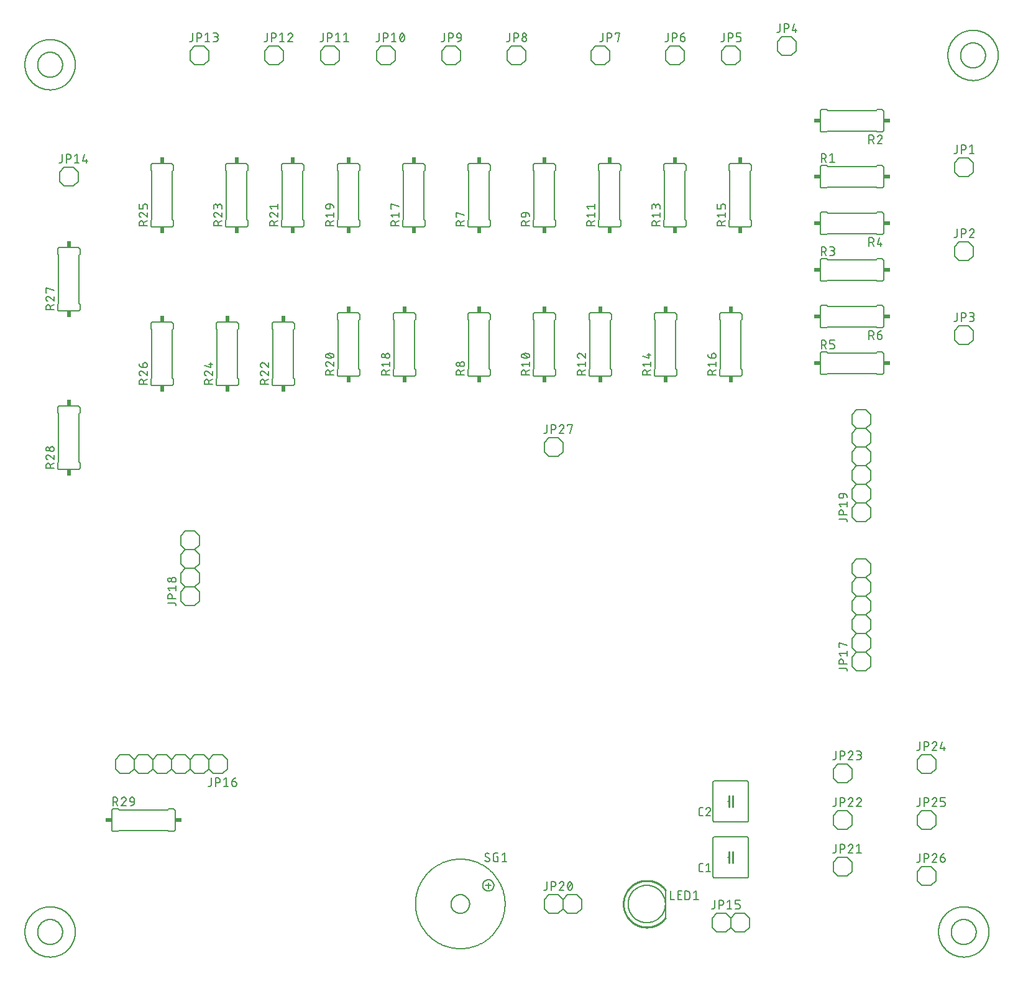
<source format=gbr>
G04 EAGLE Gerber RS-274X export*
G75*
%MOMM*%
%FSLAX34Y34*%
%LPD*%
%INSilkscreen Top*%
%IPPOS*%
%AMOC8*
5,1,8,0,0,1.08239X$1,22.5*%
G01*
%ADD10C,0.152400*%
%ADD11C,0.254000*%
%ADD12C,0.127000*%
%ADD13C,0.203200*%
%ADD14R,0.863600X0.609600*%
%ADD15R,0.609600X0.863600*%


D10*
X1024890Y149860D02*
X981710Y149860D01*
X981710Y205740D02*
X1024890Y205740D01*
X979170Y203200D02*
X979170Y152400D01*
X1027430Y152400D02*
X1027430Y203200D01*
X979170Y152400D02*
X979172Y152300D01*
X979178Y152201D01*
X979188Y152101D01*
X979201Y152003D01*
X979219Y151904D01*
X979240Y151807D01*
X979265Y151711D01*
X979294Y151615D01*
X979327Y151521D01*
X979363Y151428D01*
X979403Y151337D01*
X979447Y151247D01*
X979494Y151159D01*
X979544Y151073D01*
X979598Y150989D01*
X979655Y150907D01*
X979715Y150828D01*
X979779Y150750D01*
X979845Y150676D01*
X979914Y150604D01*
X979986Y150535D01*
X980060Y150469D01*
X980138Y150405D01*
X980217Y150345D01*
X980299Y150288D01*
X980383Y150234D01*
X980469Y150184D01*
X980557Y150137D01*
X980647Y150093D01*
X980738Y150053D01*
X980831Y150017D01*
X980925Y149984D01*
X981021Y149955D01*
X981117Y149930D01*
X981214Y149909D01*
X981313Y149891D01*
X981411Y149878D01*
X981511Y149868D01*
X981610Y149862D01*
X981710Y149860D01*
X1024890Y149860D02*
X1024990Y149862D01*
X1025089Y149868D01*
X1025189Y149878D01*
X1025287Y149891D01*
X1025386Y149909D01*
X1025483Y149930D01*
X1025579Y149955D01*
X1025675Y149984D01*
X1025769Y150017D01*
X1025862Y150053D01*
X1025953Y150093D01*
X1026043Y150137D01*
X1026131Y150184D01*
X1026217Y150234D01*
X1026301Y150288D01*
X1026383Y150345D01*
X1026462Y150405D01*
X1026540Y150469D01*
X1026614Y150535D01*
X1026686Y150604D01*
X1026755Y150676D01*
X1026821Y150750D01*
X1026885Y150828D01*
X1026945Y150907D01*
X1027002Y150989D01*
X1027056Y151073D01*
X1027106Y151159D01*
X1027153Y151247D01*
X1027197Y151337D01*
X1027237Y151428D01*
X1027273Y151521D01*
X1027306Y151615D01*
X1027335Y151711D01*
X1027360Y151807D01*
X1027381Y151904D01*
X1027399Y152003D01*
X1027412Y152101D01*
X1027422Y152201D01*
X1027428Y152300D01*
X1027430Y152400D01*
X979170Y203200D02*
X979172Y203300D01*
X979178Y203399D01*
X979188Y203499D01*
X979201Y203597D01*
X979219Y203696D01*
X979240Y203793D01*
X979265Y203889D01*
X979294Y203985D01*
X979327Y204079D01*
X979363Y204172D01*
X979403Y204263D01*
X979447Y204353D01*
X979494Y204441D01*
X979544Y204527D01*
X979598Y204611D01*
X979655Y204693D01*
X979715Y204772D01*
X979779Y204850D01*
X979845Y204924D01*
X979914Y204996D01*
X979986Y205065D01*
X980060Y205131D01*
X980138Y205195D01*
X980217Y205255D01*
X980299Y205312D01*
X980383Y205366D01*
X980469Y205416D01*
X980557Y205463D01*
X980647Y205507D01*
X980738Y205547D01*
X980831Y205583D01*
X980925Y205616D01*
X981021Y205645D01*
X981117Y205670D01*
X981214Y205691D01*
X981313Y205709D01*
X981411Y205722D01*
X981511Y205732D01*
X981610Y205738D01*
X981710Y205740D01*
X1024890Y205740D02*
X1024990Y205738D01*
X1025089Y205732D01*
X1025189Y205722D01*
X1025287Y205709D01*
X1025386Y205691D01*
X1025483Y205670D01*
X1025579Y205645D01*
X1025675Y205616D01*
X1025769Y205583D01*
X1025862Y205547D01*
X1025953Y205507D01*
X1026043Y205463D01*
X1026131Y205416D01*
X1026217Y205366D01*
X1026301Y205312D01*
X1026383Y205255D01*
X1026462Y205195D01*
X1026540Y205131D01*
X1026614Y205065D01*
X1026686Y204996D01*
X1026755Y204924D01*
X1026821Y204850D01*
X1026885Y204772D01*
X1026945Y204693D01*
X1027002Y204611D01*
X1027056Y204527D01*
X1027106Y204441D01*
X1027153Y204353D01*
X1027197Y204263D01*
X1027237Y204172D01*
X1027273Y204079D01*
X1027306Y203985D01*
X1027335Y203889D01*
X1027360Y203793D01*
X1027381Y203696D01*
X1027399Y203597D01*
X1027412Y203499D01*
X1027422Y203399D01*
X1027428Y203300D01*
X1027430Y203200D01*
X1000760Y177800D02*
X999490Y177800D01*
D11*
X1000760Y177800D02*
X1000760Y170180D01*
X1000760Y177800D02*
X1000760Y185420D01*
X1005840Y177800D02*
X1005840Y170180D01*
X1005840Y177800D02*
X1005840Y185420D01*
D10*
X1005840Y177800D02*
X1007110Y177800D01*
D12*
X965163Y158115D02*
X962623Y158115D01*
X962523Y158117D01*
X962424Y158123D01*
X962324Y158133D01*
X962226Y158146D01*
X962127Y158164D01*
X962030Y158185D01*
X961934Y158210D01*
X961838Y158239D01*
X961744Y158272D01*
X961651Y158308D01*
X961560Y158348D01*
X961470Y158392D01*
X961382Y158439D01*
X961296Y158489D01*
X961212Y158543D01*
X961130Y158600D01*
X961051Y158660D01*
X960973Y158724D01*
X960899Y158790D01*
X960827Y158859D01*
X960758Y158931D01*
X960692Y159005D01*
X960628Y159083D01*
X960568Y159162D01*
X960511Y159244D01*
X960457Y159328D01*
X960407Y159414D01*
X960360Y159502D01*
X960316Y159592D01*
X960276Y159683D01*
X960240Y159776D01*
X960207Y159870D01*
X960178Y159966D01*
X960153Y160062D01*
X960132Y160159D01*
X960114Y160258D01*
X960101Y160356D01*
X960091Y160456D01*
X960085Y160555D01*
X960083Y160655D01*
X960083Y167005D01*
X960085Y167105D01*
X960091Y167204D01*
X960101Y167304D01*
X960114Y167402D01*
X960132Y167501D01*
X960153Y167598D01*
X960178Y167694D01*
X960207Y167790D01*
X960240Y167884D01*
X960276Y167977D01*
X960316Y168068D01*
X960360Y168158D01*
X960407Y168246D01*
X960457Y168332D01*
X960511Y168416D01*
X960568Y168498D01*
X960628Y168577D01*
X960692Y168655D01*
X960758Y168729D01*
X960827Y168801D01*
X960899Y168870D01*
X960973Y168936D01*
X961051Y169000D01*
X961130Y169060D01*
X961212Y169117D01*
X961296Y169171D01*
X961382Y169221D01*
X961470Y169268D01*
X961560Y169312D01*
X961651Y169352D01*
X961744Y169388D01*
X961838Y169421D01*
X961934Y169450D01*
X962030Y169475D01*
X962127Y169496D01*
X962226Y169514D01*
X962324Y169527D01*
X962424Y169537D01*
X962523Y169543D01*
X962623Y169545D01*
X965163Y169545D01*
X969645Y167005D02*
X972820Y169545D01*
X972820Y158115D01*
X969645Y158115D02*
X975995Y158115D01*
D10*
X981710Y226060D02*
X1024890Y226060D01*
X1024890Y281940D02*
X981710Y281940D01*
X979170Y279400D02*
X979170Y228600D01*
X1027430Y228600D02*
X1027430Y279400D01*
X979170Y228600D02*
X979172Y228500D01*
X979178Y228401D01*
X979188Y228301D01*
X979201Y228203D01*
X979219Y228104D01*
X979240Y228007D01*
X979265Y227911D01*
X979294Y227815D01*
X979327Y227721D01*
X979363Y227628D01*
X979403Y227537D01*
X979447Y227447D01*
X979494Y227359D01*
X979544Y227273D01*
X979598Y227189D01*
X979655Y227107D01*
X979715Y227028D01*
X979779Y226950D01*
X979845Y226876D01*
X979914Y226804D01*
X979986Y226735D01*
X980060Y226669D01*
X980138Y226605D01*
X980217Y226545D01*
X980299Y226488D01*
X980383Y226434D01*
X980469Y226384D01*
X980557Y226337D01*
X980647Y226293D01*
X980738Y226253D01*
X980831Y226217D01*
X980925Y226184D01*
X981021Y226155D01*
X981117Y226130D01*
X981214Y226109D01*
X981313Y226091D01*
X981411Y226078D01*
X981511Y226068D01*
X981610Y226062D01*
X981710Y226060D01*
X1024890Y226060D02*
X1024990Y226062D01*
X1025089Y226068D01*
X1025189Y226078D01*
X1025287Y226091D01*
X1025386Y226109D01*
X1025483Y226130D01*
X1025579Y226155D01*
X1025675Y226184D01*
X1025769Y226217D01*
X1025862Y226253D01*
X1025953Y226293D01*
X1026043Y226337D01*
X1026131Y226384D01*
X1026217Y226434D01*
X1026301Y226488D01*
X1026383Y226545D01*
X1026462Y226605D01*
X1026540Y226669D01*
X1026614Y226735D01*
X1026686Y226804D01*
X1026755Y226876D01*
X1026821Y226950D01*
X1026885Y227028D01*
X1026945Y227107D01*
X1027002Y227189D01*
X1027056Y227273D01*
X1027106Y227359D01*
X1027153Y227447D01*
X1027197Y227537D01*
X1027237Y227628D01*
X1027273Y227721D01*
X1027306Y227815D01*
X1027335Y227911D01*
X1027360Y228007D01*
X1027381Y228104D01*
X1027399Y228203D01*
X1027412Y228301D01*
X1027422Y228401D01*
X1027428Y228500D01*
X1027430Y228600D01*
X979170Y279400D02*
X979172Y279500D01*
X979178Y279599D01*
X979188Y279699D01*
X979201Y279797D01*
X979219Y279896D01*
X979240Y279993D01*
X979265Y280089D01*
X979294Y280185D01*
X979327Y280279D01*
X979363Y280372D01*
X979403Y280463D01*
X979447Y280553D01*
X979494Y280641D01*
X979544Y280727D01*
X979598Y280811D01*
X979655Y280893D01*
X979715Y280972D01*
X979779Y281050D01*
X979845Y281124D01*
X979914Y281196D01*
X979986Y281265D01*
X980060Y281331D01*
X980138Y281395D01*
X980217Y281455D01*
X980299Y281512D01*
X980383Y281566D01*
X980469Y281616D01*
X980557Y281663D01*
X980647Y281707D01*
X980738Y281747D01*
X980831Y281783D01*
X980925Y281816D01*
X981021Y281845D01*
X981117Y281870D01*
X981214Y281891D01*
X981313Y281909D01*
X981411Y281922D01*
X981511Y281932D01*
X981610Y281938D01*
X981710Y281940D01*
X1024890Y281940D02*
X1024990Y281938D01*
X1025089Y281932D01*
X1025189Y281922D01*
X1025287Y281909D01*
X1025386Y281891D01*
X1025483Y281870D01*
X1025579Y281845D01*
X1025675Y281816D01*
X1025769Y281783D01*
X1025862Y281747D01*
X1025953Y281707D01*
X1026043Y281663D01*
X1026131Y281616D01*
X1026217Y281566D01*
X1026301Y281512D01*
X1026383Y281455D01*
X1026462Y281395D01*
X1026540Y281331D01*
X1026614Y281265D01*
X1026686Y281196D01*
X1026755Y281124D01*
X1026821Y281050D01*
X1026885Y280972D01*
X1026945Y280893D01*
X1027002Y280811D01*
X1027056Y280727D01*
X1027106Y280641D01*
X1027153Y280553D01*
X1027197Y280463D01*
X1027237Y280372D01*
X1027273Y280279D01*
X1027306Y280185D01*
X1027335Y280089D01*
X1027360Y279993D01*
X1027381Y279896D01*
X1027399Y279797D01*
X1027412Y279699D01*
X1027422Y279599D01*
X1027428Y279500D01*
X1027430Y279400D01*
X1000760Y254000D02*
X999490Y254000D01*
D11*
X1000760Y254000D02*
X1000760Y246380D01*
X1000760Y254000D02*
X1000760Y261620D01*
X1005840Y254000D02*
X1005840Y246380D01*
X1005840Y254000D02*
X1005840Y261620D01*
D10*
X1005840Y254000D02*
X1007110Y254000D01*
D12*
X965163Y234315D02*
X962623Y234315D01*
X962523Y234317D01*
X962424Y234323D01*
X962324Y234333D01*
X962226Y234346D01*
X962127Y234364D01*
X962030Y234385D01*
X961934Y234410D01*
X961838Y234439D01*
X961744Y234472D01*
X961651Y234508D01*
X961560Y234548D01*
X961470Y234592D01*
X961382Y234639D01*
X961296Y234689D01*
X961212Y234743D01*
X961130Y234800D01*
X961051Y234860D01*
X960973Y234924D01*
X960899Y234990D01*
X960827Y235059D01*
X960758Y235131D01*
X960692Y235205D01*
X960628Y235283D01*
X960568Y235362D01*
X960511Y235444D01*
X960457Y235528D01*
X960407Y235614D01*
X960360Y235702D01*
X960316Y235792D01*
X960276Y235883D01*
X960240Y235976D01*
X960207Y236070D01*
X960178Y236166D01*
X960153Y236262D01*
X960132Y236359D01*
X960114Y236458D01*
X960101Y236556D01*
X960091Y236656D01*
X960085Y236755D01*
X960083Y236855D01*
X960083Y243205D01*
X960085Y243305D01*
X960091Y243404D01*
X960101Y243504D01*
X960114Y243602D01*
X960132Y243701D01*
X960153Y243798D01*
X960178Y243894D01*
X960207Y243990D01*
X960240Y244084D01*
X960276Y244177D01*
X960316Y244268D01*
X960360Y244358D01*
X960407Y244446D01*
X960457Y244532D01*
X960511Y244616D01*
X960568Y244698D01*
X960628Y244777D01*
X960692Y244855D01*
X960758Y244929D01*
X960827Y245001D01*
X960899Y245070D01*
X960973Y245136D01*
X961051Y245200D01*
X961130Y245260D01*
X961212Y245317D01*
X961296Y245371D01*
X961382Y245421D01*
X961470Y245468D01*
X961560Y245512D01*
X961651Y245552D01*
X961744Y245588D01*
X961838Y245621D01*
X961934Y245650D01*
X962030Y245675D01*
X962127Y245696D01*
X962226Y245714D01*
X962324Y245727D01*
X962424Y245737D01*
X962523Y245743D01*
X962623Y245745D01*
X965163Y245745D01*
X973138Y245746D02*
X973242Y245744D01*
X973347Y245738D01*
X973451Y245729D01*
X973554Y245716D01*
X973657Y245698D01*
X973759Y245678D01*
X973861Y245653D01*
X973961Y245625D01*
X974061Y245593D01*
X974159Y245557D01*
X974256Y245518D01*
X974351Y245476D01*
X974445Y245430D01*
X974537Y245380D01*
X974627Y245328D01*
X974715Y245272D01*
X974801Y245212D01*
X974885Y245150D01*
X974966Y245085D01*
X975045Y245017D01*
X975122Y244945D01*
X975195Y244872D01*
X975267Y244795D01*
X975335Y244716D01*
X975400Y244635D01*
X975462Y244551D01*
X975522Y244465D01*
X975578Y244377D01*
X975630Y244287D01*
X975680Y244195D01*
X975726Y244101D01*
X975768Y244006D01*
X975807Y243909D01*
X975843Y243811D01*
X975875Y243711D01*
X975903Y243611D01*
X975928Y243509D01*
X975948Y243407D01*
X975966Y243304D01*
X975979Y243201D01*
X975988Y243097D01*
X975994Y242992D01*
X975996Y242888D01*
X973138Y245745D02*
X973020Y245743D01*
X972901Y245737D01*
X972783Y245728D01*
X972666Y245715D01*
X972549Y245697D01*
X972432Y245677D01*
X972316Y245652D01*
X972201Y245624D01*
X972088Y245591D01*
X971975Y245556D01*
X971863Y245516D01*
X971753Y245474D01*
X971644Y245427D01*
X971536Y245377D01*
X971431Y245324D01*
X971327Y245267D01*
X971225Y245207D01*
X971125Y245144D01*
X971027Y245077D01*
X970931Y245008D01*
X970838Y244935D01*
X970747Y244859D01*
X970658Y244781D01*
X970572Y244699D01*
X970489Y244615D01*
X970408Y244529D01*
X970331Y244439D01*
X970256Y244348D01*
X970184Y244254D01*
X970115Y244157D01*
X970050Y244059D01*
X969987Y243958D01*
X969928Y243855D01*
X969872Y243751D01*
X969820Y243645D01*
X969771Y243537D01*
X969726Y243428D01*
X969684Y243317D01*
X969646Y243205D01*
X975043Y240666D02*
X975119Y240741D01*
X975194Y240820D01*
X975265Y240901D01*
X975334Y240985D01*
X975399Y241071D01*
X975461Y241159D01*
X975521Y241249D01*
X975577Y241341D01*
X975630Y241436D01*
X975679Y241532D01*
X975725Y241630D01*
X975768Y241729D01*
X975807Y241830D01*
X975842Y241932D01*
X975874Y242035D01*
X975902Y242139D01*
X975927Y242244D01*
X975948Y242351D01*
X975965Y242457D01*
X975978Y242564D01*
X975987Y242672D01*
X975993Y242780D01*
X975995Y242888D01*
X975043Y240665D02*
X969645Y234315D01*
X975995Y234315D01*
D10*
X41910Y76200D02*
X41920Y77042D01*
X41951Y77883D01*
X42003Y78723D01*
X42075Y79561D01*
X42168Y80397D01*
X42281Y81231D01*
X42415Y82062D01*
X42569Y82890D01*
X42743Y83713D01*
X42938Y84532D01*
X43152Y85346D01*
X43387Y86154D01*
X43641Y86956D01*
X43914Y87752D01*
X44208Y88541D01*
X44520Y89322D01*
X44852Y90096D01*
X45202Y90861D01*
X45571Y91617D01*
X45959Y92364D01*
X46365Y93101D01*
X46788Y93829D01*
X47230Y94545D01*
X47689Y95251D01*
X48165Y95944D01*
X48658Y96627D01*
X49168Y97296D01*
X49693Y97953D01*
X50235Y98597D01*
X50793Y99228D01*
X51366Y99844D01*
X51953Y100447D01*
X52556Y101034D01*
X53172Y101607D01*
X53803Y102165D01*
X54447Y102707D01*
X55104Y103232D01*
X55773Y103742D01*
X56456Y104235D01*
X57149Y104711D01*
X57855Y105170D01*
X58571Y105612D01*
X59299Y106035D01*
X60036Y106441D01*
X60783Y106829D01*
X61539Y107198D01*
X62304Y107548D01*
X63078Y107880D01*
X63859Y108192D01*
X64648Y108486D01*
X65444Y108759D01*
X66246Y109013D01*
X67054Y109248D01*
X67868Y109462D01*
X68687Y109657D01*
X69510Y109831D01*
X70338Y109985D01*
X71169Y110119D01*
X72003Y110232D01*
X72839Y110325D01*
X73677Y110397D01*
X74517Y110449D01*
X75358Y110480D01*
X76200Y110490D01*
X77042Y110480D01*
X77883Y110449D01*
X78723Y110397D01*
X79561Y110325D01*
X80397Y110232D01*
X81231Y110119D01*
X82062Y109985D01*
X82890Y109831D01*
X83713Y109657D01*
X84532Y109462D01*
X85346Y109248D01*
X86154Y109013D01*
X86956Y108759D01*
X87752Y108486D01*
X88541Y108192D01*
X89322Y107880D01*
X90096Y107548D01*
X90861Y107198D01*
X91617Y106829D01*
X92364Y106441D01*
X93101Y106035D01*
X93829Y105612D01*
X94545Y105170D01*
X95251Y104711D01*
X95944Y104235D01*
X96627Y103742D01*
X97296Y103232D01*
X97953Y102707D01*
X98597Y102165D01*
X99228Y101607D01*
X99844Y101034D01*
X100447Y100447D01*
X101034Y99844D01*
X101607Y99228D01*
X102165Y98597D01*
X102707Y97953D01*
X103232Y97296D01*
X103742Y96627D01*
X104235Y95944D01*
X104711Y95251D01*
X105170Y94545D01*
X105612Y93829D01*
X106035Y93101D01*
X106441Y92364D01*
X106829Y91617D01*
X107198Y90861D01*
X107548Y90096D01*
X107880Y89322D01*
X108192Y88541D01*
X108486Y87752D01*
X108759Y86956D01*
X109013Y86154D01*
X109248Y85346D01*
X109462Y84532D01*
X109657Y83713D01*
X109831Y82890D01*
X109985Y82062D01*
X110119Y81231D01*
X110232Y80397D01*
X110325Y79561D01*
X110397Y78723D01*
X110449Y77883D01*
X110480Y77042D01*
X110490Y76200D01*
X110480Y75358D01*
X110449Y74517D01*
X110397Y73677D01*
X110325Y72839D01*
X110232Y72003D01*
X110119Y71169D01*
X109985Y70338D01*
X109831Y69510D01*
X109657Y68687D01*
X109462Y67868D01*
X109248Y67054D01*
X109013Y66246D01*
X108759Y65444D01*
X108486Y64648D01*
X108192Y63859D01*
X107880Y63078D01*
X107548Y62304D01*
X107198Y61539D01*
X106829Y60783D01*
X106441Y60036D01*
X106035Y59299D01*
X105612Y58571D01*
X105170Y57855D01*
X104711Y57149D01*
X104235Y56456D01*
X103742Y55773D01*
X103232Y55104D01*
X102707Y54447D01*
X102165Y53803D01*
X101607Y53172D01*
X101034Y52556D01*
X100447Y51953D01*
X99844Y51366D01*
X99228Y50793D01*
X98597Y50235D01*
X97953Y49693D01*
X97296Y49168D01*
X96627Y48658D01*
X95944Y48165D01*
X95251Y47689D01*
X94545Y47230D01*
X93829Y46788D01*
X93101Y46365D01*
X92364Y45959D01*
X91617Y45571D01*
X90861Y45202D01*
X90096Y44852D01*
X89322Y44520D01*
X88541Y44208D01*
X87752Y43914D01*
X86956Y43641D01*
X86154Y43387D01*
X85346Y43152D01*
X84532Y42938D01*
X83713Y42743D01*
X82890Y42569D01*
X82062Y42415D01*
X81231Y42281D01*
X80397Y42168D01*
X79561Y42075D01*
X78723Y42003D01*
X77883Y41951D01*
X77042Y41920D01*
X76200Y41910D01*
X75358Y41920D01*
X74517Y41951D01*
X73677Y42003D01*
X72839Y42075D01*
X72003Y42168D01*
X71169Y42281D01*
X70338Y42415D01*
X69510Y42569D01*
X68687Y42743D01*
X67868Y42938D01*
X67054Y43152D01*
X66246Y43387D01*
X65444Y43641D01*
X64648Y43914D01*
X63859Y44208D01*
X63078Y44520D01*
X62304Y44852D01*
X61539Y45202D01*
X60783Y45571D01*
X60036Y45959D01*
X59299Y46365D01*
X58571Y46788D01*
X57855Y47230D01*
X57149Y47689D01*
X56456Y48165D01*
X55773Y48658D01*
X55104Y49168D01*
X54447Y49693D01*
X53803Y50235D01*
X53172Y50793D01*
X52556Y51366D01*
X51953Y51953D01*
X51366Y52556D01*
X50793Y53172D01*
X50235Y53803D01*
X49693Y54447D01*
X49168Y55104D01*
X48658Y55773D01*
X48165Y56456D01*
X47689Y57149D01*
X47230Y57855D01*
X46788Y58571D01*
X46365Y59299D01*
X45959Y60036D01*
X45571Y60783D01*
X45202Y61539D01*
X44852Y62304D01*
X44520Y63078D01*
X44208Y63859D01*
X43914Y64648D01*
X43641Y65444D01*
X43387Y66246D01*
X43152Y67054D01*
X42938Y67868D01*
X42743Y68687D01*
X42569Y69510D01*
X42415Y70338D01*
X42281Y71169D01*
X42168Y72003D01*
X42075Y72839D01*
X42003Y73677D01*
X41951Y74517D01*
X41920Y75358D01*
X41910Y76200D01*
D13*
X59200Y76200D02*
X59205Y76617D01*
X59220Y77034D01*
X59246Y77451D01*
X59282Y77866D01*
X59328Y78281D01*
X59384Y78694D01*
X59450Y79106D01*
X59527Y79517D01*
X59613Y79925D01*
X59709Y80331D01*
X59816Y80734D01*
X59932Y81135D01*
X60058Y81533D01*
X60194Y81927D01*
X60339Y82318D01*
X60494Y82706D01*
X60658Y83089D01*
X60832Y83468D01*
X61015Y83843D01*
X61207Y84214D01*
X61409Y84579D01*
X61619Y84940D01*
X61837Y85295D01*
X62065Y85645D01*
X62301Y85989D01*
X62545Y86327D01*
X62798Y86659D01*
X63059Y86985D01*
X63327Y87304D01*
X63604Y87617D01*
X63888Y87922D01*
X64179Y88221D01*
X64478Y88512D01*
X64783Y88796D01*
X65096Y89073D01*
X65415Y89341D01*
X65741Y89602D01*
X66073Y89855D01*
X66411Y90099D01*
X66755Y90335D01*
X67105Y90563D01*
X67460Y90781D01*
X67821Y90991D01*
X68186Y91193D01*
X68557Y91385D01*
X68932Y91568D01*
X69311Y91742D01*
X69694Y91906D01*
X70082Y92061D01*
X70473Y92206D01*
X70867Y92342D01*
X71265Y92468D01*
X71666Y92584D01*
X72069Y92691D01*
X72475Y92787D01*
X72883Y92873D01*
X73294Y92950D01*
X73706Y93016D01*
X74119Y93072D01*
X74534Y93118D01*
X74949Y93154D01*
X75366Y93180D01*
X75783Y93195D01*
X76200Y93200D01*
X76617Y93195D01*
X77034Y93180D01*
X77451Y93154D01*
X77866Y93118D01*
X78281Y93072D01*
X78694Y93016D01*
X79106Y92950D01*
X79517Y92873D01*
X79925Y92787D01*
X80331Y92691D01*
X80734Y92584D01*
X81135Y92468D01*
X81533Y92342D01*
X81927Y92206D01*
X82318Y92061D01*
X82706Y91906D01*
X83089Y91742D01*
X83468Y91568D01*
X83843Y91385D01*
X84214Y91193D01*
X84579Y90991D01*
X84940Y90781D01*
X85295Y90563D01*
X85645Y90335D01*
X85989Y90099D01*
X86327Y89855D01*
X86659Y89602D01*
X86985Y89341D01*
X87304Y89073D01*
X87617Y88796D01*
X87922Y88512D01*
X88221Y88221D01*
X88512Y87922D01*
X88796Y87617D01*
X89073Y87304D01*
X89341Y86985D01*
X89602Y86659D01*
X89855Y86327D01*
X90099Y85989D01*
X90335Y85645D01*
X90563Y85295D01*
X90781Y84940D01*
X90991Y84579D01*
X91193Y84214D01*
X91385Y83843D01*
X91568Y83468D01*
X91742Y83089D01*
X91906Y82706D01*
X92061Y82318D01*
X92206Y81927D01*
X92342Y81533D01*
X92468Y81135D01*
X92584Y80734D01*
X92691Y80331D01*
X92787Y79925D01*
X92873Y79517D01*
X92950Y79106D01*
X93016Y78694D01*
X93072Y78281D01*
X93118Y77866D01*
X93154Y77451D01*
X93180Y77034D01*
X93195Y76617D01*
X93200Y76200D01*
X93195Y75783D01*
X93180Y75366D01*
X93154Y74949D01*
X93118Y74534D01*
X93072Y74119D01*
X93016Y73706D01*
X92950Y73294D01*
X92873Y72883D01*
X92787Y72475D01*
X92691Y72069D01*
X92584Y71666D01*
X92468Y71265D01*
X92342Y70867D01*
X92206Y70473D01*
X92061Y70082D01*
X91906Y69694D01*
X91742Y69311D01*
X91568Y68932D01*
X91385Y68557D01*
X91193Y68186D01*
X90991Y67821D01*
X90781Y67460D01*
X90563Y67105D01*
X90335Y66755D01*
X90099Y66411D01*
X89855Y66073D01*
X89602Y65741D01*
X89341Y65415D01*
X89073Y65096D01*
X88796Y64783D01*
X88512Y64478D01*
X88221Y64179D01*
X87922Y63888D01*
X87617Y63604D01*
X87304Y63327D01*
X86985Y63059D01*
X86659Y62798D01*
X86327Y62545D01*
X85989Y62301D01*
X85645Y62065D01*
X85295Y61837D01*
X84940Y61619D01*
X84579Y61409D01*
X84214Y61207D01*
X83843Y61015D01*
X83468Y60832D01*
X83089Y60658D01*
X82706Y60494D01*
X82318Y60339D01*
X81927Y60194D01*
X81533Y60058D01*
X81135Y59932D01*
X80734Y59816D01*
X80331Y59709D01*
X79925Y59613D01*
X79517Y59527D01*
X79106Y59450D01*
X78694Y59384D01*
X78281Y59328D01*
X77866Y59282D01*
X77451Y59246D01*
X77034Y59220D01*
X76617Y59205D01*
X76200Y59200D01*
X75783Y59205D01*
X75366Y59220D01*
X74949Y59246D01*
X74534Y59282D01*
X74119Y59328D01*
X73706Y59384D01*
X73294Y59450D01*
X72883Y59527D01*
X72475Y59613D01*
X72069Y59709D01*
X71666Y59816D01*
X71265Y59932D01*
X70867Y60058D01*
X70473Y60194D01*
X70082Y60339D01*
X69694Y60494D01*
X69311Y60658D01*
X68932Y60832D01*
X68557Y61015D01*
X68186Y61207D01*
X67821Y61409D01*
X67460Y61619D01*
X67105Y61837D01*
X66755Y62065D01*
X66411Y62301D01*
X66073Y62545D01*
X65741Y62798D01*
X65415Y63059D01*
X65096Y63327D01*
X64783Y63604D01*
X64478Y63888D01*
X64179Y64179D01*
X63888Y64478D01*
X63604Y64783D01*
X63327Y65096D01*
X63059Y65415D01*
X62798Y65741D01*
X62545Y66073D01*
X62301Y66411D01*
X62065Y66755D01*
X61837Y67105D01*
X61619Y67460D01*
X61409Y67821D01*
X61207Y68186D01*
X61015Y68557D01*
X60832Y68932D01*
X60658Y69311D01*
X60494Y69694D01*
X60339Y70082D01*
X60194Y70473D01*
X60058Y70867D01*
X59932Y71265D01*
X59816Y71666D01*
X59709Y72069D01*
X59613Y72475D01*
X59527Y72883D01*
X59450Y73294D01*
X59384Y73706D01*
X59328Y74119D01*
X59282Y74534D01*
X59246Y74949D01*
X59220Y75366D01*
X59205Y75783D01*
X59200Y76200D01*
D10*
X41910Y1257300D02*
X41920Y1258142D01*
X41951Y1258983D01*
X42003Y1259823D01*
X42075Y1260661D01*
X42168Y1261497D01*
X42281Y1262331D01*
X42415Y1263162D01*
X42569Y1263990D01*
X42743Y1264813D01*
X42938Y1265632D01*
X43152Y1266446D01*
X43387Y1267254D01*
X43641Y1268056D01*
X43914Y1268852D01*
X44208Y1269641D01*
X44520Y1270422D01*
X44852Y1271196D01*
X45202Y1271961D01*
X45571Y1272717D01*
X45959Y1273464D01*
X46365Y1274201D01*
X46788Y1274929D01*
X47230Y1275645D01*
X47689Y1276351D01*
X48165Y1277044D01*
X48658Y1277727D01*
X49168Y1278396D01*
X49693Y1279053D01*
X50235Y1279697D01*
X50793Y1280328D01*
X51366Y1280944D01*
X51953Y1281547D01*
X52556Y1282134D01*
X53172Y1282707D01*
X53803Y1283265D01*
X54447Y1283807D01*
X55104Y1284332D01*
X55773Y1284842D01*
X56456Y1285335D01*
X57149Y1285811D01*
X57855Y1286270D01*
X58571Y1286712D01*
X59299Y1287135D01*
X60036Y1287541D01*
X60783Y1287929D01*
X61539Y1288298D01*
X62304Y1288648D01*
X63078Y1288980D01*
X63859Y1289292D01*
X64648Y1289586D01*
X65444Y1289859D01*
X66246Y1290113D01*
X67054Y1290348D01*
X67868Y1290562D01*
X68687Y1290757D01*
X69510Y1290931D01*
X70338Y1291085D01*
X71169Y1291219D01*
X72003Y1291332D01*
X72839Y1291425D01*
X73677Y1291497D01*
X74517Y1291549D01*
X75358Y1291580D01*
X76200Y1291590D01*
X77042Y1291580D01*
X77883Y1291549D01*
X78723Y1291497D01*
X79561Y1291425D01*
X80397Y1291332D01*
X81231Y1291219D01*
X82062Y1291085D01*
X82890Y1290931D01*
X83713Y1290757D01*
X84532Y1290562D01*
X85346Y1290348D01*
X86154Y1290113D01*
X86956Y1289859D01*
X87752Y1289586D01*
X88541Y1289292D01*
X89322Y1288980D01*
X90096Y1288648D01*
X90861Y1288298D01*
X91617Y1287929D01*
X92364Y1287541D01*
X93101Y1287135D01*
X93829Y1286712D01*
X94545Y1286270D01*
X95251Y1285811D01*
X95944Y1285335D01*
X96627Y1284842D01*
X97296Y1284332D01*
X97953Y1283807D01*
X98597Y1283265D01*
X99228Y1282707D01*
X99844Y1282134D01*
X100447Y1281547D01*
X101034Y1280944D01*
X101607Y1280328D01*
X102165Y1279697D01*
X102707Y1279053D01*
X103232Y1278396D01*
X103742Y1277727D01*
X104235Y1277044D01*
X104711Y1276351D01*
X105170Y1275645D01*
X105612Y1274929D01*
X106035Y1274201D01*
X106441Y1273464D01*
X106829Y1272717D01*
X107198Y1271961D01*
X107548Y1271196D01*
X107880Y1270422D01*
X108192Y1269641D01*
X108486Y1268852D01*
X108759Y1268056D01*
X109013Y1267254D01*
X109248Y1266446D01*
X109462Y1265632D01*
X109657Y1264813D01*
X109831Y1263990D01*
X109985Y1263162D01*
X110119Y1262331D01*
X110232Y1261497D01*
X110325Y1260661D01*
X110397Y1259823D01*
X110449Y1258983D01*
X110480Y1258142D01*
X110490Y1257300D01*
X110480Y1256458D01*
X110449Y1255617D01*
X110397Y1254777D01*
X110325Y1253939D01*
X110232Y1253103D01*
X110119Y1252269D01*
X109985Y1251438D01*
X109831Y1250610D01*
X109657Y1249787D01*
X109462Y1248968D01*
X109248Y1248154D01*
X109013Y1247346D01*
X108759Y1246544D01*
X108486Y1245748D01*
X108192Y1244959D01*
X107880Y1244178D01*
X107548Y1243404D01*
X107198Y1242639D01*
X106829Y1241883D01*
X106441Y1241136D01*
X106035Y1240399D01*
X105612Y1239671D01*
X105170Y1238955D01*
X104711Y1238249D01*
X104235Y1237556D01*
X103742Y1236873D01*
X103232Y1236204D01*
X102707Y1235547D01*
X102165Y1234903D01*
X101607Y1234272D01*
X101034Y1233656D01*
X100447Y1233053D01*
X99844Y1232466D01*
X99228Y1231893D01*
X98597Y1231335D01*
X97953Y1230793D01*
X97296Y1230268D01*
X96627Y1229758D01*
X95944Y1229265D01*
X95251Y1228789D01*
X94545Y1228330D01*
X93829Y1227888D01*
X93101Y1227465D01*
X92364Y1227059D01*
X91617Y1226671D01*
X90861Y1226302D01*
X90096Y1225952D01*
X89322Y1225620D01*
X88541Y1225308D01*
X87752Y1225014D01*
X86956Y1224741D01*
X86154Y1224487D01*
X85346Y1224252D01*
X84532Y1224038D01*
X83713Y1223843D01*
X82890Y1223669D01*
X82062Y1223515D01*
X81231Y1223381D01*
X80397Y1223268D01*
X79561Y1223175D01*
X78723Y1223103D01*
X77883Y1223051D01*
X77042Y1223020D01*
X76200Y1223010D01*
X75358Y1223020D01*
X74517Y1223051D01*
X73677Y1223103D01*
X72839Y1223175D01*
X72003Y1223268D01*
X71169Y1223381D01*
X70338Y1223515D01*
X69510Y1223669D01*
X68687Y1223843D01*
X67868Y1224038D01*
X67054Y1224252D01*
X66246Y1224487D01*
X65444Y1224741D01*
X64648Y1225014D01*
X63859Y1225308D01*
X63078Y1225620D01*
X62304Y1225952D01*
X61539Y1226302D01*
X60783Y1226671D01*
X60036Y1227059D01*
X59299Y1227465D01*
X58571Y1227888D01*
X57855Y1228330D01*
X57149Y1228789D01*
X56456Y1229265D01*
X55773Y1229758D01*
X55104Y1230268D01*
X54447Y1230793D01*
X53803Y1231335D01*
X53172Y1231893D01*
X52556Y1232466D01*
X51953Y1233053D01*
X51366Y1233656D01*
X50793Y1234272D01*
X50235Y1234903D01*
X49693Y1235547D01*
X49168Y1236204D01*
X48658Y1236873D01*
X48165Y1237556D01*
X47689Y1238249D01*
X47230Y1238955D01*
X46788Y1239671D01*
X46365Y1240399D01*
X45959Y1241136D01*
X45571Y1241883D01*
X45202Y1242639D01*
X44852Y1243404D01*
X44520Y1244178D01*
X44208Y1244959D01*
X43914Y1245748D01*
X43641Y1246544D01*
X43387Y1247346D01*
X43152Y1248154D01*
X42938Y1248968D01*
X42743Y1249787D01*
X42569Y1250610D01*
X42415Y1251438D01*
X42281Y1252269D01*
X42168Y1253103D01*
X42075Y1253939D01*
X42003Y1254777D01*
X41951Y1255617D01*
X41920Y1256458D01*
X41910Y1257300D01*
D13*
X59200Y1257300D02*
X59205Y1257717D01*
X59220Y1258134D01*
X59246Y1258551D01*
X59282Y1258966D01*
X59328Y1259381D01*
X59384Y1259794D01*
X59450Y1260206D01*
X59527Y1260617D01*
X59613Y1261025D01*
X59709Y1261431D01*
X59816Y1261834D01*
X59932Y1262235D01*
X60058Y1262633D01*
X60194Y1263027D01*
X60339Y1263418D01*
X60494Y1263806D01*
X60658Y1264189D01*
X60832Y1264568D01*
X61015Y1264943D01*
X61207Y1265314D01*
X61409Y1265679D01*
X61619Y1266040D01*
X61837Y1266395D01*
X62065Y1266745D01*
X62301Y1267089D01*
X62545Y1267427D01*
X62798Y1267759D01*
X63059Y1268085D01*
X63327Y1268404D01*
X63604Y1268717D01*
X63888Y1269022D01*
X64179Y1269321D01*
X64478Y1269612D01*
X64783Y1269896D01*
X65096Y1270173D01*
X65415Y1270441D01*
X65741Y1270702D01*
X66073Y1270955D01*
X66411Y1271199D01*
X66755Y1271435D01*
X67105Y1271663D01*
X67460Y1271881D01*
X67821Y1272091D01*
X68186Y1272293D01*
X68557Y1272485D01*
X68932Y1272668D01*
X69311Y1272842D01*
X69694Y1273006D01*
X70082Y1273161D01*
X70473Y1273306D01*
X70867Y1273442D01*
X71265Y1273568D01*
X71666Y1273684D01*
X72069Y1273791D01*
X72475Y1273887D01*
X72883Y1273973D01*
X73294Y1274050D01*
X73706Y1274116D01*
X74119Y1274172D01*
X74534Y1274218D01*
X74949Y1274254D01*
X75366Y1274280D01*
X75783Y1274295D01*
X76200Y1274300D01*
X76617Y1274295D01*
X77034Y1274280D01*
X77451Y1274254D01*
X77866Y1274218D01*
X78281Y1274172D01*
X78694Y1274116D01*
X79106Y1274050D01*
X79517Y1273973D01*
X79925Y1273887D01*
X80331Y1273791D01*
X80734Y1273684D01*
X81135Y1273568D01*
X81533Y1273442D01*
X81927Y1273306D01*
X82318Y1273161D01*
X82706Y1273006D01*
X83089Y1272842D01*
X83468Y1272668D01*
X83843Y1272485D01*
X84214Y1272293D01*
X84579Y1272091D01*
X84940Y1271881D01*
X85295Y1271663D01*
X85645Y1271435D01*
X85989Y1271199D01*
X86327Y1270955D01*
X86659Y1270702D01*
X86985Y1270441D01*
X87304Y1270173D01*
X87617Y1269896D01*
X87922Y1269612D01*
X88221Y1269321D01*
X88512Y1269022D01*
X88796Y1268717D01*
X89073Y1268404D01*
X89341Y1268085D01*
X89602Y1267759D01*
X89855Y1267427D01*
X90099Y1267089D01*
X90335Y1266745D01*
X90563Y1266395D01*
X90781Y1266040D01*
X90991Y1265679D01*
X91193Y1265314D01*
X91385Y1264943D01*
X91568Y1264568D01*
X91742Y1264189D01*
X91906Y1263806D01*
X92061Y1263418D01*
X92206Y1263027D01*
X92342Y1262633D01*
X92468Y1262235D01*
X92584Y1261834D01*
X92691Y1261431D01*
X92787Y1261025D01*
X92873Y1260617D01*
X92950Y1260206D01*
X93016Y1259794D01*
X93072Y1259381D01*
X93118Y1258966D01*
X93154Y1258551D01*
X93180Y1258134D01*
X93195Y1257717D01*
X93200Y1257300D01*
X93195Y1256883D01*
X93180Y1256466D01*
X93154Y1256049D01*
X93118Y1255634D01*
X93072Y1255219D01*
X93016Y1254806D01*
X92950Y1254394D01*
X92873Y1253983D01*
X92787Y1253575D01*
X92691Y1253169D01*
X92584Y1252766D01*
X92468Y1252365D01*
X92342Y1251967D01*
X92206Y1251573D01*
X92061Y1251182D01*
X91906Y1250794D01*
X91742Y1250411D01*
X91568Y1250032D01*
X91385Y1249657D01*
X91193Y1249286D01*
X90991Y1248921D01*
X90781Y1248560D01*
X90563Y1248205D01*
X90335Y1247855D01*
X90099Y1247511D01*
X89855Y1247173D01*
X89602Y1246841D01*
X89341Y1246515D01*
X89073Y1246196D01*
X88796Y1245883D01*
X88512Y1245578D01*
X88221Y1245279D01*
X87922Y1244988D01*
X87617Y1244704D01*
X87304Y1244427D01*
X86985Y1244159D01*
X86659Y1243898D01*
X86327Y1243645D01*
X85989Y1243401D01*
X85645Y1243165D01*
X85295Y1242937D01*
X84940Y1242719D01*
X84579Y1242509D01*
X84214Y1242307D01*
X83843Y1242115D01*
X83468Y1241932D01*
X83089Y1241758D01*
X82706Y1241594D01*
X82318Y1241439D01*
X81927Y1241294D01*
X81533Y1241158D01*
X81135Y1241032D01*
X80734Y1240916D01*
X80331Y1240809D01*
X79925Y1240713D01*
X79517Y1240627D01*
X79106Y1240550D01*
X78694Y1240484D01*
X78281Y1240428D01*
X77866Y1240382D01*
X77451Y1240346D01*
X77034Y1240320D01*
X76617Y1240305D01*
X76200Y1240300D01*
X75783Y1240305D01*
X75366Y1240320D01*
X74949Y1240346D01*
X74534Y1240382D01*
X74119Y1240428D01*
X73706Y1240484D01*
X73294Y1240550D01*
X72883Y1240627D01*
X72475Y1240713D01*
X72069Y1240809D01*
X71666Y1240916D01*
X71265Y1241032D01*
X70867Y1241158D01*
X70473Y1241294D01*
X70082Y1241439D01*
X69694Y1241594D01*
X69311Y1241758D01*
X68932Y1241932D01*
X68557Y1242115D01*
X68186Y1242307D01*
X67821Y1242509D01*
X67460Y1242719D01*
X67105Y1242937D01*
X66755Y1243165D01*
X66411Y1243401D01*
X66073Y1243645D01*
X65741Y1243898D01*
X65415Y1244159D01*
X65096Y1244427D01*
X64783Y1244704D01*
X64478Y1244988D01*
X64179Y1245279D01*
X63888Y1245578D01*
X63604Y1245883D01*
X63327Y1246196D01*
X63059Y1246515D01*
X62798Y1246841D01*
X62545Y1247173D01*
X62301Y1247511D01*
X62065Y1247855D01*
X61837Y1248205D01*
X61619Y1248560D01*
X61409Y1248921D01*
X61207Y1249286D01*
X61015Y1249657D01*
X60832Y1250032D01*
X60658Y1250411D01*
X60494Y1250794D01*
X60339Y1251182D01*
X60194Y1251573D01*
X60058Y1251967D01*
X59932Y1252365D01*
X59816Y1252766D01*
X59709Y1253169D01*
X59613Y1253575D01*
X59527Y1253983D01*
X59450Y1254394D01*
X59384Y1254806D01*
X59328Y1255219D01*
X59282Y1255634D01*
X59246Y1256049D01*
X59220Y1256466D01*
X59205Y1256883D01*
X59200Y1257300D01*
D10*
X1299210Y1270000D02*
X1299220Y1270842D01*
X1299251Y1271683D01*
X1299303Y1272523D01*
X1299375Y1273361D01*
X1299468Y1274197D01*
X1299581Y1275031D01*
X1299715Y1275862D01*
X1299869Y1276690D01*
X1300043Y1277513D01*
X1300238Y1278332D01*
X1300452Y1279146D01*
X1300687Y1279954D01*
X1300941Y1280756D01*
X1301214Y1281552D01*
X1301508Y1282341D01*
X1301820Y1283122D01*
X1302152Y1283896D01*
X1302502Y1284661D01*
X1302871Y1285417D01*
X1303259Y1286164D01*
X1303665Y1286901D01*
X1304088Y1287629D01*
X1304530Y1288345D01*
X1304989Y1289051D01*
X1305465Y1289744D01*
X1305958Y1290427D01*
X1306468Y1291096D01*
X1306993Y1291753D01*
X1307535Y1292397D01*
X1308093Y1293028D01*
X1308666Y1293644D01*
X1309253Y1294247D01*
X1309856Y1294834D01*
X1310472Y1295407D01*
X1311103Y1295965D01*
X1311747Y1296507D01*
X1312404Y1297032D01*
X1313073Y1297542D01*
X1313756Y1298035D01*
X1314449Y1298511D01*
X1315155Y1298970D01*
X1315871Y1299412D01*
X1316599Y1299835D01*
X1317336Y1300241D01*
X1318083Y1300629D01*
X1318839Y1300998D01*
X1319604Y1301348D01*
X1320378Y1301680D01*
X1321159Y1301992D01*
X1321948Y1302286D01*
X1322744Y1302559D01*
X1323546Y1302813D01*
X1324354Y1303048D01*
X1325168Y1303262D01*
X1325987Y1303457D01*
X1326810Y1303631D01*
X1327638Y1303785D01*
X1328469Y1303919D01*
X1329303Y1304032D01*
X1330139Y1304125D01*
X1330977Y1304197D01*
X1331817Y1304249D01*
X1332658Y1304280D01*
X1333500Y1304290D01*
X1334342Y1304280D01*
X1335183Y1304249D01*
X1336023Y1304197D01*
X1336861Y1304125D01*
X1337697Y1304032D01*
X1338531Y1303919D01*
X1339362Y1303785D01*
X1340190Y1303631D01*
X1341013Y1303457D01*
X1341832Y1303262D01*
X1342646Y1303048D01*
X1343454Y1302813D01*
X1344256Y1302559D01*
X1345052Y1302286D01*
X1345841Y1301992D01*
X1346622Y1301680D01*
X1347396Y1301348D01*
X1348161Y1300998D01*
X1348917Y1300629D01*
X1349664Y1300241D01*
X1350401Y1299835D01*
X1351129Y1299412D01*
X1351845Y1298970D01*
X1352551Y1298511D01*
X1353244Y1298035D01*
X1353927Y1297542D01*
X1354596Y1297032D01*
X1355253Y1296507D01*
X1355897Y1295965D01*
X1356528Y1295407D01*
X1357144Y1294834D01*
X1357747Y1294247D01*
X1358334Y1293644D01*
X1358907Y1293028D01*
X1359465Y1292397D01*
X1360007Y1291753D01*
X1360532Y1291096D01*
X1361042Y1290427D01*
X1361535Y1289744D01*
X1362011Y1289051D01*
X1362470Y1288345D01*
X1362912Y1287629D01*
X1363335Y1286901D01*
X1363741Y1286164D01*
X1364129Y1285417D01*
X1364498Y1284661D01*
X1364848Y1283896D01*
X1365180Y1283122D01*
X1365492Y1282341D01*
X1365786Y1281552D01*
X1366059Y1280756D01*
X1366313Y1279954D01*
X1366548Y1279146D01*
X1366762Y1278332D01*
X1366957Y1277513D01*
X1367131Y1276690D01*
X1367285Y1275862D01*
X1367419Y1275031D01*
X1367532Y1274197D01*
X1367625Y1273361D01*
X1367697Y1272523D01*
X1367749Y1271683D01*
X1367780Y1270842D01*
X1367790Y1270000D01*
X1367780Y1269158D01*
X1367749Y1268317D01*
X1367697Y1267477D01*
X1367625Y1266639D01*
X1367532Y1265803D01*
X1367419Y1264969D01*
X1367285Y1264138D01*
X1367131Y1263310D01*
X1366957Y1262487D01*
X1366762Y1261668D01*
X1366548Y1260854D01*
X1366313Y1260046D01*
X1366059Y1259244D01*
X1365786Y1258448D01*
X1365492Y1257659D01*
X1365180Y1256878D01*
X1364848Y1256104D01*
X1364498Y1255339D01*
X1364129Y1254583D01*
X1363741Y1253836D01*
X1363335Y1253099D01*
X1362912Y1252371D01*
X1362470Y1251655D01*
X1362011Y1250949D01*
X1361535Y1250256D01*
X1361042Y1249573D01*
X1360532Y1248904D01*
X1360007Y1248247D01*
X1359465Y1247603D01*
X1358907Y1246972D01*
X1358334Y1246356D01*
X1357747Y1245753D01*
X1357144Y1245166D01*
X1356528Y1244593D01*
X1355897Y1244035D01*
X1355253Y1243493D01*
X1354596Y1242968D01*
X1353927Y1242458D01*
X1353244Y1241965D01*
X1352551Y1241489D01*
X1351845Y1241030D01*
X1351129Y1240588D01*
X1350401Y1240165D01*
X1349664Y1239759D01*
X1348917Y1239371D01*
X1348161Y1239002D01*
X1347396Y1238652D01*
X1346622Y1238320D01*
X1345841Y1238008D01*
X1345052Y1237714D01*
X1344256Y1237441D01*
X1343454Y1237187D01*
X1342646Y1236952D01*
X1341832Y1236738D01*
X1341013Y1236543D01*
X1340190Y1236369D01*
X1339362Y1236215D01*
X1338531Y1236081D01*
X1337697Y1235968D01*
X1336861Y1235875D01*
X1336023Y1235803D01*
X1335183Y1235751D01*
X1334342Y1235720D01*
X1333500Y1235710D01*
X1332658Y1235720D01*
X1331817Y1235751D01*
X1330977Y1235803D01*
X1330139Y1235875D01*
X1329303Y1235968D01*
X1328469Y1236081D01*
X1327638Y1236215D01*
X1326810Y1236369D01*
X1325987Y1236543D01*
X1325168Y1236738D01*
X1324354Y1236952D01*
X1323546Y1237187D01*
X1322744Y1237441D01*
X1321948Y1237714D01*
X1321159Y1238008D01*
X1320378Y1238320D01*
X1319604Y1238652D01*
X1318839Y1239002D01*
X1318083Y1239371D01*
X1317336Y1239759D01*
X1316599Y1240165D01*
X1315871Y1240588D01*
X1315155Y1241030D01*
X1314449Y1241489D01*
X1313756Y1241965D01*
X1313073Y1242458D01*
X1312404Y1242968D01*
X1311747Y1243493D01*
X1311103Y1244035D01*
X1310472Y1244593D01*
X1309856Y1245166D01*
X1309253Y1245753D01*
X1308666Y1246356D01*
X1308093Y1246972D01*
X1307535Y1247603D01*
X1306993Y1248247D01*
X1306468Y1248904D01*
X1305958Y1249573D01*
X1305465Y1250256D01*
X1304989Y1250949D01*
X1304530Y1251655D01*
X1304088Y1252371D01*
X1303665Y1253099D01*
X1303259Y1253836D01*
X1302871Y1254583D01*
X1302502Y1255339D01*
X1302152Y1256104D01*
X1301820Y1256878D01*
X1301508Y1257659D01*
X1301214Y1258448D01*
X1300941Y1259244D01*
X1300687Y1260046D01*
X1300452Y1260854D01*
X1300238Y1261668D01*
X1300043Y1262487D01*
X1299869Y1263310D01*
X1299715Y1264138D01*
X1299581Y1264969D01*
X1299468Y1265803D01*
X1299375Y1266639D01*
X1299303Y1267477D01*
X1299251Y1268317D01*
X1299220Y1269158D01*
X1299210Y1270000D01*
D13*
X1316500Y1270000D02*
X1316505Y1270417D01*
X1316520Y1270834D01*
X1316546Y1271251D01*
X1316582Y1271666D01*
X1316628Y1272081D01*
X1316684Y1272494D01*
X1316750Y1272906D01*
X1316827Y1273317D01*
X1316913Y1273725D01*
X1317009Y1274131D01*
X1317116Y1274534D01*
X1317232Y1274935D01*
X1317358Y1275333D01*
X1317494Y1275727D01*
X1317639Y1276118D01*
X1317794Y1276506D01*
X1317958Y1276889D01*
X1318132Y1277268D01*
X1318315Y1277643D01*
X1318507Y1278014D01*
X1318709Y1278379D01*
X1318919Y1278740D01*
X1319137Y1279095D01*
X1319365Y1279445D01*
X1319601Y1279789D01*
X1319845Y1280127D01*
X1320098Y1280459D01*
X1320359Y1280785D01*
X1320627Y1281104D01*
X1320904Y1281417D01*
X1321188Y1281722D01*
X1321479Y1282021D01*
X1321778Y1282312D01*
X1322083Y1282596D01*
X1322396Y1282873D01*
X1322715Y1283141D01*
X1323041Y1283402D01*
X1323373Y1283655D01*
X1323711Y1283899D01*
X1324055Y1284135D01*
X1324405Y1284363D01*
X1324760Y1284581D01*
X1325121Y1284791D01*
X1325486Y1284993D01*
X1325857Y1285185D01*
X1326232Y1285368D01*
X1326611Y1285542D01*
X1326994Y1285706D01*
X1327382Y1285861D01*
X1327773Y1286006D01*
X1328167Y1286142D01*
X1328565Y1286268D01*
X1328966Y1286384D01*
X1329369Y1286491D01*
X1329775Y1286587D01*
X1330183Y1286673D01*
X1330594Y1286750D01*
X1331006Y1286816D01*
X1331419Y1286872D01*
X1331834Y1286918D01*
X1332249Y1286954D01*
X1332666Y1286980D01*
X1333083Y1286995D01*
X1333500Y1287000D01*
X1333917Y1286995D01*
X1334334Y1286980D01*
X1334751Y1286954D01*
X1335166Y1286918D01*
X1335581Y1286872D01*
X1335994Y1286816D01*
X1336406Y1286750D01*
X1336817Y1286673D01*
X1337225Y1286587D01*
X1337631Y1286491D01*
X1338034Y1286384D01*
X1338435Y1286268D01*
X1338833Y1286142D01*
X1339227Y1286006D01*
X1339618Y1285861D01*
X1340006Y1285706D01*
X1340389Y1285542D01*
X1340768Y1285368D01*
X1341143Y1285185D01*
X1341514Y1284993D01*
X1341879Y1284791D01*
X1342240Y1284581D01*
X1342595Y1284363D01*
X1342945Y1284135D01*
X1343289Y1283899D01*
X1343627Y1283655D01*
X1343959Y1283402D01*
X1344285Y1283141D01*
X1344604Y1282873D01*
X1344917Y1282596D01*
X1345222Y1282312D01*
X1345521Y1282021D01*
X1345812Y1281722D01*
X1346096Y1281417D01*
X1346373Y1281104D01*
X1346641Y1280785D01*
X1346902Y1280459D01*
X1347155Y1280127D01*
X1347399Y1279789D01*
X1347635Y1279445D01*
X1347863Y1279095D01*
X1348081Y1278740D01*
X1348291Y1278379D01*
X1348493Y1278014D01*
X1348685Y1277643D01*
X1348868Y1277268D01*
X1349042Y1276889D01*
X1349206Y1276506D01*
X1349361Y1276118D01*
X1349506Y1275727D01*
X1349642Y1275333D01*
X1349768Y1274935D01*
X1349884Y1274534D01*
X1349991Y1274131D01*
X1350087Y1273725D01*
X1350173Y1273317D01*
X1350250Y1272906D01*
X1350316Y1272494D01*
X1350372Y1272081D01*
X1350418Y1271666D01*
X1350454Y1271251D01*
X1350480Y1270834D01*
X1350495Y1270417D01*
X1350500Y1270000D01*
X1350495Y1269583D01*
X1350480Y1269166D01*
X1350454Y1268749D01*
X1350418Y1268334D01*
X1350372Y1267919D01*
X1350316Y1267506D01*
X1350250Y1267094D01*
X1350173Y1266683D01*
X1350087Y1266275D01*
X1349991Y1265869D01*
X1349884Y1265466D01*
X1349768Y1265065D01*
X1349642Y1264667D01*
X1349506Y1264273D01*
X1349361Y1263882D01*
X1349206Y1263494D01*
X1349042Y1263111D01*
X1348868Y1262732D01*
X1348685Y1262357D01*
X1348493Y1261986D01*
X1348291Y1261621D01*
X1348081Y1261260D01*
X1347863Y1260905D01*
X1347635Y1260555D01*
X1347399Y1260211D01*
X1347155Y1259873D01*
X1346902Y1259541D01*
X1346641Y1259215D01*
X1346373Y1258896D01*
X1346096Y1258583D01*
X1345812Y1258278D01*
X1345521Y1257979D01*
X1345222Y1257688D01*
X1344917Y1257404D01*
X1344604Y1257127D01*
X1344285Y1256859D01*
X1343959Y1256598D01*
X1343627Y1256345D01*
X1343289Y1256101D01*
X1342945Y1255865D01*
X1342595Y1255637D01*
X1342240Y1255419D01*
X1341879Y1255209D01*
X1341514Y1255007D01*
X1341143Y1254815D01*
X1340768Y1254632D01*
X1340389Y1254458D01*
X1340006Y1254294D01*
X1339618Y1254139D01*
X1339227Y1253994D01*
X1338833Y1253858D01*
X1338435Y1253732D01*
X1338034Y1253616D01*
X1337631Y1253509D01*
X1337225Y1253413D01*
X1336817Y1253327D01*
X1336406Y1253250D01*
X1335994Y1253184D01*
X1335581Y1253128D01*
X1335166Y1253082D01*
X1334751Y1253046D01*
X1334334Y1253020D01*
X1333917Y1253005D01*
X1333500Y1253000D01*
X1333083Y1253005D01*
X1332666Y1253020D01*
X1332249Y1253046D01*
X1331834Y1253082D01*
X1331419Y1253128D01*
X1331006Y1253184D01*
X1330594Y1253250D01*
X1330183Y1253327D01*
X1329775Y1253413D01*
X1329369Y1253509D01*
X1328966Y1253616D01*
X1328565Y1253732D01*
X1328167Y1253858D01*
X1327773Y1253994D01*
X1327382Y1254139D01*
X1326994Y1254294D01*
X1326611Y1254458D01*
X1326232Y1254632D01*
X1325857Y1254815D01*
X1325486Y1255007D01*
X1325121Y1255209D01*
X1324760Y1255419D01*
X1324405Y1255637D01*
X1324055Y1255865D01*
X1323711Y1256101D01*
X1323373Y1256345D01*
X1323041Y1256598D01*
X1322715Y1256859D01*
X1322396Y1257127D01*
X1322083Y1257404D01*
X1321778Y1257688D01*
X1321479Y1257979D01*
X1321188Y1258278D01*
X1320904Y1258583D01*
X1320627Y1258896D01*
X1320359Y1259215D01*
X1320098Y1259541D01*
X1319845Y1259873D01*
X1319601Y1260211D01*
X1319365Y1260555D01*
X1319137Y1260905D01*
X1318919Y1261260D01*
X1318709Y1261621D01*
X1318507Y1261986D01*
X1318315Y1262357D01*
X1318132Y1262732D01*
X1317958Y1263111D01*
X1317794Y1263494D01*
X1317639Y1263882D01*
X1317494Y1264273D01*
X1317358Y1264667D01*
X1317232Y1265065D01*
X1317116Y1265466D01*
X1317009Y1265869D01*
X1316913Y1266275D01*
X1316827Y1266683D01*
X1316750Y1267094D01*
X1316684Y1267506D01*
X1316628Y1267919D01*
X1316582Y1268334D01*
X1316546Y1268749D01*
X1316520Y1269166D01*
X1316505Y1269583D01*
X1316500Y1270000D01*
D10*
X1286510Y76200D02*
X1286520Y77042D01*
X1286551Y77883D01*
X1286603Y78723D01*
X1286675Y79561D01*
X1286768Y80397D01*
X1286881Y81231D01*
X1287015Y82062D01*
X1287169Y82890D01*
X1287343Y83713D01*
X1287538Y84532D01*
X1287752Y85346D01*
X1287987Y86154D01*
X1288241Y86956D01*
X1288514Y87752D01*
X1288808Y88541D01*
X1289120Y89322D01*
X1289452Y90096D01*
X1289802Y90861D01*
X1290171Y91617D01*
X1290559Y92364D01*
X1290965Y93101D01*
X1291388Y93829D01*
X1291830Y94545D01*
X1292289Y95251D01*
X1292765Y95944D01*
X1293258Y96627D01*
X1293768Y97296D01*
X1294293Y97953D01*
X1294835Y98597D01*
X1295393Y99228D01*
X1295966Y99844D01*
X1296553Y100447D01*
X1297156Y101034D01*
X1297772Y101607D01*
X1298403Y102165D01*
X1299047Y102707D01*
X1299704Y103232D01*
X1300373Y103742D01*
X1301056Y104235D01*
X1301749Y104711D01*
X1302455Y105170D01*
X1303171Y105612D01*
X1303899Y106035D01*
X1304636Y106441D01*
X1305383Y106829D01*
X1306139Y107198D01*
X1306904Y107548D01*
X1307678Y107880D01*
X1308459Y108192D01*
X1309248Y108486D01*
X1310044Y108759D01*
X1310846Y109013D01*
X1311654Y109248D01*
X1312468Y109462D01*
X1313287Y109657D01*
X1314110Y109831D01*
X1314938Y109985D01*
X1315769Y110119D01*
X1316603Y110232D01*
X1317439Y110325D01*
X1318277Y110397D01*
X1319117Y110449D01*
X1319958Y110480D01*
X1320800Y110490D01*
X1321642Y110480D01*
X1322483Y110449D01*
X1323323Y110397D01*
X1324161Y110325D01*
X1324997Y110232D01*
X1325831Y110119D01*
X1326662Y109985D01*
X1327490Y109831D01*
X1328313Y109657D01*
X1329132Y109462D01*
X1329946Y109248D01*
X1330754Y109013D01*
X1331556Y108759D01*
X1332352Y108486D01*
X1333141Y108192D01*
X1333922Y107880D01*
X1334696Y107548D01*
X1335461Y107198D01*
X1336217Y106829D01*
X1336964Y106441D01*
X1337701Y106035D01*
X1338429Y105612D01*
X1339145Y105170D01*
X1339851Y104711D01*
X1340544Y104235D01*
X1341227Y103742D01*
X1341896Y103232D01*
X1342553Y102707D01*
X1343197Y102165D01*
X1343828Y101607D01*
X1344444Y101034D01*
X1345047Y100447D01*
X1345634Y99844D01*
X1346207Y99228D01*
X1346765Y98597D01*
X1347307Y97953D01*
X1347832Y97296D01*
X1348342Y96627D01*
X1348835Y95944D01*
X1349311Y95251D01*
X1349770Y94545D01*
X1350212Y93829D01*
X1350635Y93101D01*
X1351041Y92364D01*
X1351429Y91617D01*
X1351798Y90861D01*
X1352148Y90096D01*
X1352480Y89322D01*
X1352792Y88541D01*
X1353086Y87752D01*
X1353359Y86956D01*
X1353613Y86154D01*
X1353848Y85346D01*
X1354062Y84532D01*
X1354257Y83713D01*
X1354431Y82890D01*
X1354585Y82062D01*
X1354719Y81231D01*
X1354832Y80397D01*
X1354925Y79561D01*
X1354997Y78723D01*
X1355049Y77883D01*
X1355080Y77042D01*
X1355090Y76200D01*
X1355080Y75358D01*
X1355049Y74517D01*
X1354997Y73677D01*
X1354925Y72839D01*
X1354832Y72003D01*
X1354719Y71169D01*
X1354585Y70338D01*
X1354431Y69510D01*
X1354257Y68687D01*
X1354062Y67868D01*
X1353848Y67054D01*
X1353613Y66246D01*
X1353359Y65444D01*
X1353086Y64648D01*
X1352792Y63859D01*
X1352480Y63078D01*
X1352148Y62304D01*
X1351798Y61539D01*
X1351429Y60783D01*
X1351041Y60036D01*
X1350635Y59299D01*
X1350212Y58571D01*
X1349770Y57855D01*
X1349311Y57149D01*
X1348835Y56456D01*
X1348342Y55773D01*
X1347832Y55104D01*
X1347307Y54447D01*
X1346765Y53803D01*
X1346207Y53172D01*
X1345634Y52556D01*
X1345047Y51953D01*
X1344444Y51366D01*
X1343828Y50793D01*
X1343197Y50235D01*
X1342553Y49693D01*
X1341896Y49168D01*
X1341227Y48658D01*
X1340544Y48165D01*
X1339851Y47689D01*
X1339145Y47230D01*
X1338429Y46788D01*
X1337701Y46365D01*
X1336964Y45959D01*
X1336217Y45571D01*
X1335461Y45202D01*
X1334696Y44852D01*
X1333922Y44520D01*
X1333141Y44208D01*
X1332352Y43914D01*
X1331556Y43641D01*
X1330754Y43387D01*
X1329946Y43152D01*
X1329132Y42938D01*
X1328313Y42743D01*
X1327490Y42569D01*
X1326662Y42415D01*
X1325831Y42281D01*
X1324997Y42168D01*
X1324161Y42075D01*
X1323323Y42003D01*
X1322483Y41951D01*
X1321642Y41920D01*
X1320800Y41910D01*
X1319958Y41920D01*
X1319117Y41951D01*
X1318277Y42003D01*
X1317439Y42075D01*
X1316603Y42168D01*
X1315769Y42281D01*
X1314938Y42415D01*
X1314110Y42569D01*
X1313287Y42743D01*
X1312468Y42938D01*
X1311654Y43152D01*
X1310846Y43387D01*
X1310044Y43641D01*
X1309248Y43914D01*
X1308459Y44208D01*
X1307678Y44520D01*
X1306904Y44852D01*
X1306139Y45202D01*
X1305383Y45571D01*
X1304636Y45959D01*
X1303899Y46365D01*
X1303171Y46788D01*
X1302455Y47230D01*
X1301749Y47689D01*
X1301056Y48165D01*
X1300373Y48658D01*
X1299704Y49168D01*
X1299047Y49693D01*
X1298403Y50235D01*
X1297772Y50793D01*
X1297156Y51366D01*
X1296553Y51953D01*
X1295966Y52556D01*
X1295393Y53172D01*
X1294835Y53803D01*
X1294293Y54447D01*
X1293768Y55104D01*
X1293258Y55773D01*
X1292765Y56456D01*
X1292289Y57149D01*
X1291830Y57855D01*
X1291388Y58571D01*
X1290965Y59299D01*
X1290559Y60036D01*
X1290171Y60783D01*
X1289802Y61539D01*
X1289452Y62304D01*
X1289120Y63078D01*
X1288808Y63859D01*
X1288514Y64648D01*
X1288241Y65444D01*
X1287987Y66246D01*
X1287752Y67054D01*
X1287538Y67868D01*
X1287343Y68687D01*
X1287169Y69510D01*
X1287015Y70338D01*
X1286881Y71169D01*
X1286768Y72003D01*
X1286675Y72839D01*
X1286603Y73677D01*
X1286551Y74517D01*
X1286520Y75358D01*
X1286510Y76200D01*
D13*
X1303800Y76200D02*
X1303805Y76617D01*
X1303820Y77034D01*
X1303846Y77451D01*
X1303882Y77866D01*
X1303928Y78281D01*
X1303984Y78694D01*
X1304050Y79106D01*
X1304127Y79517D01*
X1304213Y79925D01*
X1304309Y80331D01*
X1304416Y80734D01*
X1304532Y81135D01*
X1304658Y81533D01*
X1304794Y81927D01*
X1304939Y82318D01*
X1305094Y82706D01*
X1305258Y83089D01*
X1305432Y83468D01*
X1305615Y83843D01*
X1305807Y84214D01*
X1306009Y84579D01*
X1306219Y84940D01*
X1306437Y85295D01*
X1306665Y85645D01*
X1306901Y85989D01*
X1307145Y86327D01*
X1307398Y86659D01*
X1307659Y86985D01*
X1307927Y87304D01*
X1308204Y87617D01*
X1308488Y87922D01*
X1308779Y88221D01*
X1309078Y88512D01*
X1309383Y88796D01*
X1309696Y89073D01*
X1310015Y89341D01*
X1310341Y89602D01*
X1310673Y89855D01*
X1311011Y90099D01*
X1311355Y90335D01*
X1311705Y90563D01*
X1312060Y90781D01*
X1312421Y90991D01*
X1312786Y91193D01*
X1313157Y91385D01*
X1313532Y91568D01*
X1313911Y91742D01*
X1314294Y91906D01*
X1314682Y92061D01*
X1315073Y92206D01*
X1315467Y92342D01*
X1315865Y92468D01*
X1316266Y92584D01*
X1316669Y92691D01*
X1317075Y92787D01*
X1317483Y92873D01*
X1317894Y92950D01*
X1318306Y93016D01*
X1318719Y93072D01*
X1319134Y93118D01*
X1319549Y93154D01*
X1319966Y93180D01*
X1320383Y93195D01*
X1320800Y93200D01*
X1321217Y93195D01*
X1321634Y93180D01*
X1322051Y93154D01*
X1322466Y93118D01*
X1322881Y93072D01*
X1323294Y93016D01*
X1323706Y92950D01*
X1324117Y92873D01*
X1324525Y92787D01*
X1324931Y92691D01*
X1325334Y92584D01*
X1325735Y92468D01*
X1326133Y92342D01*
X1326527Y92206D01*
X1326918Y92061D01*
X1327306Y91906D01*
X1327689Y91742D01*
X1328068Y91568D01*
X1328443Y91385D01*
X1328814Y91193D01*
X1329179Y90991D01*
X1329540Y90781D01*
X1329895Y90563D01*
X1330245Y90335D01*
X1330589Y90099D01*
X1330927Y89855D01*
X1331259Y89602D01*
X1331585Y89341D01*
X1331904Y89073D01*
X1332217Y88796D01*
X1332522Y88512D01*
X1332821Y88221D01*
X1333112Y87922D01*
X1333396Y87617D01*
X1333673Y87304D01*
X1333941Y86985D01*
X1334202Y86659D01*
X1334455Y86327D01*
X1334699Y85989D01*
X1334935Y85645D01*
X1335163Y85295D01*
X1335381Y84940D01*
X1335591Y84579D01*
X1335793Y84214D01*
X1335985Y83843D01*
X1336168Y83468D01*
X1336342Y83089D01*
X1336506Y82706D01*
X1336661Y82318D01*
X1336806Y81927D01*
X1336942Y81533D01*
X1337068Y81135D01*
X1337184Y80734D01*
X1337291Y80331D01*
X1337387Y79925D01*
X1337473Y79517D01*
X1337550Y79106D01*
X1337616Y78694D01*
X1337672Y78281D01*
X1337718Y77866D01*
X1337754Y77451D01*
X1337780Y77034D01*
X1337795Y76617D01*
X1337800Y76200D01*
X1337795Y75783D01*
X1337780Y75366D01*
X1337754Y74949D01*
X1337718Y74534D01*
X1337672Y74119D01*
X1337616Y73706D01*
X1337550Y73294D01*
X1337473Y72883D01*
X1337387Y72475D01*
X1337291Y72069D01*
X1337184Y71666D01*
X1337068Y71265D01*
X1336942Y70867D01*
X1336806Y70473D01*
X1336661Y70082D01*
X1336506Y69694D01*
X1336342Y69311D01*
X1336168Y68932D01*
X1335985Y68557D01*
X1335793Y68186D01*
X1335591Y67821D01*
X1335381Y67460D01*
X1335163Y67105D01*
X1334935Y66755D01*
X1334699Y66411D01*
X1334455Y66073D01*
X1334202Y65741D01*
X1333941Y65415D01*
X1333673Y65096D01*
X1333396Y64783D01*
X1333112Y64478D01*
X1332821Y64179D01*
X1332522Y63888D01*
X1332217Y63604D01*
X1331904Y63327D01*
X1331585Y63059D01*
X1331259Y62798D01*
X1330927Y62545D01*
X1330589Y62301D01*
X1330245Y62065D01*
X1329895Y61837D01*
X1329540Y61619D01*
X1329179Y61409D01*
X1328814Y61207D01*
X1328443Y61015D01*
X1328068Y60832D01*
X1327689Y60658D01*
X1327306Y60494D01*
X1326918Y60339D01*
X1326527Y60194D01*
X1326133Y60058D01*
X1325735Y59932D01*
X1325334Y59816D01*
X1324931Y59709D01*
X1324525Y59613D01*
X1324117Y59527D01*
X1323706Y59450D01*
X1323294Y59384D01*
X1322881Y59328D01*
X1322466Y59282D01*
X1322051Y59246D01*
X1321634Y59220D01*
X1321217Y59205D01*
X1320800Y59200D01*
X1320383Y59205D01*
X1319966Y59220D01*
X1319549Y59246D01*
X1319134Y59282D01*
X1318719Y59328D01*
X1318306Y59384D01*
X1317894Y59450D01*
X1317483Y59527D01*
X1317075Y59613D01*
X1316669Y59709D01*
X1316266Y59816D01*
X1315865Y59932D01*
X1315467Y60058D01*
X1315073Y60194D01*
X1314682Y60339D01*
X1314294Y60494D01*
X1313911Y60658D01*
X1313532Y60832D01*
X1313157Y61015D01*
X1312786Y61207D01*
X1312421Y61409D01*
X1312060Y61619D01*
X1311705Y61837D01*
X1311355Y62065D01*
X1311011Y62301D01*
X1310673Y62545D01*
X1310341Y62798D01*
X1310015Y63059D01*
X1309696Y63327D01*
X1309383Y63604D01*
X1309078Y63888D01*
X1308779Y64179D01*
X1308488Y64478D01*
X1308204Y64783D01*
X1307927Y65096D01*
X1307659Y65415D01*
X1307398Y65741D01*
X1307145Y66073D01*
X1306901Y66411D01*
X1306665Y66755D01*
X1306437Y67105D01*
X1306219Y67460D01*
X1306009Y67821D01*
X1305807Y68186D01*
X1305615Y68557D01*
X1305432Y68932D01*
X1305258Y69311D01*
X1305094Y69694D01*
X1304939Y70082D01*
X1304794Y70473D01*
X1304658Y70867D01*
X1304532Y71265D01*
X1304416Y71666D01*
X1304309Y72069D01*
X1304213Y72475D01*
X1304127Y72883D01*
X1304050Y73294D01*
X1303984Y73706D01*
X1303928Y74119D01*
X1303882Y74534D01*
X1303846Y74949D01*
X1303820Y75366D01*
X1303805Y75783D01*
X1303800Y76200D01*
D10*
X1314450Y1130300D02*
X1327150Y1130300D01*
X1333500Y1123950D01*
X1333500Y1111250D01*
X1327150Y1104900D01*
X1308100Y1111250D02*
X1308100Y1123950D01*
X1314450Y1130300D01*
X1308100Y1111250D02*
X1314450Y1104900D01*
X1327150Y1104900D01*
D12*
X1311783Y1139063D02*
X1311783Y1147953D01*
X1311783Y1139063D02*
X1311781Y1138963D01*
X1311775Y1138864D01*
X1311765Y1138764D01*
X1311752Y1138666D01*
X1311734Y1138567D01*
X1311713Y1138470D01*
X1311688Y1138374D01*
X1311659Y1138278D01*
X1311626Y1138184D01*
X1311590Y1138091D01*
X1311550Y1138000D01*
X1311506Y1137910D01*
X1311459Y1137822D01*
X1311409Y1137736D01*
X1311355Y1137652D01*
X1311298Y1137570D01*
X1311238Y1137491D01*
X1311174Y1137413D01*
X1311108Y1137339D01*
X1311039Y1137267D01*
X1310967Y1137198D01*
X1310893Y1137132D01*
X1310815Y1137068D01*
X1310736Y1137008D01*
X1310654Y1136951D01*
X1310570Y1136897D01*
X1310484Y1136847D01*
X1310396Y1136800D01*
X1310306Y1136756D01*
X1310215Y1136716D01*
X1310122Y1136680D01*
X1310028Y1136647D01*
X1309932Y1136618D01*
X1309836Y1136593D01*
X1309739Y1136572D01*
X1309640Y1136554D01*
X1309542Y1136541D01*
X1309442Y1136531D01*
X1309343Y1136525D01*
X1309243Y1136523D01*
X1307973Y1136523D01*
X1317763Y1136523D02*
X1317763Y1147953D01*
X1320938Y1147953D01*
X1321049Y1147951D01*
X1321159Y1147945D01*
X1321270Y1147936D01*
X1321380Y1147922D01*
X1321489Y1147905D01*
X1321598Y1147884D01*
X1321706Y1147859D01*
X1321813Y1147830D01*
X1321919Y1147798D01*
X1322024Y1147762D01*
X1322127Y1147722D01*
X1322229Y1147679D01*
X1322330Y1147632D01*
X1322429Y1147581D01*
X1322526Y1147528D01*
X1322620Y1147471D01*
X1322713Y1147410D01*
X1322804Y1147347D01*
X1322893Y1147280D01*
X1322979Y1147210D01*
X1323062Y1147137D01*
X1323144Y1147062D01*
X1323222Y1146984D01*
X1323297Y1146902D01*
X1323370Y1146819D01*
X1323440Y1146733D01*
X1323507Y1146644D01*
X1323570Y1146553D01*
X1323631Y1146460D01*
X1323688Y1146366D01*
X1323741Y1146269D01*
X1323792Y1146170D01*
X1323839Y1146069D01*
X1323882Y1145967D01*
X1323922Y1145864D01*
X1323958Y1145759D01*
X1323990Y1145653D01*
X1324019Y1145546D01*
X1324044Y1145438D01*
X1324065Y1145329D01*
X1324082Y1145220D01*
X1324096Y1145110D01*
X1324105Y1144999D01*
X1324111Y1144889D01*
X1324113Y1144778D01*
X1324111Y1144667D01*
X1324105Y1144557D01*
X1324096Y1144446D01*
X1324082Y1144336D01*
X1324065Y1144227D01*
X1324044Y1144118D01*
X1324019Y1144010D01*
X1323990Y1143903D01*
X1323958Y1143797D01*
X1323922Y1143692D01*
X1323882Y1143589D01*
X1323839Y1143487D01*
X1323792Y1143386D01*
X1323741Y1143287D01*
X1323688Y1143191D01*
X1323631Y1143096D01*
X1323570Y1143003D01*
X1323507Y1142912D01*
X1323440Y1142823D01*
X1323370Y1142737D01*
X1323297Y1142654D01*
X1323222Y1142572D01*
X1323144Y1142494D01*
X1323062Y1142419D01*
X1322979Y1142346D01*
X1322893Y1142276D01*
X1322804Y1142209D01*
X1322713Y1142146D01*
X1322620Y1142085D01*
X1322526Y1142028D01*
X1322429Y1141975D01*
X1322330Y1141924D01*
X1322229Y1141877D01*
X1322127Y1141834D01*
X1322024Y1141794D01*
X1321919Y1141758D01*
X1321813Y1141726D01*
X1321706Y1141697D01*
X1321598Y1141672D01*
X1321489Y1141651D01*
X1321380Y1141634D01*
X1321270Y1141620D01*
X1321159Y1141611D01*
X1321049Y1141605D01*
X1320938Y1141603D01*
X1317763Y1141603D01*
X1328622Y1145413D02*
X1331797Y1147953D01*
X1331797Y1136523D01*
X1328622Y1136523D02*
X1334972Y1136523D01*
D10*
X539750Y1282700D02*
X527050Y1282700D01*
X539750Y1282700D02*
X546100Y1276350D01*
X546100Y1263650D01*
X539750Y1257300D01*
X520700Y1263650D02*
X520700Y1276350D01*
X527050Y1282700D01*
X520700Y1263650D02*
X527050Y1257300D01*
X539750Y1257300D01*
D12*
X524383Y1291463D02*
X524383Y1300353D01*
X524383Y1291463D02*
X524381Y1291363D01*
X524375Y1291264D01*
X524365Y1291164D01*
X524352Y1291066D01*
X524334Y1290967D01*
X524313Y1290870D01*
X524288Y1290774D01*
X524259Y1290678D01*
X524226Y1290584D01*
X524190Y1290491D01*
X524150Y1290400D01*
X524106Y1290310D01*
X524059Y1290222D01*
X524009Y1290136D01*
X523955Y1290052D01*
X523898Y1289970D01*
X523838Y1289891D01*
X523774Y1289813D01*
X523708Y1289739D01*
X523639Y1289667D01*
X523567Y1289598D01*
X523493Y1289532D01*
X523415Y1289468D01*
X523336Y1289408D01*
X523254Y1289351D01*
X523170Y1289297D01*
X523084Y1289247D01*
X522996Y1289200D01*
X522906Y1289156D01*
X522815Y1289116D01*
X522722Y1289080D01*
X522628Y1289047D01*
X522532Y1289018D01*
X522436Y1288993D01*
X522339Y1288972D01*
X522240Y1288954D01*
X522142Y1288941D01*
X522042Y1288931D01*
X521943Y1288925D01*
X521843Y1288923D01*
X520573Y1288923D01*
X530363Y1288923D02*
X530363Y1300353D01*
X533538Y1300353D01*
X533649Y1300351D01*
X533759Y1300345D01*
X533870Y1300336D01*
X533980Y1300322D01*
X534089Y1300305D01*
X534198Y1300284D01*
X534306Y1300259D01*
X534413Y1300230D01*
X534519Y1300198D01*
X534624Y1300162D01*
X534727Y1300122D01*
X534829Y1300079D01*
X534930Y1300032D01*
X535029Y1299981D01*
X535126Y1299928D01*
X535220Y1299871D01*
X535313Y1299810D01*
X535404Y1299747D01*
X535493Y1299680D01*
X535579Y1299610D01*
X535662Y1299537D01*
X535744Y1299462D01*
X535822Y1299384D01*
X535897Y1299302D01*
X535970Y1299219D01*
X536040Y1299133D01*
X536107Y1299044D01*
X536170Y1298953D01*
X536231Y1298860D01*
X536288Y1298766D01*
X536341Y1298669D01*
X536392Y1298570D01*
X536439Y1298469D01*
X536482Y1298367D01*
X536522Y1298264D01*
X536558Y1298159D01*
X536590Y1298053D01*
X536619Y1297946D01*
X536644Y1297838D01*
X536665Y1297729D01*
X536682Y1297620D01*
X536696Y1297510D01*
X536705Y1297399D01*
X536711Y1297289D01*
X536713Y1297178D01*
X536711Y1297067D01*
X536705Y1296957D01*
X536696Y1296846D01*
X536682Y1296736D01*
X536665Y1296627D01*
X536644Y1296518D01*
X536619Y1296410D01*
X536590Y1296303D01*
X536558Y1296197D01*
X536522Y1296092D01*
X536482Y1295989D01*
X536439Y1295887D01*
X536392Y1295786D01*
X536341Y1295687D01*
X536288Y1295591D01*
X536231Y1295496D01*
X536170Y1295403D01*
X536107Y1295312D01*
X536040Y1295223D01*
X535970Y1295137D01*
X535897Y1295054D01*
X535822Y1294972D01*
X535744Y1294894D01*
X535662Y1294819D01*
X535579Y1294746D01*
X535493Y1294676D01*
X535404Y1294609D01*
X535313Y1294546D01*
X535220Y1294485D01*
X535126Y1294428D01*
X535029Y1294375D01*
X534930Y1294324D01*
X534829Y1294277D01*
X534727Y1294234D01*
X534624Y1294194D01*
X534519Y1294158D01*
X534413Y1294126D01*
X534306Y1294097D01*
X534198Y1294072D01*
X534089Y1294051D01*
X533980Y1294034D01*
X533870Y1294020D01*
X533759Y1294011D01*
X533649Y1294005D01*
X533538Y1294003D01*
X530363Y1294003D01*
X541222Y1297813D02*
X544397Y1300353D01*
X544397Y1288923D01*
X541222Y1288923D02*
X547572Y1288923D01*
X552652Y1294638D02*
X552655Y1294863D01*
X552663Y1295088D01*
X552676Y1295312D01*
X552695Y1295536D01*
X552719Y1295760D01*
X552748Y1295983D01*
X552783Y1296205D01*
X552823Y1296426D01*
X552869Y1296646D01*
X552919Y1296865D01*
X552975Y1297083D01*
X553036Y1297300D01*
X553102Y1297515D01*
X553173Y1297728D01*
X553250Y1297939D01*
X553331Y1298149D01*
X553417Y1298357D01*
X553508Y1298562D01*
X553604Y1298765D01*
X553604Y1298766D02*
X553636Y1298854D01*
X553672Y1298941D01*
X553711Y1299027D01*
X553754Y1299111D01*
X553800Y1299193D01*
X553849Y1299273D01*
X553901Y1299351D01*
X553957Y1299427D01*
X554015Y1299501D01*
X554077Y1299572D01*
X554141Y1299641D01*
X554208Y1299707D01*
X554277Y1299770D01*
X554349Y1299831D01*
X554423Y1299889D01*
X554500Y1299943D01*
X554578Y1299995D01*
X554659Y1300043D01*
X554741Y1300088D01*
X554826Y1300130D01*
X554912Y1300168D01*
X554999Y1300203D01*
X555087Y1300235D01*
X555177Y1300262D01*
X555268Y1300287D01*
X555360Y1300307D01*
X555452Y1300324D01*
X555546Y1300337D01*
X555639Y1300346D01*
X555733Y1300352D01*
X555827Y1300354D01*
X555921Y1300352D01*
X556015Y1300346D01*
X556108Y1300337D01*
X556202Y1300324D01*
X556294Y1300307D01*
X556386Y1300287D01*
X556477Y1300262D01*
X556567Y1300235D01*
X556655Y1300203D01*
X556742Y1300168D01*
X556828Y1300130D01*
X556913Y1300088D01*
X556995Y1300043D01*
X557076Y1299995D01*
X557154Y1299943D01*
X557231Y1299889D01*
X557305Y1299831D01*
X557377Y1299770D01*
X557446Y1299707D01*
X557513Y1299641D01*
X557577Y1299572D01*
X557639Y1299501D01*
X557697Y1299427D01*
X557753Y1299351D01*
X557805Y1299273D01*
X557854Y1299193D01*
X557900Y1299111D01*
X557943Y1299027D01*
X557982Y1298941D01*
X558018Y1298854D01*
X558050Y1298766D01*
X558050Y1298765D02*
X558146Y1298562D01*
X558237Y1298357D01*
X558323Y1298149D01*
X558404Y1297939D01*
X558481Y1297728D01*
X558552Y1297515D01*
X558618Y1297300D01*
X558679Y1297083D01*
X558735Y1296865D01*
X558785Y1296646D01*
X558831Y1296426D01*
X558871Y1296205D01*
X558906Y1295983D01*
X558935Y1295760D01*
X558959Y1295536D01*
X558978Y1295312D01*
X558991Y1295088D01*
X558999Y1294863D01*
X559002Y1294638D01*
X552652Y1294638D02*
X552655Y1294413D01*
X552663Y1294188D01*
X552676Y1293964D01*
X552695Y1293740D01*
X552719Y1293516D01*
X552748Y1293293D01*
X552783Y1293071D01*
X552823Y1292850D01*
X552869Y1292630D01*
X552919Y1292411D01*
X552975Y1292193D01*
X553036Y1291976D01*
X553102Y1291761D01*
X553173Y1291548D01*
X553250Y1291337D01*
X553331Y1291127D01*
X553417Y1290919D01*
X553508Y1290714D01*
X553604Y1290511D01*
X553636Y1290423D01*
X553672Y1290336D01*
X553711Y1290250D01*
X553754Y1290166D01*
X553800Y1290084D01*
X553849Y1290004D01*
X553901Y1289926D01*
X553957Y1289850D01*
X554015Y1289776D01*
X554077Y1289705D01*
X554141Y1289636D01*
X554208Y1289570D01*
X554277Y1289507D01*
X554349Y1289446D01*
X554423Y1289388D01*
X554500Y1289334D01*
X554578Y1289282D01*
X554659Y1289234D01*
X554741Y1289189D01*
X554826Y1289147D01*
X554912Y1289109D01*
X554999Y1289074D01*
X555087Y1289042D01*
X555177Y1289015D01*
X555268Y1288990D01*
X555360Y1288970D01*
X555452Y1288953D01*
X555546Y1288940D01*
X555639Y1288931D01*
X555733Y1288925D01*
X555827Y1288923D01*
X558050Y1290511D02*
X558146Y1290714D01*
X558237Y1290919D01*
X558323Y1291127D01*
X558404Y1291337D01*
X558481Y1291548D01*
X558552Y1291761D01*
X558618Y1291976D01*
X558679Y1292193D01*
X558735Y1292411D01*
X558785Y1292630D01*
X558831Y1292850D01*
X558871Y1293071D01*
X558906Y1293293D01*
X558935Y1293516D01*
X558959Y1293740D01*
X558978Y1293964D01*
X558991Y1294188D01*
X558999Y1294413D01*
X559002Y1294638D01*
X558050Y1290511D02*
X558018Y1290423D01*
X557982Y1290336D01*
X557943Y1290250D01*
X557900Y1290166D01*
X557854Y1290084D01*
X557805Y1290004D01*
X557753Y1289926D01*
X557697Y1289850D01*
X557639Y1289776D01*
X557577Y1289705D01*
X557513Y1289636D01*
X557446Y1289570D01*
X557377Y1289507D01*
X557305Y1289446D01*
X557231Y1289388D01*
X557154Y1289334D01*
X557076Y1289282D01*
X556995Y1289234D01*
X556913Y1289189D01*
X556828Y1289147D01*
X556742Y1289109D01*
X556655Y1289074D01*
X556567Y1289042D01*
X556477Y1289015D01*
X556386Y1288990D01*
X556294Y1288970D01*
X556202Y1288953D01*
X556108Y1288940D01*
X556015Y1288931D01*
X555921Y1288925D01*
X555827Y1288923D01*
X553287Y1291463D02*
X558367Y1297813D01*
D10*
X463550Y1282700D02*
X450850Y1282700D01*
X463550Y1282700D02*
X469900Y1276350D01*
X469900Y1263650D01*
X463550Y1257300D01*
X444500Y1263650D02*
X444500Y1276350D01*
X450850Y1282700D01*
X444500Y1263650D02*
X450850Y1257300D01*
X463550Y1257300D01*
D12*
X448183Y1291463D02*
X448183Y1300353D01*
X448183Y1291463D02*
X448181Y1291363D01*
X448175Y1291264D01*
X448165Y1291164D01*
X448152Y1291066D01*
X448134Y1290967D01*
X448113Y1290870D01*
X448088Y1290774D01*
X448059Y1290678D01*
X448026Y1290584D01*
X447990Y1290491D01*
X447950Y1290400D01*
X447906Y1290310D01*
X447859Y1290222D01*
X447809Y1290136D01*
X447755Y1290052D01*
X447698Y1289970D01*
X447638Y1289891D01*
X447574Y1289813D01*
X447508Y1289739D01*
X447439Y1289667D01*
X447367Y1289598D01*
X447293Y1289532D01*
X447215Y1289468D01*
X447136Y1289408D01*
X447054Y1289351D01*
X446970Y1289297D01*
X446884Y1289247D01*
X446796Y1289200D01*
X446706Y1289156D01*
X446615Y1289116D01*
X446522Y1289080D01*
X446428Y1289047D01*
X446332Y1289018D01*
X446236Y1288993D01*
X446139Y1288972D01*
X446040Y1288954D01*
X445942Y1288941D01*
X445842Y1288931D01*
X445743Y1288925D01*
X445643Y1288923D01*
X444373Y1288923D01*
X454163Y1288923D02*
X454163Y1300353D01*
X457338Y1300353D01*
X457449Y1300351D01*
X457559Y1300345D01*
X457670Y1300336D01*
X457780Y1300322D01*
X457889Y1300305D01*
X457998Y1300284D01*
X458106Y1300259D01*
X458213Y1300230D01*
X458319Y1300198D01*
X458424Y1300162D01*
X458527Y1300122D01*
X458629Y1300079D01*
X458730Y1300032D01*
X458829Y1299981D01*
X458926Y1299928D01*
X459020Y1299871D01*
X459113Y1299810D01*
X459204Y1299747D01*
X459293Y1299680D01*
X459379Y1299610D01*
X459462Y1299537D01*
X459544Y1299462D01*
X459622Y1299384D01*
X459697Y1299302D01*
X459770Y1299219D01*
X459840Y1299133D01*
X459907Y1299044D01*
X459970Y1298953D01*
X460031Y1298860D01*
X460088Y1298766D01*
X460141Y1298669D01*
X460192Y1298570D01*
X460239Y1298469D01*
X460282Y1298367D01*
X460322Y1298264D01*
X460358Y1298159D01*
X460390Y1298053D01*
X460419Y1297946D01*
X460444Y1297838D01*
X460465Y1297729D01*
X460482Y1297620D01*
X460496Y1297510D01*
X460505Y1297399D01*
X460511Y1297289D01*
X460513Y1297178D01*
X460511Y1297067D01*
X460505Y1296957D01*
X460496Y1296846D01*
X460482Y1296736D01*
X460465Y1296627D01*
X460444Y1296518D01*
X460419Y1296410D01*
X460390Y1296303D01*
X460358Y1296197D01*
X460322Y1296092D01*
X460282Y1295989D01*
X460239Y1295887D01*
X460192Y1295786D01*
X460141Y1295687D01*
X460088Y1295591D01*
X460031Y1295496D01*
X459970Y1295403D01*
X459907Y1295312D01*
X459840Y1295223D01*
X459770Y1295137D01*
X459697Y1295054D01*
X459622Y1294972D01*
X459544Y1294894D01*
X459462Y1294819D01*
X459379Y1294746D01*
X459293Y1294676D01*
X459204Y1294609D01*
X459113Y1294546D01*
X459020Y1294485D01*
X458926Y1294428D01*
X458829Y1294375D01*
X458730Y1294324D01*
X458629Y1294277D01*
X458527Y1294234D01*
X458424Y1294194D01*
X458319Y1294158D01*
X458213Y1294126D01*
X458106Y1294097D01*
X457998Y1294072D01*
X457889Y1294051D01*
X457780Y1294034D01*
X457670Y1294020D01*
X457559Y1294011D01*
X457449Y1294005D01*
X457338Y1294003D01*
X454163Y1294003D01*
X465022Y1297813D02*
X468197Y1300353D01*
X468197Y1288923D01*
X465022Y1288923D02*
X471372Y1288923D01*
X476452Y1297813D02*
X479627Y1300353D01*
X479627Y1288923D01*
X476452Y1288923D02*
X482802Y1288923D01*
D10*
X387350Y1282700D02*
X374650Y1282700D01*
X387350Y1282700D02*
X393700Y1276350D01*
X393700Y1263650D01*
X387350Y1257300D01*
X368300Y1263650D02*
X368300Y1276350D01*
X374650Y1282700D01*
X368300Y1263650D02*
X374650Y1257300D01*
X387350Y1257300D01*
D12*
X371983Y1291463D02*
X371983Y1300353D01*
X371983Y1291463D02*
X371981Y1291363D01*
X371975Y1291264D01*
X371965Y1291164D01*
X371952Y1291066D01*
X371934Y1290967D01*
X371913Y1290870D01*
X371888Y1290774D01*
X371859Y1290678D01*
X371826Y1290584D01*
X371790Y1290491D01*
X371750Y1290400D01*
X371706Y1290310D01*
X371659Y1290222D01*
X371609Y1290136D01*
X371555Y1290052D01*
X371498Y1289970D01*
X371438Y1289891D01*
X371374Y1289813D01*
X371308Y1289739D01*
X371239Y1289667D01*
X371167Y1289598D01*
X371093Y1289532D01*
X371015Y1289468D01*
X370936Y1289408D01*
X370854Y1289351D01*
X370770Y1289297D01*
X370684Y1289247D01*
X370596Y1289200D01*
X370506Y1289156D01*
X370415Y1289116D01*
X370322Y1289080D01*
X370228Y1289047D01*
X370132Y1289018D01*
X370036Y1288993D01*
X369939Y1288972D01*
X369840Y1288954D01*
X369742Y1288941D01*
X369642Y1288931D01*
X369543Y1288925D01*
X369443Y1288923D01*
X368173Y1288923D01*
X377963Y1288923D02*
X377963Y1300353D01*
X381138Y1300353D01*
X381249Y1300351D01*
X381359Y1300345D01*
X381470Y1300336D01*
X381580Y1300322D01*
X381689Y1300305D01*
X381798Y1300284D01*
X381906Y1300259D01*
X382013Y1300230D01*
X382119Y1300198D01*
X382224Y1300162D01*
X382327Y1300122D01*
X382429Y1300079D01*
X382530Y1300032D01*
X382629Y1299981D01*
X382726Y1299928D01*
X382820Y1299871D01*
X382913Y1299810D01*
X383004Y1299747D01*
X383093Y1299680D01*
X383179Y1299610D01*
X383262Y1299537D01*
X383344Y1299462D01*
X383422Y1299384D01*
X383497Y1299302D01*
X383570Y1299219D01*
X383640Y1299133D01*
X383707Y1299044D01*
X383770Y1298953D01*
X383831Y1298860D01*
X383888Y1298766D01*
X383941Y1298669D01*
X383992Y1298570D01*
X384039Y1298469D01*
X384082Y1298367D01*
X384122Y1298264D01*
X384158Y1298159D01*
X384190Y1298053D01*
X384219Y1297946D01*
X384244Y1297838D01*
X384265Y1297729D01*
X384282Y1297620D01*
X384296Y1297510D01*
X384305Y1297399D01*
X384311Y1297289D01*
X384313Y1297178D01*
X384311Y1297067D01*
X384305Y1296957D01*
X384296Y1296846D01*
X384282Y1296736D01*
X384265Y1296627D01*
X384244Y1296518D01*
X384219Y1296410D01*
X384190Y1296303D01*
X384158Y1296197D01*
X384122Y1296092D01*
X384082Y1295989D01*
X384039Y1295887D01*
X383992Y1295786D01*
X383941Y1295687D01*
X383888Y1295591D01*
X383831Y1295496D01*
X383770Y1295403D01*
X383707Y1295312D01*
X383640Y1295223D01*
X383570Y1295137D01*
X383497Y1295054D01*
X383422Y1294972D01*
X383344Y1294894D01*
X383262Y1294819D01*
X383179Y1294746D01*
X383093Y1294676D01*
X383004Y1294609D01*
X382913Y1294546D01*
X382820Y1294485D01*
X382726Y1294428D01*
X382629Y1294375D01*
X382530Y1294324D01*
X382429Y1294277D01*
X382327Y1294234D01*
X382224Y1294194D01*
X382119Y1294158D01*
X382013Y1294126D01*
X381906Y1294097D01*
X381798Y1294072D01*
X381689Y1294051D01*
X381580Y1294034D01*
X381470Y1294020D01*
X381359Y1294011D01*
X381249Y1294005D01*
X381138Y1294003D01*
X377963Y1294003D01*
X388822Y1297813D02*
X391997Y1300353D01*
X391997Y1288923D01*
X388822Y1288923D02*
X395172Y1288923D01*
X406602Y1297496D02*
X406600Y1297600D01*
X406594Y1297705D01*
X406585Y1297809D01*
X406572Y1297912D01*
X406554Y1298015D01*
X406534Y1298117D01*
X406509Y1298219D01*
X406481Y1298319D01*
X406449Y1298419D01*
X406413Y1298517D01*
X406374Y1298614D01*
X406332Y1298709D01*
X406286Y1298803D01*
X406236Y1298895D01*
X406184Y1298985D01*
X406128Y1299073D01*
X406068Y1299159D01*
X406006Y1299243D01*
X405941Y1299324D01*
X405873Y1299403D01*
X405801Y1299480D01*
X405728Y1299553D01*
X405651Y1299625D01*
X405572Y1299693D01*
X405491Y1299758D01*
X405407Y1299820D01*
X405321Y1299880D01*
X405233Y1299936D01*
X405143Y1299988D01*
X405051Y1300038D01*
X404957Y1300084D01*
X404862Y1300126D01*
X404765Y1300165D01*
X404667Y1300201D01*
X404567Y1300233D01*
X404467Y1300261D01*
X404365Y1300286D01*
X404263Y1300306D01*
X404160Y1300324D01*
X404057Y1300337D01*
X403953Y1300346D01*
X403848Y1300352D01*
X403744Y1300354D01*
X403744Y1300353D02*
X403626Y1300351D01*
X403507Y1300345D01*
X403389Y1300336D01*
X403272Y1300323D01*
X403155Y1300305D01*
X403038Y1300285D01*
X402922Y1300260D01*
X402807Y1300232D01*
X402694Y1300199D01*
X402581Y1300164D01*
X402469Y1300124D01*
X402359Y1300082D01*
X402250Y1300035D01*
X402142Y1299985D01*
X402037Y1299932D01*
X401933Y1299875D01*
X401831Y1299815D01*
X401731Y1299752D01*
X401633Y1299685D01*
X401537Y1299616D01*
X401444Y1299543D01*
X401353Y1299467D01*
X401264Y1299389D01*
X401178Y1299307D01*
X401095Y1299223D01*
X401014Y1299137D01*
X400937Y1299047D01*
X400862Y1298956D01*
X400790Y1298862D01*
X400721Y1298765D01*
X400656Y1298667D01*
X400593Y1298566D01*
X400534Y1298463D01*
X400478Y1298359D01*
X400426Y1298253D01*
X400377Y1298145D01*
X400332Y1298036D01*
X400290Y1297925D01*
X400252Y1297813D01*
X405650Y1295274D02*
X405726Y1295349D01*
X405801Y1295428D01*
X405872Y1295509D01*
X405941Y1295593D01*
X406006Y1295679D01*
X406068Y1295767D01*
X406128Y1295857D01*
X406184Y1295949D01*
X406237Y1296044D01*
X406286Y1296140D01*
X406332Y1296238D01*
X406375Y1296337D01*
X406414Y1296438D01*
X406449Y1296540D01*
X406481Y1296643D01*
X406509Y1296747D01*
X406534Y1296852D01*
X406555Y1296959D01*
X406572Y1297065D01*
X406585Y1297172D01*
X406594Y1297280D01*
X406600Y1297388D01*
X406602Y1297496D01*
X405649Y1295273D02*
X400252Y1288923D01*
X406602Y1288923D01*
D10*
X285750Y1282700D02*
X273050Y1282700D01*
X285750Y1282700D02*
X292100Y1276350D01*
X292100Y1263650D01*
X285750Y1257300D01*
X266700Y1263650D02*
X266700Y1276350D01*
X273050Y1282700D01*
X266700Y1263650D02*
X273050Y1257300D01*
X285750Y1257300D01*
D12*
X270383Y1291463D02*
X270383Y1300353D01*
X270383Y1291463D02*
X270381Y1291363D01*
X270375Y1291264D01*
X270365Y1291164D01*
X270352Y1291066D01*
X270334Y1290967D01*
X270313Y1290870D01*
X270288Y1290774D01*
X270259Y1290678D01*
X270226Y1290584D01*
X270190Y1290491D01*
X270150Y1290400D01*
X270106Y1290310D01*
X270059Y1290222D01*
X270009Y1290136D01*
X269955Y1290052D01*
X269898Y1289970D01*
X269838Y1289891D01*
X269774Y1289813D01*
X269708Y1289739D01*
X269639Y1289667D01*
X269567Y1289598D01*
X269493Y1289532D01*
X269415Y1289468D01*
X269336Y1289408D01*
X269254Y1289351D01*
X269170Y1289297D01*
X269084Y1289247D01*
X268996Y1289200D01*
X268906Y1289156D01*
X268815Y1289116D01*
X268722Y1289080D01*
X268628Y1289047D01*
X268532Y1289018D01*
X268436Y1288993D01*
X268339Y1288972D01*
X268240Y1288954D01*
X268142Y1288941D01*
X268042Y1288931D01*
X267943Y1288925D01*
X267843Y1288923D01*
X266573Y1288923D01*
X276363Y1288923D02*
X276363Y1300353D01*
X279538Y1300353D01*
X279649Y1300351D01*
X279759Y1300345D01*
X279870Y1300336D01*
X279980Y1300322D01*
X280089Y1300305D01*
X280198Y1300284D01*
X280306Y1300259D01*
X280413Y1300230D01*
X280519Y1300198D01*
X280624Y1300162D01*
X280727Y1300122D01*
X280829Y1300079D01*
X280930Y1300032D01*
X281029Y1299981D01*
X281126Y1299928D01*
X281220Y1299871D01*
X281313Y1299810D01*
X281404Y1299747D01*
X281493Y1299680D01*
X281579Y1299610D01*
X281662Y1299537D01*
X281744Y1299462D01*
X281822Y1299384D01*
X281897Y1299302D01*
X281970Y1299219D01*
X282040Y1299133D01*
X282107Y1299044D01*
X282170Y1298953D01*
X282231Y1298860D01*
X282288Y1298766D01*
X282341Y1298669D01*
X282392Y1298570D01*
X282439Y1298469D01*
X282482Y1298367D01*
X282522Y1298264D01*
X282558Y1298159D01*
X282590Y1298053D01*
X282619Y1297946D01*
X282644Y1297838D01*
X282665Y1297729D01*
X282682Y1297620D01*
X282696Y1297510D01*
X282705Y1297399D01*
X282711Y1297289D01*
X282713Y1297178D01*
X282711Y1297067D01*
X282705Y1296957D01*
X282696Y1296846D01*
X282682Y1296736D01*
X282665Y1296627D01*
X282644Y1296518D01*
X282619Y1296410D01*
X282590Y1296303D01*
X282558Y1296197D01*
X282522Y1296092D01*
X282482Y1295989D01*
X282439Y1295887D01*
X282392Y1295786D01*
X282341Y1295687D01*
X282288Y1295591D01*
X282231Y1295496D01*
X282170Y1295403D01*
X282107Y1295312D01*
X282040Y1295223D01*
X281970Y1295137D01*
X281897Y1295054D01*
X281822Y1294972D01*
X281744Y1294894D01*
X281662Y1294819D01*
X281579Y1294746D01*
X281493Y1294676D01*
X281404Y1294609D01*
X281313Y1294546D01*
X281220Y1294485D01*
X281126Y1294428D01*
X281029Y1294375D01*
X280930Y1294324D01*
X280829Y1294277D01*
X280727Y1294234D01*
X280624Y1294194D01*
X280519Y1294158D01*
X280413Y1294126D01*
X280306Y1294097D01*
X280198Y1294072D01*
X280089Y1294051D01*
X279980Y1294034D01*
X279870Y1294020D01*
X279759Y1294011D01*
X279649Y1294005D01*
X279538Y1294003D01*
X276363Y1294003D01*
X287222Y1297813D02*
X290397Y1300353D01*
X290397Y1288923D01*
X287222Y1288923D02*
X293572Y1288923D01*
X298652Y1288923D02*
X301827Y1288923D01*
X301938Y1288925D01*
X302048Y1288931D01*
X302159Y1288940D01*
X302269Y1288954D01*
X302378Y1288971D01*
X302487Y1288992D01*
X302595Y1289017D01*
X302702Y1289046D01*
X302808Y1289078D01*
X302913Y1289114D01*
X303016Y1289154D01*
X303118Y1289197D01*
X303219Y1289244D01*
X303318Y1289295D01*
X303415Y1289348D01*
X303509Y1289405D01*
X303602Y1289466D01*
X303693Y1289529D01*
X303782Y1289596D01*
X303868Y1289666D01*
X303951Y1289739D01*
X304033Y1289814D01*
X304111Y1289892D01*
X304186Y1289974D01*
X304259Y1290057D01*
X304329Y1290143D01*
X304396Y1290232D01*
X304459Y1290323D01*
X304520Y1290416D01*
X304577Y1290511D01*
X304630Y1290607D01*
X304681Y1290706D01*
X304728Y1290807D01*
X304771Y1290909D01*
X304811Y1291012D01*
X304847Y1291117D01*
X304879Y1291223D01*
X304908Y1291330D01*
X304933Y1291438D01*
X304954Y1291547D01*
X304971Y1291656D01*
X304985Y1291766D01*
X304994Y1291877D01*
X305000Y1291987D01*
X305002Y1292098D01*
X305000Y1292209D01*
X304994Y1292319D01*
X304985Y1292430D01*
X304971Y1292540D01*
X304954Y1292649D01*
X304933Y1292758D01*
X304908Y1292866D01*
X304879Y1292973D01*
X304847Y1293079D01*
X304811Y1293184D01*
X304771Y1293287D01*
X304728Y1293389D01*
X304681Y1293490D01*
X304630Y1293589D01*
X304577Y1293686D01*
X304520Y1293780D01*
X304459Y1293873D01*
X304396Y1293964D01*
X304329Y1294053D01*
X304259Y1294139D01*
X304186Y1294222D01*
X304111Y1294304D01*
X304033Y1294382D01*
X303951Y1294457D01*
X303868Y1294530D01*
X303782Y1294600D01*
X303693Y1294667D01*
X303602Y1294730D01*
X303509Y1294791D01*
X303415Y1294848D01*
X303318Y1294901D01*
X303219Y1294952D01*
X303118Y1294999D01*
X303016Y1295042D01*
X302913Y1295082D01*
X302808Y1295118D01*
X302702Y1295150D01*
X302595Y1295179D01*
X302487Y1295204D01*
X302378Y1295225D01*
X302269Y1295242D01*
X302159Y1295256D01*
X302048Y1295265D01*
X301938Y1295271D01*
X301827Y1295273D01*
X302462Y1300353D02*
X298652Y1300353D01*
X302462Y1300353D02*
X302562Y1300351D01*
X302661Y1300345D01*
X302761Y1300335D01*
X302859Y1300322D01*
X302958Y1300304D01*
X303055Y1300283D01*
X303151Y1300258D01*
X303247Y1300229D01*
X303341Y1300196D01*
X303434Y1300160D01*
X303525Y1300120D01*
X303615Y1300076D01*
X303703Y1300029D01*
X303789Y1299979D01*
X303873Y1299925D01*
X303955Y1299868D01*
X304034Y1299808D01*
X304112Y1299744D01*
X304186Y1299678D01*
X304258Y1299609D01*
X304327Y1299537D01*
X304393Y1299463D01*
X304457Y1299385D01*
X304517Y1299306D01*
X304574Y1299224D01*
X304628Y1299140D01*
X304678Y1299054D01*
X304725Y1298966D01*
X304769Y1298876D01*
X304809Y1298785D01*
X304845Y1298692D01*
X304878Y1298598D01*
X304907Y1298502D01*
X304932Y1298406D01*
X304953Y1298309D01*
X304971Y1298210D01*
X304984Y1298112D01*
X304994Y1298012D01*
X305000Y1297913D01*
X305002Y1297813D01*
X305000Y1297713D01*
X304994Y1297614D01*
X304984Y1297514D01*
X304971Y1297416D01*
X304953Y1297317D01*
X304932Y1297220D01*
X304907Y1297124D01*
X304878Y1297028D01*
X304845Y1296934D01*
X304809Y1296841D01*
X304769Y1296750D01*
X304725Y1296660D01*
X304678Y1296572D01*
X304628Y1296486D01*
X304574Y1296402D01*
X304517Y1296320D01*
X304457Y1296241D01*
X304393Y1296163D01*
X304327Y1296089D01*
X304258Y1296017D01*
X304186Y1295948D01*
X304112Y1295882D01*
X304034Y1295818D01*
X303955Y1295758D01*
X303873Y1295701D01*
X303789Y1295647D01*
X303703Y1295597D01*
X303615Y1295550D01*
X303525Y1295506D01*
X303434Y1295466D01*
X303341Y1295430D01*
X303247Y1295397D01*
X303151Y1295368D01*
X303055Y1295343D01*
X302958Y1295322D01*
X302859Y1295304D01*
X302761Y1295291D01*
X302661Y1295281D01*
X302562Y1295275D01*
X302462Y1295273D01*
X299922Y1295273D01*
D10*
X107950Y1117600D02*
X95250Y1117600D01*
X107950Y1117600D02*
X114300Y1111250D01*
X114300Y1098550D01*
X107950Y1092200D01*
X88900Y1098550D02*
X88900Y1111250D01*
X95250Y1117600D01*
X88900Y1098550D02*
X95250Y1092200D01*
X107950Y1092200D01*
D12*
X92583Y1126363D02*
X92583Y1135253D01*
X92583Y1126363D02*
X92581Y1126263D01*
X92575Y1126164D01*
X92565Y1126064D01*
X92552Y1125966D01*
X92534Y1125867D01*
X92513Y1125770D01*
X92488Y1125674D01*
X92459Y1125578D01*
X92426Y1125484D01*
X92390Y1125391D01*
X92350Y1125300D01*
X92306Y1125210D01*
X92259Y1125122D01*
X92209Y1125036D01*
X92155Y1124952D01*
X92098Y1124870D01*
X92038Y1124791D01*
X91974Y1124713D01*
X91908Y1124639D01*
X91839Y1124567D01*
X91767Y1124498D01*
X91693Y1124432D01*
X91615Y1124368D01*
X91536Y1124308D01*
X91454Y1124251D01*
X91370Y1124197D01*
X91284Y1124147D01*
X91196Y1124100D01*
X91106Y1124056D01*
X91015Y1124016D01*
X90922Y1123980D01*
X90828Y1123947D01*
X90732Y1123918D01*
X90636Y1123893D01*
X90539Y1123872D01*
X90440Y1123854D01*
X90342Y1123841D01*
X90242Y1123831D01*
X90143Y1123825D01*
X90043Y1123823D01*
X88773Y1123823D01*
X98563Y1123823D02*
X98563Y1135253D01*
X101738Y1135253D01*
X101849Y1135251D01*
X101959Y1135245D01*
X102070Y1135236D01*
X102180Y1135222D01*
X102289Y1135205D01*
X102398Y1135184D01*
X102506Y1135159D01*
X102613Y1135130D01*
X102719Y1135098D01*
X102824Y1135062D01*
X102927Y1135022D01*
X103029Y1134979D01*
X103130Y1134932D01*
X103229Y1134881D01*
X103326Y1134828D01*
X103420Y1134771D01*
X103513Y1134710D01*
X103604Y1134647D01*
X103693Y1134580D01*
X103779Y1134510D01*
X103862Y1134437D01*
X103944Y1134362D01*
X104022Y1134284D01*
X104097Y1134202D01*
X104170Y1134119D01*
X104240Y1134033D01*
X104307Y1133944D01*
X104370Y1133853D01*
X104431Y1133760D01*
X104488Y1133666D01*
X104541Y1133569D01*
X104592Y1133470D01*
X104639Y1133369D01*
X104682Y1133267D01*
X104722Y1133164D01*
X104758Y1133059D01*
X104790Y1132953D01*
X104819Y1132846D01*
X104844Y1132738D01*
X104865Y1132629D01*
X104882Y1132520D01*
X104896Y1132410D01*
X104905Y1132299D01*
X104911Y1132189D01*
X104913Y1132078D01*
X104911Y1131967D01*
X104905Y1131857D01*
X104896Y1131746D01*
X104882Y1131636D01*
X104865Y1131527D01*
X104844Y1131418D01*
X104819Y1131310D01*
X104790Y1131203D01*
X104758Y1131097D01*
X104722Y1130992D01*
X104682Y1130889D01*
X104639Y1130787D01*
X104592Y1130686D01*
X104541Y1130587D01*
X104488Y1130491D01*
X104431Y1130396D01*
X104370Y1130303D01*
X104307Y1130212D01*
X104240Y1130123D01*
X104170Y1130037D01*
X104097Y1129954D01*
X104022Y1129872D01*
X103944Y1129794D01*
X103862Y1129719D01*
X103779Y1129646D01*
X103693Y1129576D01*
X103604Y1129509D01*
X103513Y1129446D01*
X103420Y1129385D01*
X103325Y1129328D01*
X103229Y1129275D01*
X103130Y1129224D01*
X103029Y1129177D01*
X102927Y1129134D01*
X102824Y1129094D01*
X102719Y1129058D01*
X102613Y1129026D01*
X102506Y1128997D01*
X102398Y1128972D01*
X102289Y1128951D01*
X102180Y1128934D01*
X102070Y1128920D01*
X101959Y1128911D01*
X101849Y1128905D01*
X101738Y1128903D01*
X98563Y1128903D01*
X109422Y1132713D02*
X112597Y1135253D01*
X112597Y1123823D01*
X109422Y1123823D02*
X115772Y1123823D01*
X120852Y1126363D02*
X123392Y1135253D01*
X120852Y1126363D02*
X127202Y1126363D01*
X125297Y1128903D02*
X125297Y1123823D01*
D10*
X984250Y101600D02*
X996950Y101600D01*
X1003300Y95250D01*
X1003300Y82550D01*
X996950Y76200D01*
X977900Y82550D02*
X977900Y95250D01*
X984250Y101600D01*
X977900Y82550D02*
X984250Y76200D01*
X996950Y76200D01*
X1003300Y95250D02*
X1009650Y101600D01*
X1022350Y101600D01*
X1028700Y95250D01*
X1028700Y82550D01*
X1022350Y76200D01*
X1009650Y76200D01*
X1003300Y82550D01*
D12*
X981583Y110363D02*
X981583Y119253D01*
X981583Y110363D02*
X981581Y110263D01*
X981575Y110164D01*
X981565Y110064D01*
X981552Y109966D01*
X981534Y109867D01*
X981513Y109770D01*
X981488Y109674D01*
X981459Y109578D01*
X981426Y109484D01*
X981390Y109391D01*
X981350Y109300D01*
X981306Y109210D01*
X981259Y109122D01*
X981209Y109036D01*
X981155Y108952D01*
X981098Y108870D01*
X981038Y108791D01*
X980974Y108713D01*
X980908Y108639D01*
X980839Y108567D01*
X980767Y108498D01*
X980693Y108432D01*
X980615Y108368D01*
X980536Y108308D01*
X980454Y108251D01*
X980370Y108197D01*
X980284Y108147D01*
X980196Y108100D01*
X980106Y108056D01*
X980015Y108016D01*
X979922Y107980D01*
X979828Y107947D01*
X979732Y107918D01*
X979636Y107893D01*
X979539Y107872D01*
X979440Y107854D01*
X979342Y107841D01*
X979242Y107831D01*
X979143Y107825D01*
X979043Y107823D01*
X977773Y107823D01*
X987563Y107823D02*
X987563Y119253D01*
X990738Y119253D01*
X990849Y119251D01*
X990959Y119245D01*
X991070Y119236D01*
X991180Y119222D01*
X991289Y119205D01*
X991398Y119184D01*
X991506Y119159D01*
X991613Y119130D01*
X991719Y119098D01*
X991824Y119062D01*
X991927Y119022D01*
X992029Y118979D01*
X992130Y118932D01*
X992229Y118881D01*
X992326Y118828D01*
X992420Y118771D01*
X992513Y118710D01*
X992604Y118647D01*
X992693Y118580D01*
X992779Y118510D01*
X992862Y118437D01*
X992944Y118362D01*
X993022Y118284D01*
X993097Y118202D01*
X993170Y118119D01*
X993240Y118033D01*
X993307Y117944D01*
X993370Y117853D01*
X993431Y117760D01*
X993488Y117665D01*
X993541Y117569D01*
X993592Y117470D01*
X993639Y117369D01*
X993682Y117267D01*
X993722Y117164D01*
X993758Y117059D01*
X993790Y116953D01*
X993819Y116846D01*
X993844Y116738D01*
X993865Y116629D01*
X993882Y116520D01*
X993896Y116410D01*
X993905Y116299D01*
X993911Y116189D01*
X993913Y116078D01*
X993911Y115967D01*
X993905Y115857D01*
X993896Y115746D01*
X993882Y115636D01*
X993865Y115527D01*
X993844Y115418D01*
X993819Y115310D01*
X993790Y115203D01*
X993758Y115097D01*
X993722Y114992D01*
X993682Y114889D01*
X993639Y114787D01*
X993592Y114686D01*
X993541Y114587D01*
X993488Y114490D01*
X993431Y114396D01*
X993370Y114303D01*
X993307Y114212D01*
X993240Y114123D01*
X993170Y114037D01*
X993097Y113954D01*
X993022Y113872D01*
X992944Y113794D01*
X992862Y113719D01*
X992779Y113646D01*
X992693Y113576D01*
X992604Y113509D01*
X992513Y113446D01*
X992420Y113385D01*
X992326Y113328D01*
X992229Y113275D01*
X992130Y113224D01*
X992029Y113177D01*
X991927Y113134D01*
X991824Y113094D01*
X991719Y113058D01*
X991613Y113026D01*
X991506Y112997D01*
X991398Y112972D01*
X991289Y112951D01*
X991180Y112934D01*
X991070Y112920D01*
X990959Y112911D01*
X990849Y112905D01*
X990738Y112903D01*
X987563Y112903D01*
X998422Y116713D02*
X1001597Y119253D01*
X1001597Y107823D01*
X998422Y107823D02*
X1004772Y107823D01*
X1009852Y107823D02*
X1013662Y107823D01*
X1013762Y107825D01*
X1013861Y107831D01*
X1013961Y107841D01*
X1014059Y107854D01*
X1014158Y107872D01*
X1014255Y107893D01*
X1014351Y107918D01*
X1014447Y107947D01*
X1014541Y107980D01*
X1014634Y108016D01*
X1014725Y108056D01*
X1014815Y108100D01*
X1014903Y108147D01*
X1014989Y108197D01*
X1015073Y108251D01*
X1015155Y108308D01*
X1015234Y108368D01*
X1015312Y108432D01*
X1015386Y108498D01*
X1015458Y108567D01*
X1015527Y108639D01*
X1015593Y108713D01*
X1015657Y108791D01*
X1015717Y108870D01*
X1015774Y108952D01*
X1015828Y109036D01*
X1015878Y109122D01*
X1015925Y109210D01*
X1015969Y109300D01*
X1016009Y109391D01*
X1016045Y109484D01*
X1016078Y109578D01*
X1016107Y109674D01*
X1016132Y109770D01*
X1016153Y109867D01*
X1016171Y109966D01*
X1016184Y110064D01*
X1016194Y110164D01*
X1016200Y110263D01*
X1016202Y110363D01*
X1016202Y111633D01*
X1016200Y111733D01*
X1016194Y111832D01*
X1016184Y111932D01*
X1016171Y112030D01*
X1016153Y112129D01*
X1016132Y112226D01*
X1016107Y112322D01*
X1016078Y112418D01*
X1016045Y112512D01*
X1016009Y112605D01*
X1015969Y112696D01*
X1015925Y112786D01*
X1015878Y112874D01*
X1015828Y112960D01*
X1015774Y113044D01*
X1015717Y113126D01*
X1015657Y113205D01*
X1015593Y113283D01*
X1015527Y113357D01*
X1015458Y113429D01*
X1015386Y113498D01*
X1015312Y113564D01*
X1015234Y113628D01*
X1015155Y113688D01*
X1015073Y113745D01*
X1014989Y113799D01*
X1014903Y113849D01*
X1014815Y113896D01*
X1014725Y113940D01*
X1014634Y113980D01*
X1014541Y114016D01*
X1014447Y114049D01*
X1014351Y114078D01*
X1014255Y114103D01*
X1014158Y114124D01*
X1014059Y114142D01*
X1013961Y114155D01*
X1013861Y114165D01*
X1013762Y114171D01*
X1013662Y114173D01*
X1009852Y114173D01*
X1009852Y119253D01*
X1016202Y119253D01*
D10*
X234950Y292100D02*
X222250Y292100D01*
X215900Y298450D01*
X215900Y311150D01*
X222250Y317500D01*
X215900Y298450D02*
X209550Y292100D01*
X196850Y292100D01*
X190500Y298450D01*
X190500Y311150D01*
X196850Y317500D01*
X209550Y317500D01*
X215900Y311150D01*
X260350Y292100D02*
X266700Y298450D01*
X260350Y292100D02*
X247650Y292100D01*
X241300Y298450D01*
X241300Y311150D01*
X247650Y317500D01*
X260350Y317500D01*
X266700Y311150D01*
X241300Y298450D02*
X234950Y292100D01*
X241300Y311150D02*
X234950Y317500D01*
X222250Y317500D01*
X298450Y292100D02*
X311150Y292100D01*
X298450Y292100D02*
X292100Y298450D01*
X292100Y311150D01*
X298450Y317500D01*
X292100Y298450D02*
X285750Y292100D01*
X273050Y292100D01*
X266700Y298450D01*
X266700Y311150D01*
X273050Y317500D01*
X285750Y317500D01*
X292100Y311150D01*
X317500Y311150D02*
X317500Y298450D01*
X311150Y292100D01*
X317500Y311150D02*
X311150Y317500D01*
X298450Y317500D01*
X184150Y292100D02*
X171450Y292100D01*
X165100Y298450D01*
X165100Y311150D01*
X171450Y317500D01*
X190500Y298450D02*
X184150Y292100D01*
X190500Y311150D02*
X184150Y317500D01*
X171450Y317500D01*
D12*
X295708Y285877D02*
X295708Y276987D01*
X295706Y276887D01*
X295700Y276788D01*
X295690Y276688D01*
X295677Y276590D01*
X295659Y276491D01*
X295638Y276394D01*
X295613Y276298D01*
X295584Y276202D01*
X295551Y276108D01*
X295515Y276015D01*
X295475Y275924D01*
X295431Y275834D01*
X295384Y275746D01*
X295334Y275660D01*
X295280Y275576D01*
X295223Y275494D01*
X295163Y275415D01*
X295099Y275337D01*
X295033Y275263D01*
X294964Y275191D01*
X294892Y275122D01*
X294818Y275056D01*
X294740Y274992D01*
X294661Y274932D01*
X294579Y274875D01*
X294495Y274821D01*
X294409Y274771D01*
X294321Y274724D01*
X294231Y274680D01*
X294140Y274640D01*
X294047Y274604D01*
X293953Y274571D01*
X293857Y274542D01*
X293761Y274517D01*
X293664Y274496D01*
X293565Y274478D01*
X293467Y274465D01*
X293367Y274455D01*
X293268Y274449D01*
X293168Y274447D01*
X291898Y274447D01*
X301689Y274447D02*
X301689Y285877D01*
X304864Y285877D01*
X304975Y285875D01*
X305085Y285869D01*
X305196Y285860D01*
X305306Y285846D01*
X305415Y285829D01*
X305524Y285808D01*
X305632Y285783D01*
X305739Y285754D01*
X305845Y285722D01*
X305950Y285686D01*
X306053Y285646D01*
X306155Y285603D01*
X306256Y285556D01*
X306355Y285505D01*
X306452Y285452D01*
X306546Y285395D01*
X306639Y285334D01*
X306730Y285271D01*
X306819Y285204D01*
X306905Y285134D01*
X306988Y285061D01*
X307070Y284986D01*
X307148Y284908D01*
X307223Y284826D01*
X307296Y284743D01*
X307366Y284657D01*
X307433Y284568D01*
X307496Y284477D01*
X307557Y284384D01*
X307614Y284289D01*
X307667Y284193D01*
X307718Y284094D01*
X307765Y283993D01*
X307808Y283891D01*
X307848Y283788D01*
X307884Y283683D01*
X307916Y283577D01*
X307945Y283470D01*
X307970Y283362D01*
X307991Y283253D01*
X308008Y283144D01*
X308022Y283034D01*
X308031Y282923D01*
X308037Y282813D01*
X308039Y282702D01*
X308037Y282591D01*
X308031Y282481D01*
X308022Y282370D01*
X308008Y282260D01*
X307991Y282151D01*
X307970Y282042D01*
X307945Y281934D01*
X307916Y281827D01*
X307884Y281721D01*
X307848Y281616D01*
X307808Y281513D01*
X307765Y281411D01*
X307718Y281310D01*
X307667Y281211D01*
X307614Y281114D01*
X307557Y281020D01*
X307496Y280927D01*
X307433Y280836D01*
X307366Y280747D01*
X307296Y280661D01*
X307223Y280578D01*
X307148Y280496D01*
X307070Y280418D01*
X306988Y280343D01*
X306905Y280270D01*
X306819Y280200D01*
X306730Y280133D01*
X306639Y280070D01*
X306546Y280009D01*
X306452Y279952D01*
X306355Y279899D01*
X306256Y279848D01*
X306155Y279801D01*
X306053Y279758D01*
X305950Y279718D01*
X305845Y279682D01*
X305739Y279650D01*
X305632Y279621D01*
X305524Y279596D01*
X305415Y279575D01*
X305306Y279558D01*
X305196Y279544D01*
X305085Y279535D01*
X304975Y279529D01*
X304864Y279527D01*
X301689Y279527D01*
X312547Y283337D02*
X315722Y285877D01*
X315722Y274447D01*
X312547Y274447D02*
X318897Y274447D01*
X323977Y280797D02*
X327787Y280797D01*
X327887Y280795D01*
X327986Y280789D01*
X328086Y280779D01*
X328184Y280766D01*
X328283Y280748D01*
X328380Y280727D01*
X328476Y280702D01*
X328572Y280673D01*
X328666Y280640D01*
X328759Y280604D01*
X328850Y280564D01*
X328940Y280520D01*
X329028Y280473D01*
X329114Y280423D01*
X329198Y280369D01*
X329280Y280312D01*
X329359Y280252D01*
X329437Y280188D01*
X329511Y280122D01*
X329583Y280053D01*
X329652Y279981D01*
X329718Y279907D01*
X329782Y279829D01*
X329842Y279750D01*
X329899Y279668D01*
X329953Y279584D01*
X330003Y279498D01*
X330050Y279410D01*
X330094Y279320D01*
X330134Y279229D01*
X330170Y279136D01*
X330203Y279042D01*
X330232Y278946D01*
X330257Y278850D01*
X330278Y278753D01*
X330296Y278654D01*
X330309Y278556D01*
X330319Y278456D01*
X330325Y278357D01*
X330327Y278257D01*
X330327Y277622D01*
X330325Y277511D01*
X330319Y277401D01*
X330310Y277290D01*
X330296Y277180D01*
X330279Y277071D01*
X330258Y276962D01*
X330233Y276854D01*
X330204Y276747D01*
X330172Y276641D01*
X330136Y276536D01*
X330096Y276433D01*
X330053Y276331D01*
X330006Y276230D01*
X329955Y276131D01*
X329902Y276034D01*
X329845Y275940D01*
X329784Y275847D01*
X329721Y275756D01*
X329654Y275667D01*
X329584Y275581D01*
X329511Y275498D01*
X329436Y275416D01*
X329358Y275338D01*
X329276Y275263D01*
X329193Y275190D01*
X329107Y275120D01*
X329018Y275053D01*
X328927Y274990D01*
X328834Y274929D01*
X328739Y274872D01*
X328643Y274819D01*
X328544Y274768D01*
X328443Y274721D01*
X328341Y274678D01*
X328238Y274638D01*
X328133Y274602D01*
X328027Y274570D01*
X327920Y274541D01*
X327812Y274516D01*
X327703Y274495D01*
X327594Y274478D01*
X327484Y274464D01*
X327373Y274455D01*
X327263Y274449D01*
X327152Y274447D01*
X327041Y274449D01*
X326931Y274455D01*
X326820Y274464D01*
X326710Y274478D01*
X326601Y274495D01*
X326492Y274516D01*
X326384Y274541D01*
X326277Y274570D01*
X326171Y274602D01*
X326066Y274638D01*
X325963Y274678D01*
X325861Y274721D01*
X325760Y274768D01*
X325661Y274819D01*
X325565Y274872D01*
X325470Y274929D01*
X325377Y274990D01*
X325286Y275053D01*
X325197Y275120D01*
X325111Y275190D01*
X325028Y275263D01*
X324946Y275338D01*
X324868Y275416D01*
X324793Y275498D01*
X324720Y275581D01*
X324650Y275667D01*
X324583Y275756D01*
X324520Y275847D01*
X324459Y275940D01*
X324402Y276035D01*
X324349Y276131D01*
X324298Y276230D01*
X324251Y276331D01*
X324208Y276433D01*
X324168Y276536D01*
X324132Y276641D01*
X324100Y276747D01*
X324071Y276854D01*
X324046Y276962D01*
X324025Y277071D01*
X324008Y277180D01*
X323994Y277290D01*
X323985Y277401D01*
X323979Y277511D01*
X323977Y277622D01*
X323977Y280797D01*
X323979Y280937D01*
X323985Y281077D01*
X323994Y281217D01*
X324008Y281356D01*
X324025Y281495D01*
X324046Y281633D01*
X324071Y281771D01*
X324100Y281908D01*
X324132Y282044D01*
X324169Y282179D01*
X324209Y282313D01*
X324252Y282446D01*
X324300Y282578D01*
X324350Y282709D01*
X324405Y282838D01*
X324463Y282965D01*
X324524Y283091D01*
X324589Y283215D01*
X324658Y283337D01*
X324729Y283457D01*
X324804Y283575D01*
X324882Y283692D01*
X324964Y283806D01*
X325048Y283917D01*
X325136Y284026D01*
X325226Y284133D01*
X325320Y284238D01*
X325416Y284339D01*
X325515Y284438D01*
X325616Y284534D01*
X325721Y284628D01*
X325828Y284718D01*
X325937Y284806D01*
X326048Y284890D01*
X326162Y284972D01*
X326279Y285050D01*
X326397Y285125D01*
X326517Y285196D01*
X326639Y285265D01*
X326763Y285330D01*
X326889Y285391D01*
X327016Y285449D01*
X327145Y285504D01*
X327276Y285554D01*
X327408Y285602D01*
X327541Y285645D01*
X327675Y285685D01*
X327810Y285722D01*
X327946Y285754D01*
X328083Y285783D01*
X328221Y285808D01*
X328359Y285829D01*
X328498Y285846D01*
X328637Y285860D01*
X328777Y285869D01*
X328917Y285875D01*
X329057Y285877D01*
D10*
X1168400Y514350D02*
X1168400Y527050D01*
X1174750Y533400D01*
X1187450Y533400D01*
X1193800Y527050D01*
X1174750Y533400D02*
X1168400Y539750D01*
X1168400Y552450D01*
X1174750Y558800D01*
X1187450Y558800D01*
X1193800Y552450D01*
X1193800Y539750D01*
X1187450Y533400D01*
X1168400Y488950D02*
X1174750Y482600D01*
X1168400Y488950D02*
X1168400Y501650D01*
X1174750Y508000D01*
X1187450Y508000D01*
X1193800Y501650D01*
X1193800Y488950D01*
X1187450Y482600D01*
X1174750Y508000D02*
X1168400Y514350D01*
X1187450Y508000D02*
X1193800Y514350D01*
X1193800Y527050D01*
X1168400Y450850D02*
X1168400Y438150D01*
X1168400Y450850D02*
X1174750Y457200D01*
X1187450Y457200D01*
X1193800Y450850D01*
X1174750Y457200D02*
X1168400Y463550D01*
X1168400Y476250D01*
X1174750Y482600D01*
X1187450Y482600D01*
X1193800Y476250D01*
X1193800Y463550D01*
X1187450Y457200D01*
X1187450Y431800D02*
X1174750Y431800D01*
X1168400Y438150D01*
X1187450Y431800D02*
X1193800Y438150D01*
X1193800Y450850D01*
X1168400Y565150D02*
X1168400Y577850D01*
X1174750Y584200D01*
X1187450Y584200D01*
X1193800Y577850D01*
X1174750Y558800D02*
X1168400Y565150D01*
X1187450Y558800D02*
X1193800Y565150D01*
X1193800Y577850D01*
D12*
X1159637Y435483D02*
X1150747Y435483D01*
X1159637Y435483D02*
X1159737Y435481D01*
X1159836Y435475D01*
X1159936Y435465D01*
X1160034Y435452D01*
X1160133Y435434D01*
X1160230Y435413D01*
X1160326Y435388D01*
X1160422Y435359D01*
X1160516Y435326D01*
X1160609Y435290D01*
X1160700Y435250D01*
X1160790Y435206D01*
X1160878Y435159D01*
X1160964Y435109D01*
X1161048Y435055D01*
X1161130Y434998D01*
X1161209Y434938D01*
X1161287Y434874D01*
X1161361Y434808D01*
X1161433Y434739D01*
X1161502Y434667D01*
X1161568Y434593D01*
X1161632Y434515D01*
X1161692Y434436D01*
X1161749Y434354D01*
X1161803Y434270D01*
X1161853Y434184D01*
X1161900Y434096D01*
X1161944Y434006D01*
X1161984Y433915D01*
X1162020Y433822D01*
X1162053Y433728D01*
X1162082Y433632D01*
X1162107Y433536D01*
X1162128Y433439D01*
X1162146Y433340D01*
X1162159Y433242D01*
X1162169Y433142D01*
X1162175Y433043D01*
X1162177Y432943D01*
X1162177Y431673D01*
X1162177Y441463D02*
X1150747Y441463D01*
X1150747Y444638D01*
X1150749Y444749D01*
X1150755Y444859D01*
X1150764Y444970D01*
X1150778Y445080D01*
X1150795Y445189D01*
X1150816Y445298D01*
X1150841Y445406D01*
X1150870Y445513D01*
X1150902Y445619D01*
X1150938Y445724D01*
X1150978Y445827D01*
X1151021Y445929D01*
X1151068Y446030D01*
X1151119Y446129D01*
X1151172Y446226D01*
X1151229Y446320D01*
X1151290Y446413D01*
X1151353Y446504D01*
X1151420Y446593D01*
X1151490Y446679D01*
X1151563Y446762D01*
X1151638Y446844D01*
X1151716Y446922D01*
X1151798Y446997D01*
X1151881Y447070D01*
X1151967Y447140D01*
X1152056Y447207D01*
X1152147Y447270D01*
X1152240Y447331D01*
X1152335Y447388D01*
X1152431Y447441D01*
X1152530Y447492D01*
X1152631Y447539D01*
X1152733Y447582D01*
X1152836Y447622D01*
X1152941Y447658D01*
X1153047Y447690D01*
X1153154Y447719D01*
X1153262Y447744D01*
X1153371Y447765D01*
X1153480Y447782D01*
X1153590Y447796D01*
X1153701Y447805D01*
X1153811Y447811D01*
X1153922Y447813D01*
X1154033Y447811D01*
X1154143Y447805D01*
X1154254Y447796D01*
X1154364Y447782D01*
X1154473Y447765D01*
X1154582Y447744D01*
X1154690Y447719D01*
X1154797Y447690D01*
X1154903Y447658D01*
X1155008Y447622D01*
X1155111Y447582D01*
X1155213Y447539D01*
X1155314Y447492D01*
X1155413Y447441D01*
X1155510Y447388D01*
X1155604Y447331D01*
X1155697Y447270D01*
X1155788Y447207D01*
X1155877Y447140D01*
X1155963Y447070D01*
X1156046Y446997D01*
X1156128Y446922D01*
X1156206Y446844D01*
X1156281Y446762D01*
X1156354Y446679D01*
X1156424Y446593D01*
X1156491Y446504D01*
X1156554Y446413D01*
X1156615Y446320D01*
X1156672Y446226D01*
X1156725Y446129D01*
X1156776Y446030D01*
X1156823Y445929D01*
X1156866Y445827D01*
X1156906Y445724D01*
X1156942Y445619D01*
X1156974Y445513D01*
X1157003Y445406D01*
X1157028Y445298D01*
X1157049Y445189D01*
X1157066Y445080D01*
X1157080Y444970D01*
X1157089Y444859D01*
X1157095Y444749D01*
X1157097Y444638D01*
X1157097Y441463D01*
X1153287Y452322D02*
X1150747Y455497D01*
X1162177Y455497D01*
X1162177Y452322D02*
X1162177Y458672D01*
X1152017Y463752D02*
X1150747Y463752D01*
X1150747Y470102D01*
X1162177Y466927D01*
D10*
X260350Y571500D02*
X254000Y577850D01*
X254000Y590550D01*
X260350Y596900D01*
X273050Y596900D01*
X279400Y590550D01*
X279400Y577850D01*
X273050Y571500D01*
X254000Y539750D02*
X254000Y527050D01*
X254000Y539750D02*
X260350Y546100D01*
X273050Y546100D01*
X279400Y539750D01*
X260350Y546100D02*
X254000Y552450D01*
X254000Y565150D01*
X260350Y571500D01*
X273050Y571500D01*
X279400Y565150D01*
X279400Y552450D01*
X273050Y546100D01*
X273050Y520700D02*
X260350Y520700D01*
X254000Y527050D01*
X273050Y520700D02*
X279400Y527050D01*
X279400Y539750D01*
X254000Y603250D02*
X254000Y615950D01*
X260350Y622300D01*
X273050Y622300D01*
X279400Y615950D01*
X260350Y596900D02*
X254000Y603250D01*
X273050Y596900D02*
X279400Y603250D01*
X279400Y615950D01*
D12*
X245237Y524383D02*
X236347Y524383D01*
X245237Y524383D02*
X245337Y524381D01*
X245436Y524375D01*
X245536Y524365D01*
X245634Y524352D01*
X245733Y524334D01*
X245830Y524313D01*
X245926Y524288D01*
X246022Y524259D01*
X246116Y524226D01*
X246209Y524190D01*
X246300Y524150D01*
X246390Y524106D01*
X246478Y524059D01*
X246564Y524009D01*
X246648Y523955D01*
X246730Y523898D01*
X246809Y523838D01*
X246887Y523774D01*
X246961Y523708D01*
X247033Y523639D01*
X247102Y523567D01*
X247168Y523493D01*
X247232Y523415D01*
X247292Y523336D01*
X247349Y523254D01*
X247403Y523170D01*
X247453Y523084D01*
X247500Y522996D01*
X247544Y522906D01*
X247584Y522815D01*
X247620Y522722D01*
X247653Y522628D01*
X247682Y522532D01*
X247707Y522436D01*
X247728Y522339D01*
X247746Y522240D01*
X247759Y522142D01*
X247769Y522042D01*
X247775Y521943D01*
X247777Y521843D01*
X247777Y520573D01*
X247777Y530363D02*
X236347Y530363D01*
X236347Y533538D01*
X236349Y533649D01*
X236355Y533759D01*
X236364Y533870D01*
X236378Y533980D01*
X236395Y534089D01*
X236416Y534198D01*
X236441Y534306D01*
X236470Y534413D01*
X236502Y534519D01*
X236538Y534624D01*
X236578Y534727D01*
X236621Y534829D01*
X236668Y534930D01*
X236719Y535029D01*
X236772Y535126D01*
X236829Y535220D01*
X236890Y535313D01*
X236953Y535404D01*
X237020Y535493D01*
X237090Y535579D01*
X237163Y535662D01*
X237238Y535744D01*
X237316Y535822D01*
X237398Y535897D01*
X237481Y535970D01*
X237567Y536040D01*
X237656Y536107D01*
X237747Y536170D01*
X237840Y536231D01*
X237935Y536288D01*
X238031Y536341D01*
X238130Y536392D01*
X238231Y536439D01*
X238333Y536482D01*
X238436Y536522D01*
X238541Y536558D01*
X238647Y536590D01*
X238754Y536619D01*
X238862Y536644D01*
X238971Y536665D01*
X239080Y536682D01*
X239190Y536696D01*
X239301Y536705D01*
X239411Y536711D01*
X239522Y536713D01*
X239633Y536711D01*
X239743Y536705D01*
X239854Y536696D01*
X239964Y536682D01*
X240073Y536665D01*
X240182Y536644D01*
X240290Y536619D01*
X240397Y536590D01*
X240503Y536558D01*
X240608Y536522D01*
X240711Y536482D01*
X240813Y536439D01*
X240914Y536392D01*
X241013Y536341D01*
X241110Y536288D01*
X241204Y536231D01*
X241297Y536170D01*
X241388Y536107D01*
X241477Y536040D01*
X241563Y535970D01*
X241646Y535897D01*
X241728Y535822D01*
X241806Y535744D01*
X241881Y535662D01*
X241954Y535579D01*
X242024Y535493D01*
X242091Y535404D01*
X242154Y535313D01*
X242215Y535220D01*
X242272Y535126D01*
X242325Y535029D01*
X242376Y534930D01*
X242423Y534829D01*
X242466Y534727D01*
X242506Y534624D01*
X242542Y534519D01*
X242574Y534413D01*
X242603Y534306D01*
X242628Y534198D01*
X242649Y534089D01*
X242666Y533980D01*
X242680Y533870D01*
X242689Y533759D01*
X242695Y533649D01*
X242697Y533538D01*
X242697Y530363D01*
X238887Y541222D02*
X236347Y544397D01*
X247777Y544397D01*
X247777Y541222D02*
X247777Y547572D01*
X244602Y552652D02*
X244491Y552654D01*
X244381Y552660D01*
X244270Y552669D01*
X244160Y552683D01*
X244051Y552700D01*
X243942Y552721D01*
X243834Y552746D01*
X243727Y552775D01*
X243621Y552807D01*
X243516Y552843D01*
X243413Y552883D01*
X243311Y552926D01*
X243210Y552973D01*
X243111Y553024D01*
X243015Y553077D01*
X242920Y553134D01*
X242827Y553195D01*
X242736Y553258D01*
X242647Y553325D01*
X242561Y553395D01*
X242478Y553468D01*
X242396Y553543D01*
X242318Y553621D01*
X242243Y553703D01*
X242170Y553786D01*
X242100Y553872D01*
X242033Y553961D01*
X241970Y554052D01*
X241909Y554145D01*
X241852Y554240D01*
X241799Y554336D01*
X241748Y554435D01*
X241701Y554536D01*
X241658Y554638D01*
X241618Y554741D01*
X241582Y554846D01*
X241550Y554952D01*
X241521Y555059D01*
X241496Y555167D01*
X241475Y555276D01*
X241458Y555385D01*
X241444Y555495D01*
X241435Y555606D01*
X241429Y555716D01*
X241427Y555827D01*
X241429Y555938D01*
X241435Y556048D01*
X241444Y556159D01*
X241458Y556269D01*
X241475Y556378D01*
X241496Y556487D01*
X241521Y556595D01*
X241550Y556702D01*
X241582Y556808D01*
X241618Y556913D01*
X241658Y557016D01*
X241701Y557118D01*
X241748Y557219D01*
X241799Y557318D01*
X241852Y557415D01*
X241909Y557509D01*
X241970Y557602D01*
X242033Y557693D01*
X242100Y557782D01*
X242170Y557868D01*
X242243Y557951D01*
X242318Y558033D01*
X242396Y558111D01*
X242478Y558186D01*
X242561Y558259D01*
X242647Y558329D01*
X242736Y558396D01*
X242827Y558459D01*
X242920Y558520D01*
X243015Y558577D01*
X243111Y558630D01*
X243210Y558681D01*
X243311Y558728D01*
X243413Y558771D01*
X243516Y558811D01*
X243621Y558847D01*
X243727Y558879D01*
X243834Y558908D01*
X243942Y558933D01*
X244051Y558954D01*
X244160Y558971D01*
X244270Y558985D01*
X244381Y558994D01*
X244491Y559000D01*
X244602Y559002D01*
X244713Y559000D01*
X244823Y558994D01*
X244934Y558985D01*
X245044Y558971D01*
X245153Y558954D01*
X245262Y558933D01*
X245370Y558908D01*
X245477Y558879D01*
X245583Y558847D01*
X245688Y558811D01*
X245791Y558771D01*
X245893Y558728D01*
X245994Y558681D01*
X246093Y558630D01*
X246190Y558577D01*
X246284Y558520D01*
X246377Y558459D01*
X246468Y558396D01*
X246557Y558329D01*
X246643Y558259D01*
X246726Y558186D01*
X246808Y558111D01*
X246886Y558033D01*
X246961Y557951D01*
X247034Y557868D01*
X247104Y557782D01*
X247171Y557693D01*
X247234Y557602D01*
X247295Y557509D01*
X247352Y557414D01*
X247405Y557318D01*
X247456Y557219D01*
X247503Y557118D01*
X247546Y557016D01*
X247586Y556913D01*
X247622Y556808D01*
X247654Y556702D01*
X247683Y556595D01*
X247708Y556487D01*
X247729Y556378D01*
X247746Y556269D01*
X247760Y556159D01*
X247769Y556048D01*
X247775Y555938D01*
X247777Y555827D01*
X247775Y555716D01*
X247769Y555606D01*
X247760Y555495D01*
X247746Y555385D01*
X247729Y555276D01*
X247708Y555167D01*
X247683Y555059D01*
X247654Y554952D01*
X247622Y554846D01*
X247586Y554741D01*
X247546Y554638D01*
X247503Y554536D01*
X247456Y554435D01*
X247405Y554336D01*
X247352Y554240D01*
X247295Y554145D01*
X247234Y554052D01*
X247171Y553961D01*
X247104Y553872D01*
X247034Y553786D01*
X246961Y553703D01*
X246886Y553621D01*
X246808Y553543D01*
X246726Y553468D01*
X246643Y553395D01*
X246557Y553325D01*
X246468Y553258D01*
X246377Y553195D01*
X246284Y553134D01*
X246189Y553077D01*
X246093Y553024D01*
X245994Y552973D01*
X245893Y552926D01*
X245791Y552883D01*
X245688Y552843D01*
X245583Y552807D01*
X245477Y552775D01*
X245370Y552746D01*
X245262Y552721D01*
X245153Y552700D01*
X245044Y552683D01*
X244934Y552669D01*
X244823Y552660D01*
X244713Y552654D01*
X244602Y552652D01*
X238887Y553287D02*
X238787Y553289D01*
X238688Y553295D01*
X238588Y553305D01*
X238490Y553318D01*
X238391Y553336D01*
X238294Y553357D01*
X238198Y553382D01*
X238102Y553411D01*
X238008Y553444D01*
X237915Y553480D01*
X237824Y553520D01*
X237734Y553564D01*
X237646Y553611D01*
X237560Y553661D01*
X237476Y553715D01*
X237394Y553772D01*
X237315Y553832D01*
X237237Y553896D01*
X237163Y553962D01*
X237091Y554031D01*
X237022Y554103D01*
X236956Y554177D01*
X236892Y554255D01*
X236832Y554334D01*
X236775Y554416D01*
X236721Y554500D01*
X236671Y554586D01*
X236624Y554674D01*
X236580Y554764D01*
X236540Y554855D01*
X236504Y554948D01*
X236471Y555042D01*
X236442Y555138D01*
X236417Y555234D01*
X236396Y555331D01*
X236378Y555430D01*
X236365Y555528D01*
X236355Y555628D01*
X236349Y555727D01*
X236347Y555827D01*
X236349Y555927D01*
X236355Y556026D01*
X236365Y556126D01*
X236378Y556224D01*
X236396Y556323D01*
X236417Y556420D01*
X236442Y556516D01*
X236471Y556612D01*
X236504Y556706D01*
X236540Y556799D01*
X236580Y556890D01*
X236624Y556980D01*
X236671Y557068D01*
X236721Y557154D01*
X236775Y557238D01*
X236832Y557320D01*
X236892Y557399D01*
X236956Y557477D01*
X237022Y557551D01*
X237091Y557623D01*
X237163Y557692D01*
X237237Y557758D01*
X237315Y557822D01*
X237394Y557882D01*
X237476Y557939D01*
X237560Y557993D01*
X237646Y558043D01*
X237734Y558090D01*
X237824Y558134D01*
X237915Y558174D01*
X238008Y558210D01*
X238102Y558243D01*
X238198Y558272D01*
X238294Y558297D01*
X238391Y558318D01*
X238490Y558336D01*
X238588Y558349D01*
X238688Y558359D01*
X238787Y558365D01*
X238887Y558367D01*
X238987Y558365D01*
X239086Y558359D01*
X239186Y558349D01*
X239284Y558336D01*
X239383Y558318D01*
X239480Y558297D01*
X239576Y558272D01*
X239672Y558243D01*
X239766Y558210D01*
X239859Y558174D01*
X239950Y558134D01*
X240040Y558090D01*
X240128Y558043D01*
X240214Y557993D01*
X240298Y557939D01*
X240380Y557882D01*
X240459Y557822D01*
X240537Y557758D01*
X240611Y557692D01*
X240683Y557623D01*
X240752Y557551D01*
X240818Y557477D01*
X240882Y557399D01*
X240942Y557320D01*
X240999Y557238D01*
X241053Y557154D01*
X241103Y557068D01*
X241150Y556980D01*
X241194Y556890D01*
X241234Y556799D01*
X241270Y556706D01*
X241303Y556612D01*
X241332Y556516D01*
X241357Y556420D01*
X241378Y556323D01*
X241396Y556224D01*
X241409Y556126D01*
X241419Y556026D01*
X241425Y555927D01*
X241427Y555827D01*
X241425Y555727D01*
X241419Y555628D01*
X241409Y555528D01*
X241396Y555430D01*
X241378Y555331D01*
X241357Y555234D01*
X241332Y555138D01*
X241303Y555042D01*
X241270Y554948D01*
X241234Y554855D01*
X241194Y554764D01*
X241150Y554674D01*
X241103Y554586D01*
X241053Y554500D01*
X240999Y554416D01*
X240942Y554334D01*
X240882Y554255D01*
X240818Y554177D01*
X240752Y554103D01*
X240683Y554031D01*
X240611Y553962D01*
X240537Y553896D01*
X240459Y553832D01*
X240380Y553772D01*
X240298Y553715D01*
X240214Y553661D01*
X240128Y553611D01*
X240040Y553564D01*
X239950Y553520D01*
X239859Y553480D01*
X239766Y553444D01*
X239672Y553411D01*
X239576Y553382D01*
X239480Y553357D01*
X239383Y553336D01*
X239284Y553318D01*
X239186Y553305D01*
X239086Y553295D01*
X238987Y553289D01*
X238887Y553287D01*
D10*
X1168400Y717550D02*
X1168400Y730250D01*
X1174750Y736600D01*
X1187450Y736600D01*
X1193800Y730250D01*
X1174750Y736600D02*
X1168400Y742950D01*
X1168400Y755650D01*
X1174750Y762000D01*
X1187450Y762000D01*
X1193800Y755650D01*
X1193800Y742950D01*
X1187450Y736600D01*
X1168400Y692150D02*
X1174750Y685800D01*
X1168400Y692150D02*
X1168400Y704850D01*
X1174750Y711200D01*
X1187450Y711200D01*
X1193800Y704850D01*
X1193800Y692150D01*
X1187450Y685800D01*
X1174750Y711200D02*
X1168400Y717550D01*
X1187450Y711200D02*
X1193800Y717550D01*
X1193800Y730250D01*
X1168400Y654050D02*
X1168400Y641350D01*
X1168400Y654050D02*
X1174750Y660400D01*
X1187450Y660400D01*
X1193800Y654050D01*
X1174750Y660400D02*
X1168400Y666750D01*
X1168400Y679450D01*
X1174750Y685800D01*
X1187450Y685800D01*
X1193800Y679450D01*
X1193800Y666750D01*
X1187450Y660400D01*
X1187450Y635000D02*
X1174750Y635000D01*
X1168400Y641350D01*
X1187450Y635000D02*
X1193800Y641350D01*
X1193800Y654050D01*
X1168400Y768350D02*
X1168400Y781050D01*
X1174750Y787400D01*
X1187450Y787400D01*
X1193800Y781050D01*
X1174750Y762000D02*
X1168400Y768350D01*
X1187450Y762000D02*
X1193800Y768350D01*
X1193800Y781050D01*
D12*
X1159637Y638683D02*
X1150747Y638683D01*
X1159637Y638683D02*
X1159737Y638681D01*
X1159836Y638675D01*
X1159936Y638665D01*
X1160034Y638652D01*
X1160133Y638634D01*
X1160230Y638613D01*
X1160326Y638588D01*
X1160422Y638559D01*
X1160516Y638526D01*
X1160609Y638490D01*
X1160700Y638450D01*
X1160790Y638406D01*
X1160878Y638359D01*
X1160964Y638309D01*
X1161048Y638255D01*
X1161130Y638198D01*
X1161209Y638138D01*
X1161287Y638074D01*
X1161361Y638008D01*
X1161433Y637939D01*
X1161502Y637867D01*
X1161568Y637793D01*
X1161632Y637715D01*
X1161692Y637636D01*
X1161749Y637554D01*
X1161803Y637470D01*
X1161853Y637384D01*
X1161900Y637296D01*
X1161944Y637206D01*
X1161984Y637115D01*
X1162020Y637022D01*
X1162053Y636928D01*
X1162082Y636832D01*
X1162107Y636736D01*
X1162128Y636639D01*
X1162146Y636540D01*
X1162159Y636442D01*
X1162169Y636342D01*
X1162175Y636243D01*
X1162177Y636143D01*
X1162177Y634873D01*
X1162177Y644663D02*
X1150747Y644663D01*
X1150747Y647838D01*
X1150749Y647949D01*
X1150755Y648059D01*
X1150764Y648170D01*
X1150778Y648280D01*
X1150795Y648389D01*
X1150816Y648498D01*
X1150841Y648606D01*
X1150870Y648713D01*
X1150902Y648819D01*
X1150938Y648924D01*
X1150978Y649027D01*
X1151021Y649129D01*
X1151068Y649230D01*
X1151119Y649329D01*
X1151172Y649426D01*
X1151229Y649520D01*
X1151290Y649613D01*
X1151353Y649704D01*
X1151420Y649793D01*
X1151490Y649879D01*
X1151563Y649962D01*
X1151638Y650044D01*
X1151716Y650122D01*
X1151798Y650197D01*
X1151881Y650270D01*
X1151967Y650340D01*
X1152056Y650407D01*
X1152147Y650470D01*
X1152240Y650531D01*
X1152335Y650588D01*
X1152431Y650641D01*
X1152530Y650692D01*
X1152631Y650739D01*
X1152733Y650782D01*
X1152836Y650822D01*
X1152941Y650858D01*
X1153047Y650890D01*
X1153154Y650919D01*
X1153262Y650944D01*
X1153371Y650965D01*
X1153480Y650982D01*
X1153590Y650996D01*
X1153701Y651005D01*
X1153811Y651011D01*
X1153922Y651013D01*
X1154033Y651011D01*
X1154143Y651005D01*
X1154254Y650996D01*
X1154364Y650982D01*
X1154473Y650965D01*
X1154582Y650944D01*
X1154690Y650919D01*
X1154797Y650890D01*
X1154903Y650858D01*
X1155008Y650822D01*
X1155111Y650782D01*
X1155213Y650739D01*
X1155314Y650692D01*
X1155413Y650641D01*
X1155510Y650588D01*
X1155604Y650531D01*
X1155697Y650470D01*
X1155788Y650407D01*
X1155877Y650340D01*
X1155963Y650270D01*
X1156046Y650197D01*
X1156128Y650122D01*
X1156206Y650044D01*
X1156281Y649962D01*
X1156354Y649879D01*
X1156424Y649793D01*
X1156491Y649704D01*
X1156554Y649613D01*
X1156615Y649520D01*
X1156672Y649426D01*
X1156725Y649329D01*
X1156776Y649230D01*
X1156823Y649129D01*
X1156866Y649027D01*
X1156906Y648924D01*
X1156942Y648819D01*
X1156974Y648713D01*
X1157003Y648606D01*
X1157028Y648498D01*
X1157049Y648389D01*
X1157066Y648280D01*
X1157080Y648170D01*
X1157089Y648059D01*
X1157095Y647949D01*
X1157097Y647838D01*
X1157097Y644663D01*
X1153287Y655522D02*
X1150747Y658697D01*
X1162177Y658697D01*
X1162177Y655522D02*
X1162177Y661872D01*
X1157097Y669492D02*
X1157097Y673302D01*
X1157097Y669492D02*
X1157095Y669392D01*
X1157089Y669293D01*
X1157079Y669193D01*
X1157066Y669095D01*
X1157048Y668996D01*
X1157027Y668899D01*
X1157002Y668803D01*
X1156973Y668707D01*
X1156940Y668613D01*
X1156904Y668520D01*
X1156864Y668429D01*
X1156820Y668339D01*
X1156773Y668251D01*
X1156723Y668165D01*
X1156669Y668081D01*
X1156612Y667999D01*
X1156552Y667920D01*
X1156488Y667842D01*
X1156422Y667768D01*
X1156353Y667696D01*
X1156281Y667627D01*
X1156207Y667561D01*
X1156129Y667497D01*
X1156050Y667437D01*
X1155968Y667380D01*
X1155884Y667326D01*
X1155798Y667276D01*
X1155710Y667229D01*
X1155620Y667185D01*
X1155529Y667145D01*
X1155436Y667109D01*
X1155342Y667076D01*
X1155246Y667047D01*
X1155150Y667022D01*
X1155053Y667001D01*
X1154954Y666983D01*
X1154856Y666970D01*
X1154756Y666960D01*
X1154657Y666954D01*
X1154557Y666952D01*
X1153922Y666952D01*
X1153811Y666954D01*
X1153701Y666960D01*
X1153590Y666969D01*
X1153480Y666983D01*
X1153371Y667000D01*
X1153262Y667021D01*
X1153154Y667046D01*
X1153047Y667075D01*
X1152941Y667107D01*
X1152836Y667143D01*
X1152733Y667183D01*
X1152631Y667226D01*
X1152530Y667273D01*
X1152431Y667324D01*
X1152335Y667377D01*
X1152240Y667434D01*
X1152147Y667495D01*
X1152056Y667558D01*
X1151967Y667625D01*
X1151881Y667695D01*
X1151798Y667768D01*
X1151716Y667843D01*
X1151638Y667921D01*
X1151563Y668003D01*
X1151490Y668086D01*
X1151420Y668172D01*
X1151353Y668261D01*
X1151290Y668352D01*
X1151229Y668445D01*
X1151172Y668540D01*
X1151119Y668636D01*
X1151068Y668735D01*
X1151021Y668836D01*
X1150978Y668938D01*
X1150938Y669041D01*
X1150902Y669146D01*
X1150870Y669252D01*
X1150841Y669359D01*
X1150816Y669467D01*
X1150795Y669576D01*
X1150778Y669685D01*
X1150764Y669795D01*
X1150755Y669906D01*
X1150749Y670016D01*
X1150747Y670127D01*
X1150749Y670238D01*
X1150755Y670348D01*
X1150764Y670459D01*
X1150778Y670569D01*
X1150795Y670678D01*
X1150816Y670787D01*
X1150841Y670895D01*
X1150870Y671002D01*
X1150902Y671108D01*
X1150938Y671213D01*
X1150978Y671316D01*
X1151021Y671418D01*
X1151068Y671519D01*
X1151119Y671618D01*
X1151172Y671715D01*
X1151229Y671809D01*
X1151290Y671902D01*
X1151353Y671993D01*
X1151420Y672082D01*
X1151490Y672168D01*
X1151563Y672251D01*
X1151638Y672333D01*
X1151716Y672411D01*
X1151798Y672486D01*
X1151881Y672559D01*
X1151967Y672629D01*
X1152056Y672696D01*
X1152147Y672759D01*
X1152240Y672820D01*
X1152335Y672877D01*
X1152431Y672930D01*
X1152530Y672981D01*
X1152631Y673028D01*
X1152733Y673071D01*
X1152836Y673111D01*
X1152941Y673147D01*
X1153047Y673179D01*
X1153154Y673208D01*
X1153262Y673233D01*
X1153371Y673254D01*
X1153480Y673271D01*
X1153590Y673285D01*
X1153701Y673294D01*
X1153811Y673300D01*
X1153922Y673302D01*
X1157097Y673302D01*
X1157237Y673300D01*
X1157377Y673294D01*
X1157517Y673285D01*
X1157656Y673271D01*
X1157795Y673254D01*
X1157933Y673233D01*
X1158071Y673208D01*
X1158208Y673179D01*
X1158344Y673147D01*
X1158479Y673110D01*
X1158613Y673070D01*
X1158746Y673027D01*
X1158878Y672979D01*
X1159009Y672929D01*
X1159138Y672874D01*
X1159265Y672816D01*
X1159391Y672755D01*
X1159515Y672690D01*
X1159637Y672621D01*
X1159757Y672550D01*
X1159875Y672475D01*
X1159992Y672397D01*
X1160106Y672315D01*
X1160217Y672231D01*
X1160326Y672143D01*
X1160433Y672053D01*
X1160538Y671959D01*
X1160639Y671863D01*
X1160738Y671764D01*
X1160834Y671663D01*
X1160928Y671558D01*
X1161018Y671451D01*
X1161106Y671342D01*
X1161190Y671231D01*
X1161272Y671117D01*
X1161350Y671000D01*
X1161425Y670882D01*
X1161496Y670762D01*
X1161565Y670640D01*
X1161630Y670516D01*
X1161691Y670390D01*
X1161749Y670263D01*
X1161804Y670134D01*
X1161854Y670003D01*
X1161902Y669871D01*
X1161945Y669738D01*
X1161985Y669604D01*
X1162022Y669469D01*
X1162054Y669333D01*
X1162083Y669196D01*
X1162108Y669058D01*
X1162129Y668920D01*
X1162146Y668781D01*
X1162160Y668642D01*
X1162169Y668502D01*
X1162175Y668362D01*
X1162177Y668222D01*
D10*
X1314450Y1016000D02*
X1327150Y1016000D01*
X1333500Y1009650D01*
X1333500Y996950D01*
X1327150Y990600D01*
X1308100Y996950D02*
X1308100Y1009650D01*
X1314450Y1016000D01*
X1308100Y996950D02*
X1314450Y990600D01*
X1327150Y990600D01*
D12*
X1311783Y1024763D02*
X1311783Y1033653D01*
X1311783Y1024763D02*
X1311781Y1024663D01*
X1311775Y1024564D01*
X1311765Y1024464D01*
X1311752Y1024366D01*
X1311734Y1024267D01*
X1311713Y1024170D01*
X1311688Y1024074D01*
X1311659Y1023978D01*
X1311626Y1023884D01*
X1311590Y1023791D01*
X1311550Y1023700D01*
X1311506Y1023610D01*
X1311459Y1023522D01*
X1311409Y1023436D01*
X1311355Y1023352D01*
X1311298Y1023270D01*
X1311238Y1023191D01*
X1311174Y1023113D01*
X1311108Y1023039D01*
X1311039Y1022967D01*
X1310967Y1022898D01*
X1310893Y1022832D01*
X1310815Y1022768D01*
X1310736Y1022708D01*
X1310654Y1022651D01*
X1310570Y1022597D01*
X1310484Y1022547D01*
X1310396Y1022500D01*
X1310306Y1022456D01*
X1310215Y1022416D01*
X1310122Y1022380D01*
X1310028Y1022347D01*
X1309932Y1022318D01*
X1309836Y1022293D01*
X1309739Y1022272D01*
X1309640Y1022254D01*
X1309542Y1022241D01*
X1309442Y1022231D01*
X1309343Y1022225D01*
X1309243Y1022223D01*
X1307973Y1022223D01*
X1317763Y1022223D02*
X1317763Y1033653D01*
X1320938Y1033653D01*
X1321049Y1033651D01*
X1321159Y1033645D01*
X1321270Y1033636D01*
X1321380Y1033622D01*
X1321489Y1033605D01*
X1321598Y1033584D01*
X1321706Y1033559D01*
X1321813Y1033530D01*
X1321919Y1033498D01*
X1322024Y1033462D01*
X1322127Y1033422D01*
X1322229Y1033379D01*
X1322330Y1033332D01*
X1322429Y1033281D01*
X1322526Y1033228D01*
X1322620Y1033171D01*
X1322713Y1033110D01*
X1322804Y1033047D01*
X1322893Y1032980D01*
X1322979Y1032910D01*
X1323062Y1032837D01*
X1323144Y1032762D01*
X1323222Y1032684D01*
X1323297Y1032602D01*
X1323370Y1032519D01*
X1323440Y1032433D01*
X1323507Y1032344D01*
X1323570Y1032253D01*
X1323631Y1032160D01*
X1323688Y1032065D01*
X1323741Y1031969D01*
X1323792Y1031870D01*
X1323839Y1031769D01*
X1323882Y1031667D01*
X1323922Y1031564D01*
X1323958Y1031459D01*
X1323990Y1031353D01*
X1324019Y1031246D01*
X1324044Y1031138D01*
X1324065Y1031029D01*
X1324082Y1030920D01*
X1324096Y1030810D01*
X1324105Y1030699D01*
X1324111Y1030589D01*
X1324113Y1030478D01*
X1324111Y1030367D01*
X1324105Y1030257D01*
X1324096Y1030146D01*
X1324082Y1030036D01*
X1324065Y1029927D01*
X1324044Y1029818D01*
X1324019Y1029710D01*
X1323990Y1029603D01*
X1323958Y1029497D01*
X1323922Y1029392D01*
X1323882Y1029289D01*
X1323839Y1029187D01*
X1323792Y1029086D01*
X1323741Y1028987D01*
X1323688Y1028891D01*
X1323631Y1028796D01*
X1323570Y1028703D01*
X1323507Y1028612D01*
X1323440Y1028523D01*
X1323370Y1028437D01*
X1323297Y1028354D01*
X1323222Y1028272D01*
X1323144Y1028194D01*
X1323062Y1028119D01*
X1322979Y1028046D01*
X1322893Y1027976D01*
X1322804Y1027909D01*
X1322713Y1027846D01*
X1322620Y1027785D01*
X1322526Y1027728D01*
X1322429Y1027675D01*
X1322330Y1027624D01*
X1322229Y1027577D01*
X1322127Y1027534D01*
X1322024Y1027494D01*
X1321919Y1027458D01*
X1321813Y1027426D01*
X1321706Y1027397D01*
X1321598Y1027372D01*
X1321489Y1027351D01*
X1321380Y1027334D01*
X1321270Y1027320D01*
X1321159Y1027311D01*
X1321049Y1027305D01*
X1320938Y1027303D01*
X1317763Y1027303D01*
X1332114Y1033654D02*
X1332218Y1033652D01*
X1332323Y1033646D01*
X1332427Y1033637D01*
X1332530Y1033624D01*
X1332633Y1033606D01*
X1332735Y1033586D01*
X1332837Y1033561D01*
X1332937Y1033533D01*
X1333037Y1033501D01*
X1333135Y1033465D01*
X1333232Y1033426D01*
X1333327Y1033384D01*
X1333421Y1033338D01*
X1333513Y1033288D01*
X1333603Y1033236D01*
X1333691Y1033180D01*
X1333777Y1033120D01*
X1333861Y1033058D01*
X1333942Y1032993D01*
X1334021Y1032925D01*
X1334098Y1032853D01*
X1334171Y1032780D01*
X1334243Y1032703D01*
X1334311Y1032624D01*
X1334376Y1032543D01*
X1334438Y1032459D01*
X1334498Y1032373D01*
X1334554Y1032285D01*
X1334606Y1032195D01*
X1334656Y1032103D01*
X1334702Y1032009D01*
X1334744Y1031914D01*
X1334783Y1031817D01*
X1334819Y1031719D01*
X1334851Y1031619D01*
X1334879Y1031519D01*
X1334904Y1031417D01*
X1334924Y1031315D01*
X1334942Y1031212D01*
X1334955Y1031109D01*
X1334964Y1031005D01*
X1334970Y1030900D01*
X1334972Y1030796D01*
X1332114Y1033653D02*
X1331996Y1033651D01*
X1331877Y1033645D01*
X1331759Y1033636D01*
X1331642Y1033623D01*
X1331525Y1033605D01*
X1331408Y1033585D01*
X1331292Y1033560D01*
X1331177Y1033532D01*
X1331064Y1033499D01*
X1330951Y1033464D01*
X1330839Y1033424D01*
X1330729Y1033382D01*
X1330620Y1033335D01*
X1330512Y1033285D01*
X1330407Y1033232D01*
X1330303Y1033175D01*
X1330201Y1033115D01*
X1330101Y1033052D01*
X1330003Y1032985D01*
X1329907Y1032916D01*
X1329814Y1032843D01*
X1329723Y1032767D01*
X1329634Y1032689D01*
X1329548Y1032607D01*
X1329465Y1032523D01*
X1329384Y1032437D01*
X1329307Y1032347D01*
X1329232Y1032256D01*
X1329160Y1032162D01*
X1329091Y1032065D01*
X1329026Y1031967D01*
X1328963Y1031866D01*
X1328904Y1031763D01*
X1328848Y1031659D01*
X1328796Y1031553D01*
X1328747Y1031445D01*
X1328702Y1031336D01*
X1328660Y1031225D01*
X1328622Y1031113D01*
X1334020Y1028574D02*
X1334096Y1028649D01*
X1334171Y1028728D01*
X1334242Y1028809D01*
X1334311Y1028893D01*
X1334376Y1028979D01*
X1334438Y1029067D01*
X1334498Y1029157D01*
X1334554Y1029249D01*
X1334607Y1029344D01*
X1334656Y1029440D01*
X1334702Y1029538D01*
X1334745Y1029637D01*
X1334784Y1029738D01*
X1334819Y1029840D01*
X1334851Y1029943D01*
X1334879Y1030047D01*
X1334904Y1030152D01*
X1334925Y1030259D01*
X1334942Y1030365D01*
X1334955Y1030472D01*
X1334964Y1030580D01*
X1334970Y1030688D01*
X1334972Y1030796D01*
X1334019Y1028573D02*
X1328622Y1022223D01*
X1334972Y1022223D01*
D10*
X768350Y127000D02*
X755650Y127000D01*
X768350Y127000D02*
X774700Y120650D01*
X774700Y107950D01*
X768350Y101600D01*
X749300Y107950D02*
X749300Y120650D01*
X755650Y127000D01*
X749300Y107950D02*
X755650Y101600D01*
X768350Y101600D01*
X774700Y120650D02*
X781050Y127000D01*
X793750Y127000D01*
X800100Y120650D01*
X800100Y107950D01*
X793750Y101600D01*
X781050Y101600D01*
X774700Y107950D01*
D12*
X752983Y135763D02*
X752983Y144653D01*
X752983Y135763D02*
X752981Y135663D01*
X752975Y135564D01*
X752965Y135464D01*
X752952Y135366D01*
X752934Y135267D01*
X752913Y135170D01*
X752888Y135074D01*
X752859Y134978D01*
X752826Y134884D01*
X752790Y134791D01*
X752750Y134700D01*
X752706Y134610D01*
X752659Y134522D01*
X752609Y134436D01*
X752555Y134352D01*
X752498Y134270D01*
X752438Y134191D01*
X752374Y134113D01*
X752308Y134039D01*
X752239Y133967D01*
X752167Y133898D01*
X752093Y133832D01*
X752015Y133768D01*
X751936Y133708D01*
X751854Y133651D01*
X751770Y133597D01*
X751684Y133547D01*
X751596Y133500D01*
X751506Y133456D01*
X751415Y133416D01*
X751322Y133380D01*
X751228Y133347D01*
X751132Y133318D01*
X751036Y133293D01*
X750939Y133272D01*
X750840Y133254D01*
X750742Y133241D01*
X750642Y133231D01*
X750543Y133225D01*
X750443Y133223D01*
X749173Y133223D01*
X758963Y133223D02*
X758963Y144653D01*
X762138Y144653D01*
X762249Y144651D01*
X762359Y144645D01*
X762470Y144636D01*
X762580Y144622D01*
X762689Y144605D01*
X762798Y144584D01*
X762906Y144559D01*
X763013Y144530D01*
X763119Y144498D01*
X763224Y144462D01*
X763327Y144422D01*
X763429Y144379D01*
X763530Y144332D01*
X763629Y144281D01*
X763726Y144228D01*
X763820Y144171D01*
X763913Y144110D01*
X764004Y144047D01*
X764093Y143980D01*
X764179Y143910D01*
X764262Y143837D01*
X764344Y143762D01*
X764422Y143684D01*
X764497Y143602D01*
X764570Y143519D01*
X764640Y143433D01*
X764707Y143344D01*
X764770Y143253D01*
X764831Y143160D01*
X764888Y143065D01*
X764941Y142969D01*
X764992Y142870D01*
X765039Y142769D01*
X765082Y142667D01*
X765122Y142564D01*
X765158Y142459D01*
X765190Y142353D01*
X765219Y142246D01*
X765244Y142138D01*
X765265Y142029D01*
X765282Y141920D01*
X765296Y141810D01*
X765305Y141699D01*
X765311Y141589D01*
X765313Y141478D01*
X765311Y141367D01*
X765305Y141257D01*
X765296Y141146D01*
X765282Y141036D01*
X765265Y140927D01*
X765244Y140818D01*
X765219Y140710D01*
X765190Y140603D01*
X765158Y140497D01*
X765122Y140392D01*
X765082Y140289D01*
X765039Y140187D01*
X764992Y140086D01*
X764941Y139987D01*
X764888Y139890D01*
X764831Y139796D01*
X764770Y139703D01*
X764707Y139612D01*
X764640Y139523D01*
X764570Y139437D01*
X764497Y139354D01*
X764422Y139272D01*
X764344Y139194D01*
X764262Y139119D01*
X764179Y139046D01*
X764093Y138976D01*
X764004Y138909D01*
X763913Y138846D01*
X763820Y138785D01*
X763726Y138728D01*
X763629Y138675D01*
X763530Y138624D01*
X763429Y138577D01*
X763327Y138534D01*
X763224Y138494D01*
X763119Y138458D01*
X763013Y138426D01*
X762906Y138397D01*
X762798Y138372D01*
X762689Y138351D01*
X762580Y138334D01*
X762470Y138320D01*
X762359Y138311D01*
X762249Y138305D01*
X762138Y138303D01*
X758963Y138303D01*
X773314Y144654D02*
X773418Y144652D01*
X773523Y144646D01*
X773627Y144637D01*
X773730Y144624D01*
X773833Y144606D01*
X773935Y144586D01*
X774037Y144561D01*
X774137Y144533D01*
X774237Y144501D01*
X774335Y144465D01*
X774432Y144426D01*
X774527Y144384D01*
X774621Y144338D01*
X774713Y144288D01*
X774803Y144236D01*
X774891Y144180D01*
X774977Y144120D01*
X775061Y144058D01*
X775142Y143993D01*
X775221Y143925D01*
X775298Y143853D01*
X775371Y143780D01*
X775443Y143703D01*
X775511Y143624D01*
X775576Y143543D01*
X775638Y143459D01*
X775698Y143373D01*
X775754Y143285D01*
X775806Y143195D01*
X775856Y143103D01*
X775902Y143009D01*
X775944Y142914D01*
X775983Y142817D01*
X776019Y142719D01*
X776051Y142619D01*
X776079Y142519D01*
X776104Y142417D01*
X776124Y142315D01*
X776142Y142212D01*
X776155Y142109D01*
X776164Y142005D01*
X776170Y141900D01*
X776172Y141796D01*
X773314Y144653D02*
X773196Y144651D01*
X773077Y144645D01*
X772959Y144636D01*
X772842Y144623D01*
X772725Y144605D01*
X772608Y144585D01*
X772492Y144560D01*
X772377Y144532D01*
X772264Y144499D01*
X772151Y144464D01*
X772039Y144424D01*
X771929Y144382D01*
X771820Y144335D01*
X771712Y144285D01*
X771607Y144232D01*
X771503Y144175D01*
X771401Y144115D01*
X771301Y144052D01*
X771203Y143985D01*
X771107Y143916D01*
X771014Y143843D01*
X770923Y143767D01*
X770834Y143689D01*
X770748Y143607D01*
X770665Y143523D01*
X770584Y143437D01*
X770507Y143347D01*
X770432Y143256D01*
X770360Y143162D01*
X770291Y143065D01*
X770226Y142967D01*
X770163Y142866D01*
X770104Y142763D01*
X770048Y142659D01*
X769996Y142553D01*
X769947Y142445D01*
X769902Y142336D01*
X769860Y142225D01*
X769822Y142113D01*
X775220Y139574D02*
X775296Y139649D01*
X775371Y139728D01*
X775442Y139809D01*
X775511Y139893D01*
X775576Y139979D01*
X775638Y140067D01*
X775698Y140157D01*
X775754Y140249D01*
X775807Y140344D01*
X775856Y140440D01*
X775902Y140538D01*
X775945Y140637D01*
X775984Y140738D01*
X776019Y140840D01*
X776051Y140943D01*
X776079Y141047D01*
X776104Y141152D01*
X776125Y141259D01*
X776142Y141365D01*
X776155Y141472D01*
X776164Y141580D01*
X776170Y141688D01*
X776172Y141796D01*
X775219Y139573D02*
X769822Y133223D01*
X776172Y133223D01*
X781252Y138938D02*
X781255Y139163D01*
X781263Y139388D01*
X781276Y139612D01*
X781295Y139836D01*
X781319Y140060D01*
X781348Y140283D01*
X781383Y140505D01*
X781423Y140726D01*
X781469Y140946D01*
X781519Y141165D01*
X781575Y141383D01*
X781636Y141600D01*
X781702Y141815D01*
X781773Y142028D01*
X781850Y142239D01*
X781931Y142449D01*
X782017Y142657D01*
X782108Y142862D01*
X782204Y143065D01*
X782204Y143066D02*
X782236Y143154D01*
X782272Y143241D01*
X782311Y143327D01*
X782354Y143411D01*
X782400Y143493D01*
X782449Y143573D01*
X782501Y143651D01*
X782557Y143727D01*
X782615Y143801D01*
X782677Y143872D01*
X782741Y143941D01*
X782808Y144007D01*
X782877Y144070D01*
X782949Y144131D01*
X783023Y144189D01*
X783100Y144243D01*
X783178Y144295D01*
X783259Y144343D01*
X783341Y144388D01*
X783426Y144430D01*
X783512Y144468D01*
X783599Y144503D01*
X783687Y144535D01*
X783777Y144562D01*
X783868Y144587D01*
X783960Y144607D01*
X784052Y144624D01*
X784146Y144637D01*
X784239Y144646D01*
X784333Y144652D01*
X784427Y144654D01*
X784521Y144652D01*
X784615Y144646D01*
X784708Y144637D01*
X784802Y144624D01*
X784894Y144607D01*
X784986Y144587D01*
X785077Y144562D01*
X785167Y144535D01*
X785255Y144503D01*
X785342Y144468D01*
X785428Y144430D01*
X785513Y144388D01*
X785595Y144343D01*
X785676Y144295D01*
X785754Y144243D01*
X785831Y144189D01*
X785905Y144131D01*
X785977Y144070D01*
X786046Y144007D01*
X786113Y143941D01*
X786177Y143872D01*
X786239Y143801D01*
X786297Y143727D01*
X786353Y143651D01*
X786405Y143573D01*
X786454Y143493D01*
X786500Y143411D01*
X786543Y143327D01*
X786582Y143241D01*
X786618Y143154D01*
X786650Y143066D01*
X786650Y143065D02*
X786746Y142862D01*
X786837Y142657D01*
X786923Y142449D01*
X787004Y142239D01*
X787081Y142028D01*
X787152Y141815D01*
X787218Y141600D01*
X787279Y141383D01*
X787335Y141165D01*
X787385Y140946D01*
X787431Y140726D01*
X787471Y140505D01*
X787506Y140283D01*
X787535Y140060D01*
X787559Y139836D01*
X787578Y139612D01*
X787591Y139388D01*
X787599Y139163D01*
X787602Y138938D01*
X781252Y138938D02*
X781255Y138713D01*
X781263Y138488D01*
X781276Y138264D01*
X781295Y138040D01*
X781319Y137816D01*
X781348Y137593D01*
X781383Y137371D01*
X781423Y137150D01*
X781469Y136930D01*
X781519Y136711D01*
X781575Y136493D01*
X781636Y136276D01*
X781702Y136061D01*
X781773Y135848D01*
X781850Y135637D01*
X781931Y135427D01*
X782017Y135219D01*
X782108Y135014D01*
X782204Y134811D01*
X782236Y134723D01*
X782272Y134636D01*
X782311Y134550D01*
X782354Y134466D01*
X782400Y134384D01*
X782449Y134304D01*
X782501Y134226D01*
X782557Y134150D01*
X782615Y134076D01*
X782677Y134005D01*
X782741Y133936D01*
X782808Y133870D01*
X782877Y133807D01*
X782949Y133746D01*
X783023Y133688D01*
X783100Y133634D01*
X783178Y133582D01*
X783259Y133534D01*
X783341Y133489D01*
X783426Y133447D01*
X783512Y133409D01*
X783599Y133374D01*
X783687Y133342D01*
X783777Y133315D01*
X783868Y133290D01*
X783960Y133270D01*
X784052Y133253D01*
X784146Y133240D01*
X784239Y133231D01*
X784333Y133225D01*
X784427Y133223D01*
X786650Y134811D02*
X786746Y135014D01*
X786837Y135219D01*
X786923Y135427D01*
X787004Y135637D01*
X787081Y135848D01*
X787152Y136061D01*
X787218Y136276D01*
X787279Y136493D01*
X787335Y136711D01*
X787385Y136930D01*
X787431Y137150D01*
X787471Y137371D01*
X787506Y137593D01*
X787535Y137816D01*
X787559Y138040D01*
X787578Y138264D01*
X787591Y138488D01*
X787599Y138713D01*
X787602Y138938D01*
X786650Y134811D02*
X786618Y134723D01*
X786582Y134636D01*
X786543Y134550D01*
X786500Y134466D01*
X786454Y134384D01*
X786405Y134304D01*
X786353Y134226D01*
X786297Y134150D01*
X786239Y134076D01*
X786177Y134005D01*
X786113Y133936D01*
X786046Y133870D01*
X785977Y133807D01*
X785905Y133746D01*
X785831Y133688D01*
X785754Y133634D01*
X785676Y133582D01*
X785595Y133534D01*
X785513Y133489D01*
X785428Y133447D01*
X785342Y133409D01*
X785255Y133374D01*
X785167Y133342D01*
X785077Y133315D01*
X784986Y133290D01*
X784894Y133270D01*
X784802Y133253D01*
X784708Y133240D01*
X784615Y133231D01*
X784521Y133225D01*
X784427Y133223D01*
X781887Y135763D02*
X786967Y142113D01*
D10*
X1149350Y177800D02*
X1162050Y177800D01*
X1168400Y171450D01*
X1168400Y158750D01*
X1162050Y152400D01*
X1143000Y158750D02*
X1143000Y171450D01*
X1149350Y177800D01*
X1143000Y158750D02*
X1149350Y152400D01*
X1162050Y152400D01*
D12*
X1146683Y186563D02*
X1146683Y195453D01*
X1146683Y186563D02*
X1146681Y186463D01*
X1146675Y186364D01*
X1146665Y186264D01*
X1146652Y186166D01*
X1146634Y186067D01*
X1146613Y185970D01*
X1146588Y185874D01*
X1146559Y185778D01*
X1146526Y185684D01*
X1146490Y185591D01*
X1146450Y185500D01*
X1146406Y185410D01*
X1146359Y185322D01*
X1146309Y185236D01*
X1146255Y185152D01*
X1146198Y185070D01*
X1146138Y184991D01*
X1146074Y184913D01*
X1146008Y184839D01*
X1145939Y184767D01*
X1145867Y184698D01*
X1145793Y184632D01*
X1145715Y184568D01*
X1145636Y184508D01*
X1145554Y184451D01*
X1145470Y184397D01*
X1145384Y184347D01*
X1145296Y184300D01*
X1145206Y184256D01*
X1145115Y184216D01*
X1145022Y184180D01*
X1144928Y184147D01*
X1144832Y184118D01*
X1144736Y184093D01*
X1144639Y184072D01*
X1144540Y184054D01*
X1144442Y184041D01*
X1144342Y184031D01*
X1144243Y184025D01*
X1144143Y184023D01*
X1142873Y184023D01*
X1152663Y184023D02*
X1152663Y195453D01*
X1155838Y195453D01*
X1155949Y195451D01*
X1156059Y195445D01*
X1156170Y195436D01*
X1156280Y195422D01*
X1156389Y195405D01*
X1156498Y195384D01*
X1156606Y195359D01*
X1156713Y195330D01*
X1156819Y195298D01*
X1156924Y195262D01*
X1157027Y195222D01*
X1157129Y195179D01*
X1157230Y195132D01*
X1157329Y195081D01*
X1157426Y195028D01*
X1157520Y194971D01*
X1157613Y194910D01*
X1157704Y194847D01*
X1157793Y194780D01*
X1157879Y194710D01*
X1157962Y194637D01*
X1158044Y194562D01*
X1158122Y194484D01*
X1158197Y194402D01*
X1158270Y194319D01*
X1158340Y194233D01*
X1158407Y194144D01*
X1158470Y194053D01*
X1158531Y193960D01*
X1158588Y193865D01*
X1158641Y193769D01*
X1158692Y193670D01*
X1158739Y193569D01*
X1158782Y193467D01*
X1158822Y193364D01*
X1158858Y193259D01*
X1158890Y193153D01*
X1158919Y193046D01*
X1158944Y192938D01*
X1158965Y192829D01*
X1158982Y192720D01*
X1158996Y192610D01*
X1159005Y192499D01*
X1159011Y192389D01*
X1159013Y192278D01*
X1159011Y192167D01*
X1159005Y192057D01*
X1158996Y191946D01*
X1158982Y191836D01*
X1158965Y191727D01*
X1158944Y191618D01*
X1158919Y191510D01*
X1158890Y191403D01*
X1158858Y191297D01*
X1158822Y191192D01*
X1158782Y191089D01*
X1158739Y190987D01*
X1158692Y190886D01*
X1158641Y190787D01*
X1158588Y190690D01*
X1158531Y190596D01*
X1158470Y190503D01*
X1158407Y190412D01*
X1158340Y190323D01*
X1158270Y190237D01*
X1158197Y190154D01*
X1158122Y190072D01*
X1158044Y189994D01*
X1157962Y189919D01*
X1157879Y189846D01*
X1157793Y189776D01*
X1157704Y189709D01*
X1157613Y189646D01*
X1157520Y189585D01*
X1157426Y189528D01*
X1157329Y189475D01*
X1157230Y189424D01*
X1157129Y189377D01*
X1157027Y189334D01*
X1156924Y189294D01*
X1156819Y189258D01*
X1156713Y189226D01*
X1156606Y189197D01*
X1156498Y189172D01*
X1156389Y189151D01*
X1156280Y189134D01*
X1156170Y189120D01*
X1156059Y189111D01*
X1155949Y189105D01*
X1155838Y189103D01*
X1152663Y189103D01*
X1167014Y195454D02*
X1167118Y195452D01*
X1167223Y195446D01*
X1167327Y195437D01*
X1167430Y195424D01*
X1167533Y195406D01*
X1167635Y195386D01*
X1167737Y195361D01*
X1167837Y195333D01*
X1167937Y195301D01*
X1168035Y195265D01*
X1168132Y195226D01*
X1168227Y195184D01*
X1168321Y195138D01*
X1168413Y195088D01*
X1168503Y195036D01*
X1168591Y194980D01*
X1168677Y194920D01*
X1168761Y194858D01*
X1168842Y194793D01*
X1168921Y194725D01*
X1168998Y194653D01*
X1169071Y194580D01*
X1169143Y194503D01*
X1169211Y194424D01*
X1169276Y194343D01*
X1169338Y194259D01*
X1169398Y194173D01*
X1169454Y194085D01*
X1169506Y193995D01*
X1169556Y193903D01*
X1169602Y193809D01*
X1169644Y193714D01*
X1169683Y193617D01*
X1169719Y193519D01*
X1169751Y193419D01*
X1169779Y193319D01*
X1169804Y193217D01*
X1169824Y193115D01*
X1169842Y193012D01*
X1169855Y192909D01*
X1169864Y192805D01*
X1169870Y192700D01*
X1169872Y192596D01*
X1167014Y195453D02*
X1166896Y195451D01*
X1166777Y195445D01*
X1166659Y195436D01*
X1166542Y195423D01*
X1166425Y195405D01*
X1166308Y195385D01*
X1166192Y195360D01*
X1166077Y195332D01*
X1165964Y195299D01*
X1165851Y195264D01*
X1165739Y195224D01*
X1165629Y195182D01*
X1165520Y195135D01*
X1165412Y195085D01*
X1165307Y195032D01*
X1165203Y194975D01*
X1165101Y194915D01*
X1165001Y194852D01*
X1164903Y194785D01*
X1164807Y194716D01*
X1164714Y194643D01*
X1164623Y194567D01*
X1164534Y194489D01*
X1164448Y194407D01*
X1164365Y194323D01*
X1164284Y194237D01*
X1164207Y194147D01*
X1164132Y194056D01*
X1164060Y193962D01*
X1163991Y193865D01*
X1163926Y193767D01*
X1163863Y193666D01*
X1163804Y193563D01*
X1163748Y193459D01*
X1163696Y193353D01*
X1163647Y193245D01*
X1163602Y193136D01*
X1163560Y193025D01*
X1163522Y192913D01*
X1168920Y190374D02*
X1168996Y190449D01*
X1169071Y190528D01*
X1169142Y190609D01*
X1169211Y190693D01*
X1169276Y190779D01*
X1169338Y190867D01*
X1169398Y190957D01*
X1169454Y191049D01*
X1169507Y191144D01*
X1169556Y191240D01*
X1169602Y191338D01*
X1169645Y191437D01*
X1169684Y191538D01*
X1169719Y191640D01*
X1169751Y191743D01*
X1169779Y191847D01*
X1169804Y191952D01*
X1169825Y192059D01*
X1169842Y192165D01*
X1169855Y192272D01*
X1169864Y192380D01*
X1169870Y192488D01*
X1169872Y192596D01*
X1168919Y190373D02*
X1163522Y184023D01*
X1169872Y184023D01*
X1174952Y192913D02*
X1178127Y195453D01*
X1178127Y184023D01*
X1174952Y184023D02*
X1181302Y184023D01*
D10*
X1162050Y241300D02*
X1149350Y241300D01*
X1162050Y241300D02*
X1168400Y234950D01*
X1168400Y222250D01*
X1162050Y215900D01*
X1143000Y222250D02*
X1143000Y234950D01*
X1149350Y241300D01*
X1143000Y222250D02*
X1149350Y215900D01*
X1162050Y215900D01*
D12*
X1146683Y250063D02*
X1146683Y258953D01*
X1146683Y250063D02*
X1146681Y249963D01*
X1146675Y249864D01*
X1146665Y249764D01*
X1146652Y249666D01*
X1146634Y249567D01*
X1146613Y249470D01*
X1146588Y249374D01*
X1146559Y249278D01*
X1146526Y249184D01*
X1146490Y249091D01*
X1146450Y249000D01*
X1146406Y248910D01*
X1146359Y248822D01*
X1146309Y248736D01*
X1146255Y248652D01*
X1146198Y248570D01*
X1146138Y248491D01*
X1146074Y248413D01*
X1146008Y248339D01*
X1145939Y248267D01*
X1145867Y248198D01*
X1145793Y248132D01*
X1145715Y248068D01*
X1145636Y248008D01*
X1145554Y247951D01*
X1145470Y247897D01*
X1145384Y247847D01*
X1145296Y247800D01*
X1145206Y247756D01*
X1145115Y247716D01*
X1145022Y247680D01*
X1144928Y247647D01*
X1144832Y247618D01*
X1144736Y247593D01*
X1144639Y247572D01*
X1144540Y247554D01*
X1144442Y247541D01*
X1144342Y247531D01*
X1144243Y247525D01*
X1144143Y247523D01*
X1142873Y247523D01*
X1152663Y247523D02*
X1152663Y258953D01*
X1155838Y258953D01*
X1155949Y258951D01*
X1156059Y258945D01*
X1156170Y258936D01*
X1156280Y258922D01*
X1156389Y258905D01*
X1156498Y258884D01*
X1156606Y258859D01*
X1156713Y258830D01*
X1156819Y258798D01*
X1156924Y258762D01*
X1157027Y258722D01*
X1157129Y258679D01*
X1157230Y258632D01*
X1157329Y258581D01*
X1157426Y258528D01*
X1157520Y258471D01*
X1157613Y258410D01*
X1157704Y258347D01*
X1157793Y258280D01*
X1157879Y258210D01*
X1157962Y258137D01*
X1158044Y258062D01*
X1158122Y257984D01*
X1158197Y257902D01*
X1158270Y257819D01*
X1158340Y257733D01*
X1158407Y257644D01*
X1158470Y257553D01*
X1158531Y257460D01*
X1158588Y257365D01*
X1158641Y257269D01*
X1158692Y257170D01*
X1158739Y257069D01*
X1158782Y256967D01*
X1158822Y256864D01*
X1158858Y256759D01*
X1158890Y256653D01*
X1158919Y256546D01*
X1158944Y256438D01*
X1158965Y256329D01*
X1158982Y256220D01*
X1158996Y256110D01*
X1159005Y255999D01*
X1159011Y255889D01*
X1159013Y255778D01*
X1159011Y255667D01*
X1159005Y255557D01*
X1158996Y255446D01*
X1158982Y255336D01*
X1158965Y255227D01*
X1158944Y255118D01*
X1158919Y255010D01*
X1158890Y254903D01*
X1158858Y254797D01*
X1158822Y254692D01*
X1158782Y254589D01*
X1158739Y254487D01*
X1158692Y254386D01*
X1158641Y254287D01*
X1158588Y254190D01*
X1158531Y254096D01*
X1158470Y254003D01*
X1158407Y253912D01*
X1158340Y253823D01*
X1158270Y253737D01*
X1158197Y253654D01*
X1158122Y253572D01*
X1158044Y253494D01*
X1157962Y253419D01*
X1157879Y253346D01*
X1157793Y253276D01*
X1157704Y253209D01*
X1157613Y253146D01*
X1157520Y253085D01*
X1157426Y253028D01*
X1157329Y252975D01*
X1157230Y252924D01*
X1157129Y252877D01*
X1157027Y252834D01*
X1156924Y252794D01*
X1156819Y252758D01*
X1156713Y252726D01*
X1156606Y252697D01*
X1156498Y252672D01*
X1156389Y252651D01*
X1156280Y252634D01*
X1156170Y252620D01*
X1156059Y252611D01*
X1155949Y252605D01*
X1155838Y252603D01*
X1152663Y252603D01*
X1167014Y258954D02*
X1167118Y258952D01*
X1167223Y258946D01*
X1167327Y258937D01*
X1167430Y258924D01*
X1167533Y258906D01*
X1167635Y258886D01*
X1167737Y258861D01*
X1167837Y258833D01*
X1167937Y258801D01*
X1168035Y258765D01*
X1168132Y258726D01*
X1168227Y258684D01*
X1168321Y258638D01*
X1168413Y258588D01*
X1168503Y258536D01*
X1168591Y258480D01*
X1168677Y258420D01*
X1168761Y258358D01*
X1168842Y258293D01*
X1168921Y258225D01*
X1168998Y258153D01*
X1169071Y258080D01*
X1169143Y258003D01*
X1169211Y257924D01*
X1169276Y257843D01*
X1169338Y257759D01*
X1169398Y257673D01*
X1169454Y257585D01*
X1169506Y257495D01*
X1169556Y257403D01*
X1169602Y257309D01*
X1169644Y257214D01*
X1169683Y257117D01*
X1169719Y257019D01*
X1169751Y256919D01*
X1169779Y256819D01*
X1169804Y256717D01*
X1169824Y256615D01*
X1169842Y256512D01*
X1169855Y256409D01*
X1169864Y256305D01*
X1169870Y256200D01*
X1169872Y256096D01*
X1167014Y258953D02*
X1166896Y258951D01*
X1166777Y258945D01*
X1166659Y258936D01*
X1166542Y258923D01*
X1166425Y258905D01*
X1166308Y258885D01*
X1166192Y258860D01*
X1166077Y258832D01*
X1165964Y258799D01*
X1165851Y258764D01*
X1165739Y258724D01*
X1165629Y258682D01*
X1165520Y258635D01*
X1165412Y258585D01*
X1165307Y258532D01*
X1165203Y258475D01*
X1165101Y258415D01*
X1165001Y258352D01*
X1164903Y258285D01*
X1164807Y258216D01*
X1164714Y258143D01*
X1164623Y258067D01*
X1164534Y257989D01*
X1164448Y257907D01*
X1164365Y257823D01*
X1164284Y257737D01*
X1164207Y257647D01*
X1164132Y257556D01*
X1164060Y257462D01*
X1163991Y257365D01*
X1163926Y257267D01*
X1163863Y257166D01*
X1163804Y257063D01*
X1163748Y256959D01*
X1163696Y256853D01*
X1163647Y256745D01*
X1163602Y256636D01*
X1163560Y256525D01*
X1163522Y256413D01*
X1168920Y253874D02*
X1168996Y253949D01*
X1169071Y254028D01*
X1169142Y254109D01*
X1169211Y254193D01*
X1169276Y254279D01*
X1169338Y254367D01*
X1169398Y254457D01*
X1169454Y254549D01*
X1169507Y254644D01*
X1169556Y254740D01*
X1169602Y254838D01*
X1169645Y254937D01*
X1169684Y255038D01*
X1169719Y255140D01*
X1169751Y255243D01*
X1169779Y255347D01*
X1169804Y255452D01*
X1169825Y255559D01*
X1169842Y255665D01*
X1169855Y255772D01*
X1169864Y255880D01*
X1169870Y255988D01*
X1169872Y256096D01*
X1168919Y253873D02*
X1163522Y247523D01*
X1169872Y247523D01*
X1181302Y256096D02*
X1181300Y256200D01*
X1181294Y256305D01*
X1181285Y256409D01*
X1181272Y256512D01*
X1181254Y256615D01*
X1181234Y256717D01*
X1181209Y256819D01*
X1181181Y256919D01*
X1181149Y257019D01*
X1181113Y257117D01*
X1181074Y257214D01*
X1181032Y257309D01*
X1180986Y257403D01*
X1180936Y257495D01*
X1180884Y257585D01*
X1180828Y257673D01*
X1180768Y257759D01*
X1180706Y257843D01*
X1180641Y257924D01*
X1180573Y258003D01*
X1180501Y258080D01*
X1180428Y258153D01*
X1180351Y258225D01*
X1180272Y258293D01*
X1180191Y258358D01*
X1180107Y258420D01*
X1180021Y258480D01*
X1179933Y258536D01*
X1179843Y258588D01*
X1179751Y258638D01*
X1179657Y258684D01*
X1179562Y258726D01*
X1179465Y258765D01*
X1179367Y258801D01*
X1179267Y258833D01*
X1179167Y258861D01*
X1179065Y258886D01*
X1178963Y258906D01*
X1178860Y258924D01*
X1178757Y258937D01*
X1178653Y258946D01*
X1178548Y258952D01*
X1178444Y258954D01*
X1178444Y258953D02*
X1178326Y258951D01*
X1178207Y258945D01*
X1178089Y258936D01*
X1177972Y258923D01*
X1177855Y258905D01*
X1177738Y258885D01*
X1177622Y258860D01*
X1177507Y258832D01*
X1177394Y258799D01*
X1177281Y258764D01*
X1177169Y258724D01*
X1177059Y258682D01*
X1176950Y258635D01*
X1176842Y258585D01*
X1176737Y258532D01*
X1176633Y258475D01*
X1176531Y258415D01*
X1176431Y258352D01*
X1176333Y258285D01*
X1176237Y258216D01*
X1176144Y258143D01*
X1176053Y258067D01*
X1175964Y257989D01*
X1175878Y257907D01*
X1175795Y257823D01*
X1175714Y257737D01*
X1175637Y257647D01*
X1175562Y257556D01*
X1175490Y257462D01*
X1175421Y257365D01*
X1175356Y257267D01*
X1175293Y257166D01*
X1175234Y257063D01*
X1175178Y256959D01*
X1175126Y256853D01*
X1175077Y256745D01*
X1175032Y256636D01*
X1174990Y256525D01*
X1174952Y256413D01*
X1180350Y253874D02*
X1180426Y253949D01*
X1180501Y254028D01*
X1180572Y254109D01*
X1180641Y254193D01*
X1180706Y254279D01*
X1180768Y254367D01*
X1180828Y254457D01*
X1180884Y254549D01*
X1180937Y254644D01*
X1180986Y254740D01*
X1181032Y254838D01*
X1181075Y254937D01*
X1181114Y255038D01*
X1181149Y255140D01*
X1181181Y255243D01*
X1181209Y255347D01*
X1181234Y255452D01*
X1181255Y255559D01*
X1181272Y255665D01*
X1181285Y255772D01*
X1181294Y255880D01*
X1181300Y255988D01*
X1181302Y256096D01*
X1180349Y253873D02*
X1174952Y247523D01*
X1181302Y247523D01*
D10*
X1162050Y304800D02*
X1149350Y304800D01*
X1162050Y304800D02*
X1168400Y298450D01*
X1168400Y285750D01*
X1162050Y279400D01*
X1143000Y285750D02*
X1143000Y298450D01*
X1149350Y304800D01*
X1143000Y285750D02*
X1149350Y279400D01*
X1162050Y279400D01*
D12*
X1146683Y313563D02*
X1146683Y322453D01*
X1146683Y313563D02*
X1146681Y313463D01*
X1146675Y313364D01*
X1146665Y313264D01*
X1146652Y313166D01*
X1146634Y313067D01*
X1146613Y312970D01*
X1146588Y312874D01*
X1146559Y312778D01*
X1146526Y312684D01*
X1146490Y312591D01*
X1146450Y312500D01*
X1146406Y312410D01*
X1146359Y312322D01*
X1146309Y312236D01*
X1146255Y312152D01*
X1146198Y312070D01*
X1146138Y311991D01*
X1146074Y311913D01*
X1146008Y311839D01*
X1145939Y311767D01*
X1145867Y311698D01*
X1145793Y311632D01*
X1145715Y311568D01*
X1145636Y311508D01*
X1145554Y311451D01*
X1145470Y311397D01*
X1145384Y311347D01*
X1145296Y311300D01*
X1145206Y311256D01*
X1145115Y311216D01*
X1145022Y311180D01*
X1144928Y311147D01*
X1144832Y311118D01*
X1144736Y311093D01*
X1144639Y311072D01*
X1144540Y311054D01*
X1144442Y311041D01*
X1144342Y311031D01*
X1144243Y311025D01*
X1144143Y311023D01*
X1142873Y311023D01*
X1152663Y311023D02*
X1152663Y322453D01*
X1155838Y322453D01*
X1155949Y322451D01*
X1156059Y322445D01*
X1156170Y322436D01*
X1156280Y322422D01*
X1156389Y322405D01*
X1156498Y322384D01*
X1156606Y322359D01*
X1156713Y322330D01*
X1156819Y322298D01*
X1156924Y322262D01*
X1157027Y322222D01*
X1157129Y322179D01*
X1157230Y322132D01*
X1157329Y322081D01*
X1157426Y322028D01*
X1157520Y321971D01*
X1157613Y321910D01*
X1157704Y321847D01*
X1157793Y321780D01*
X1157879Y321710D01*
X1157962Y321637D01*
X1158044Y321562D01*
X1158122Y321484D01*
X1158197Y321402D01*
X1158270Y321319D01*
X1158340Y321233D01*
X1158407Y321144D01*
X1158470Y321053D01*
X1158531Y320960D01*
X1158588Y320865D01*
X1158641Y320769D01*
X1158692Y320670D01*
X1158739Y320569D01*
X1158782Y320467D01*
X1158822Y320364D01*
X1158858Y320259D01*
X1158890Y320153D01*
X1158919Y320046D01*
X1158944Y319938D01*
X1158965Y319829D01*
X1158982Y319720D01*
X1158996Y319610D01*
X1159005Y319499D01*
X1159011Y319389D01*
X1159013Y319278D01*
X1159011Y319167D01*
X1159005Y319057D01*
X1158996Y318946D01*
X1158982Y318836D01*
X1158965Y318727D01*
X1158944Y318618D01*
X1158919Y318510D01*
X1158890Y318403D01*
X1158858Y318297D01*
X1158822Y318192D01*
X1158782Y318089D01*
X1158739Y317987D01*
X1158692Y317886D01*
X1158641Y317787D01*
X1158588Y317690D01*
X1158531Y317596D01*
X1158470Y317503D01*
X1158407Y317412D01*
X1158340Y317323D01*
X1158270Y317237D01*
X1158197Y317154D01*
X1158122Y317072D01*
X1158044Y316994D01*
X1157962Y316919D01*
X1157879Y316846D01*
X1157793Y316776D01*
X1157704Y316709D01*
X1157613Y316646D01*
X1157520Y316585D01*
X1157426Y316528D01*
X1157329Y316475D01*
X1157230Y316424D01*
X1157129Y316377D01*
X1157027Y316334D01*
X1156924Y316294D01*
X1156819Y316258D01*
X1156713Y316226D01*
X1156606Y316197D01*
X1156498Y316172D01*
X1156389Y316151D01*
X1156280Y316134D01*
X1156170Y316120D01*
X1156059Y316111D01*
X1155949Y316105D01*
X1155838Y316103D01*
X1152663Y316103D01*
X1167014Y322454D02*
X1167118Y322452D01*
X1167223Y322446D01*
X1167327Y322437D01*
X1167430Y322424D01*
X1167533Y322406D01*
X1167635Y322386D01*
X1167737Y322361D01*
X1167837Y322333D01*
X1167937Y322301D01*
X1168035Y322265D01*
X1168132Y322226D01*
X1168227Y322184D01*
X1168321Y322138D01*
X1168413Y322088D01*
X1168503Y322036D01*
X1168591Y321980D01*
X1168677Y321920D01*
X1168761Y321858D01*
X1168842Y321793D01*
X1168921Y321725D01*
X1168998Y321653D01*
X1169071Y321580D01*
X1169143Y321503D01*
X1169211Y321424D01*
X1169276Y321343D01*
X1169338Y321259D01*
X1169398Y321173D01*
X1169454Y321085D01*
X1169506Y320995D01*
X1169556Y320903D01*
X1169602Y320809D01*
X1169644Y320714D01*
X1169683Y320617D01*
X1169719Y320519D01*
X1169751Y320419D01*
X1169779Y320319D01*
X1169804Y320217D01*
X1169824Y320115D01*
X1169842Y320012D01*
X1169855Y319909D01*
X1169864Y319805D01*
X1169870Y319700D01*
X1169872Y319596D01*
X1167014Y322453D02*
X1166896Y322451D01*
X1166777Y322445D01*
X1166659Y322436D01*
X1166542Y322423D01*
X1166425Y322405D01*
X1166308Y322385D01*
X1166192Y322360D01*
X1166077Y322332D01*
X1165964Y322299D01*
X1165851Y322264D01*
X1165739Y322224D01*
X1165629Y322182D01*
X1165520Y322135D01*
X1165412Y322085D01*
X1165307Y322032D01*
X1165203Y321975D01*
X1165101Y321915D01*
X1165001Y321852D01*
X1164903Y321785D01*
X1164807Y321716D01*
X1164714Y321643D01*
X1164623Y321567D01*
X1164534Y321489D01*
X1164448Y321407D01*
X1164365Y321323D01*
X1164284Y321237D01*
X1164207Y321147D01*
X1164132Y321056D01*
X1164060Y320962D01*
X1163991Y320865D01*
X1163926Y320767D01*
X1163863Y320666D01*
X1163804Y320563D01*
X1163748Y320459D01*
X1163696Y320353D01*
X1163647Y320245D01*
X1163602Y320136D01*
X1163560Y320025D01*
X1163522Y319913D01*
X1168920Y317374D02*
X1168996Y317449D01*
X1169071Y317528D01*
X1169142Y317609D01*
X1169211Y317693D01*
X1169276Y317779D01*
X1169338Y317867D01*
X1169398Y317957D01*
X1169454Y318049D01*
X1169507Y318144D01*
X1169556Y318240D01*
X1169602Y318338D01*
X1169645Y318437D01*
X1169684Y318538D01*
X1169719Y318640D01*
X1169751Y318743D01*
X1169779Y318847D01*
X1169804Y318952D01*
X1169825Y319059D01*
X1169842Y319165D01*
X1169855Y319272D01*
X1169864Y319380D01*
X1169870Y319488D01*
X1169872Y319596D01*
X1168919Y317373D02*
X1163522Y311023D01*
X1169872Y311023D01*
X1174952Y311023D02*
X1178127Y311023D01*
X1178238Y311025D01*
X1178348Y311031D01*
X1178459Y311040D01*
X1178569Y311054D01*
X1178678Y311071D01*
X1178787Y311092D01*
X1178895Y311117D01*
X1179002Y311146D01*
X1179108Y311178D01*
X1179213Y311214D01*
X1179316Y311254D01*
X1179418Y311297D01*
X1179519Y311344D01*
X1179618Y311395D01*
X1179715Y311448D01*
X1179809Y311505D01*
X1179902Y311566D01*
X1179993Y311629D01*
X1180082Y311696D01*
X1180168Y311766D01*
X1180251Y311839D01*
X1180333Y311914D01*
X1180411Y311992D01*
X1180486Y312074D01*
X1180559Y312157D01*
X1180629Y312243D01*
X1180696Y312332D01*
X1180759Y312423D01*
X1180820Y312516D01*
X1180877Y312610D01*
X1180930Y312707D01*
X1180981Y312806D01*
X1181028Y312907D01*
X1181071Y313009D01*
X1181111Y313112D01*
X1181147Y313217D01*
X1181179Y313323D01*
X1181208Y313430D01*
X1181233Y313538D01*
X1181254Y313647D01*
X1181271Y313756D01*
X1181285Y313866D01*
X1181294Y313977D01*
X1181300Y314087D01*
X1181302Y314198D01*
X1181300Y314309D01*
X1181294Y314419D01*
X1181285Y314530D01*
X1181271Y314640D01*
X1181254Y314749D01*
X1181233Y314858D01*
X1181208Y314966D01*
X1181179Y315073D01*
X1181147Y315179D01*
X1181111Y315284D01*
X1181071Y315387D01*
X1181028Y315489D01*
X1180981Y315590D01*
X1180930Y315689D01*
X1180877Y315785D01*
X1180820Y315880D01*
X1180759Y315973D01*
X1180696Y316064D01*
X1180629Y316153D01*
X1180559Y316239D01*
X1180486Y316322D01*
X1180411Y316404D01*
X1180333Y316482D01*
X1180251Y316557D01*
X1180168Y316630D01*
X1180082Y316700D01*
X1179993Y316767D01*
X1179902Y316830D01*
X1179809Y316891D01*
X1179715Y316948D01*
X1179618Y317001D01*
X1179519Y317052D01*
X1179418Y317099D01*
X1179316Y317142D01*
X1179213Y317182D01*
X1179108Y317218D01*
X1179002Y317250D01*
X1178895Y317279D01*
X1178787Y317304D01*
X1178678Y317325D01*
X1178569Y317342D01*
X1178459Y317356D01*
X1178348Y317365D01*
X1178238Y317371D01*
X1178127Y317373D01*
X1178762Y322453D02*
X1174952Y322453D01*
X1178762Y322453D02*
X1178862Y322451D01*
X1178961Y322445D01*
X1179061Y322435D01*
X1179159Y322422D01*
X1179258Y322404D01*
X1179355Y322383D01*
X1179451Y322358D01*
X1179547Y322329D01*
X1179641Y322296D01*
X1179734Y322260D01*
X1179825Y322220D01*
X1179915Y322176D01*
X1180003Y322129D01*
X1180089Y322079D01*
X1180173Y322025D01*
X1180255Y321968D01*
X1180334Y321908D01*
X1180412Y321844D01*
X1180486Y321778D01*
X1180558Y321709D01*
X1180627Y321637D01*
X1180693Y321563D01*
X1180757Y321485D01*
X1180817Y321406D01*
X1180874Y321324D01*
X1180928Y321240D01*
X1180978Y321154D01*
X1181025Y321066D01*
X1181069Y320976D01*
X1181109Y320885D01*
X1181145Y320792D01*
X1181178Y320698D01*
X1181207Y320602D01*
X1181232Y320506D01*
X1181253Y320409D01*
X1181271Y320310D01*
X1181284Y320212D01*
X1181294Y320112D01*
X1181300Y320013D01*
X1181302Y319913D01*
X1181300Y319813D01*
X1181294Y319714D01*
X1181284Y319614D01*
X1181271Y319516D01*
X1181253Y319417D01*
X1181232Y319320D01*
X1181207Y319224D01*
X1181178Y319128D01*
X1181145Y319034D01*
X1181109Y318941D01*
X1181069Y318850D01*
X1181025Y318760D01*
X1180978Y318672D01*
X1180928Y318586D01*
X1180874Y318502D01*
X1180817Y318420D01*
X1180757Y318341D01*
X1180693Y318263D01*
X1180627Y318189D01*
X1180558Y318117D01*
X1180486Y318048D01*
X1180412Y317982D01*
X1180334Y317918D01*
X1180255Y317858D01*
X1180173Y317801D01*
X1180089Y317747D01*
X1180003Y317697D01*
X1179915Y317650D01*
X1179825Y317606D01*
X1179734Y317566D01*
X1179641Y317530D01*
X1179547Y317497D01*
X1179451Y317468D01*
X1179355Y317443D01*
X1179258Y317422D01*
X1179159Y317404D01*
X1179061Y317391D01*
X1178961Y317381D01*
X1178862Y317375D01*
X1178762Y317373D01*
X1176222Y317373D01*
D10*
X1263650Y317500D02*
X1276350Y317500D01*
X1282700Y311150D01*
X1282700Y298450D01*
X1276350Y292100D01*
X1257300Y298450D02*
X1257300Y311150D01*
X1263650Y317500D01*
X1257300Y298450D02*
X1263650Y292100D01*
X1276350Y292100D01*
D12*
X1260983Y326263D02*
X1260983Y335153D01*
X1260983Y326263D02*
X1260981Y326163D01*
X1260975Y326064D01*
X1260965Y325964D01*
X1260952Y325866D01*
X1260934Y325767D01*
X1260913Y325670D01*
X1260888Y325574D01*
X1260859Y325478D01*
X1260826Y325384D01*
X1260790Y325291D01*
X1260750Y325200D01*
X1260706Y325110D01*
X1260659Y325022D01*
X1260609Y324936D01*
X1260555Y324852D01*
X1260498Y324770D01*
X1260438Y324691D01*
X1260374Y324613D01*
X1260308Y324539D01*
X1260239Y324467D01*
X1260167Y324398D01*
X1260093Y324332D01*
X1260015Y324268D01*
X1259936Y324208D01*
X1259854Y324151D01*
X1259770Y324097D01*
X1259684Y324047D01*
X1259596Y324000D01*
X1259506Y323956D01*
X1259415Y323916D01*
X1259322Y323880D01*
X1259228Y323847D01*
X1259132Y323818D01*
X1259036Y323793D01*
X1258939Y323772D01*
X1258840Y323754D01*
X1258742Y323741D01*
X1258642Y323731D01*
X1258543Y323725D01*
X1258443Y323723D01*
X1257173Y323723D01*
X1266963Y323723D02*
X1266963Y335153D01*
X1270138Y335153D01*
X1270249Y335151D01*
X1270359Y335145D01*
X1270470Y335136D01*
X1270580Y335122D01*
X1270689Y335105D01*
X1270798Y335084D01*
X1270906Y335059D01*
X1271013Y335030D01*
X1271119Y334998D01*
X1271224Y334962D01*
X1271327Y334922D01*
X1271429Y334879D01*
X1271530Y334832D01*
X1271629Y334781D01*
X1271726Y334728D01*
X1271820Y334671D01*
X1271913Y334610D01*
X1272004Y334547D01*
X1272093Y334480D01*
X1272179Y334410D01*
X1272262Y334337D01*
X1272344Y334262D01*
X1272422Y334184D01*
X1272497Y334102D01*
X1272570Y334019D01*
X1272640Y333933D01*
X1272707Y333844D01*
X1272770Y333753D01*
X1272831Y333660D01*
X1272888Y333565D01*
X1272941Y333469D01*
X1272992Y333370D01*
X1273039Y333269D01*
X1273082Y333167D01*
X1273122Y333064D01*
X1273158Y332959D01*
X1273190Y332853D01*
X1273219Y332746D01*
X1273244Y332638D01*
X1273265Y332529D01*
X1273282Y332420D01*
X1273296Y332310D01*
X1273305Y332199D01*
X1273311Y332089D01*
X1273313Y331978D01*
X1273311Y331867D01*
X1273305Y331757D01*
X1273296Y331646D01*
X1273282Y331536D01*
X1273265Y331427D01*
X1273244Y331318D01*
X1273219Y331210D01*
X1273190Y331103D01*
X1273158Y330997D01*
X1273122Y330892D01*
X1273082Y330789D01*
X1273039Y330687D01*
X1272992Y330586D01*
X1272941Y330487D01*
X1272888Y330390D01*
X1272831Y330296D01*
X1272770Y330203D01*
X1272707Y330112D01*
X1272640Y330023D01*
X1272570Y329937D01*
X1272497Y329854D01*
X1272422Y329772D01*
X1272344Y329694D01*
X1272262Y329619D01*
X1272179Y329546D01*
X1272093Y329476D01*
X1272004Y329409D01*
X1271913Y329346D01*
X1271820Y329285D01*
X1271726Y329228D01*
X1271629Y329175D01*
X1271530Y329124D01*
X1271429Y329077D01*
X1271327Y329034D01*
X1271224Y328994D01*
X1271119Y328958D01*
X1271013Y328926D01*
X1270906Y328897D01*
X1270798Y328872D01*
X1270689Y328851D01*
X1270580Y328834D01*
X1270470Y328820D01*
X1270359Y328811D01*
X1270249Y328805D01*
X1270138Y328803D01*
X1266963Y328803D01*
X1281314Y335154D02*
X1281418Y335152D01*
X1281523Y335146D01*
X1281627Y335137D01*
X1281730Y335124D01*
X1281833Y335106D01*
X1281935Y335086D01*
X1282037Y335061D01*
X1282137Y335033D01*
X1282237Y335001D01*
X1282335Y334965D01*
X1282432Y334926D01*
X1282527Y334884D01*
X1282621Y334838D01*
X1282713Y334788D01*
X1282803Y334736D01*
X1282891Y334680D01*
X1282977Y334620D01*
X1283061Y334558D01*
X1283142Y334493D01*
X1283221Y334425D01*
X1283298Y334353D01*
X1283371Y334280D01*
X1283443Y334203D01*
X1283511Y334124D01*
X1283576Y334043D01*
X1283638Y333959D01*
X1283698Y333873D01*
X1283754Y333785D01*
X1283806Y333695D01*
X1283856Y333603D01*
X1283902Y333509D01*
X1283944Y333414D01*
X1283983Y333317D01*
X1284019Y333219D01*
X1284051Y333119D01*
X1284079Y333019D01*
X1284104Y332917D01*
X1284124Y332815D01*
X1284142Y332712D01*
X1284155Y332609D01*
X1284164Y332505D01*
X1284170Y332400D01*
X1284172Y332296D01*
X1281314Y335153D02*
X1281196Y335151D01*
X1281077Y335145D01*
X1280959Y335136D01*
X1280842Y335123D01*
X1280725Y335105D01*
X1280608Y335085D01*
X1280492Y335060D01*
X1280377Y335032D01*
X1280264Y334999D01*
X1280151Y334964D01*
X1280039Y334924D01*
X1279929Y334882D01*
X1279820Y334835D01*
X1279712Y334785D01*
X1279607Y334732D01*
X1279503Y334675D01*
X1279401Y334615D01*
X1279301Y334552D01*
X1279203Y334485D01*
X1279107Y334416D01*
X1279014Y334343D01*
X1278923Y334267D01*
X1278834Y334189D01*
X1278748Y334107D01*
X1278665Y334023D01*
X1278584Y333937D01*
X1278507Y333847D01*
X1278432Y333756D01*
X1278360Y333662D01*
X1278291Y333565D01*
X1278226Y333467D01*
X1278163Y333366D01*
X1278104Y333263D01*
X1278048Y333159D01*
X1277996Y333053D01*
X1277947Y332945D01*
X1277902Y332836D01*
X1277860Y332725D01*
X1277822Y332613D01*
X1283220Y330074D02*
X1283296Y330149D01*
X1283371Y330228D01*
X1283442Y330309D01*
X1283511Y330393D01*
X1283576Y330479D01*
X1283638Y330567D01*
X1283698Y330657D01*
X1283754Y330749D01*
X1283807Y330844D01*
X1283856Y330940D01*
X1283902Y331038D01*
X1283945Y331137D01*
X1283984Y331238D01*
X1284019Y331340D01*
X1284051Y331443D01*
X1284079Y331547D01*
X1284104Y331652D01*
X1284125Y331759D01*
X1284142Y331865D01*
X1284155Y331972D01*
X1284164Y332080D01*
X1284170Y332188D01*
X1284172Y332296D01*
X1283219Y330073D02*
X1277822Y323723D01*
X1284172Y323723D01*
X1289252Y326263D02*
X1291792Y335153D01*
X1289252Y326263D02*
X1295602Y326263D01*
X1293697Y328803D02*
X1293697Y323723D01*
D10*
X1276350Y241300D02*
X1263650Y241300D01*
X1276350Y241300D02*
X1282700Y234950D01*
X1282700Y222250D01*
X1276350Y215900D01*
X1257300Y222250D02*
X1257300Y234950D01*
X1263650Y241300D01*
X1257300Y222250D02*
X1263650Y215900D01*
X1276350Y215900D01*
D12*
X1260983Y250063D02*
X1260983Y258953D01*
X1260983Y250063D02*
X1260981Y249963D01*
X1260975Y249864D01*
X1260965Y249764D01*
X1260952Y249666D01*
X1260934Y249567D01*
X1260913Y249470D01*
X1260888Y249374D01*
X1260859Y249278D01*
X1260826Y249184D01*
X1260790Y249091D01*
X1260750Y249000D01*
X1260706Y248910D01*
X1260659Y248822D01*
X1260609Y248736D01*
X1260555Y248652D01*
X1260498Y248570D01*
X1260438Y248491D01*
X1260374Y248413D01*
X1260308Y248339D01*
X1260239Y248267D01*
X1260167Y248198D01*
X1260093Y248132D01*
X1260015Y248068D01*
X1259936Y248008D01*
X1259854Y247951D01*
X1259770Y247897D01*
X1259684Y247847D01*
X1259596Y247800D01*
X1259506Y247756D01*
X1259415Y247716D01*
X1259322Y247680D01*
X1259228Y247647D01*
X1259132Y247618D01*
X1259036Y247593D01*
X1258939Y247572D01*
X1258840Y247554D01*
X1258742Y247541D01*
X1258642Y247531D01*
X1258543Y247525D01*
X1258443Y247523D01*
X1257173Y247523D01*
X1266963Y247523D02*
X1266963Y258953D01*
X1270138Y258953D01*
X1270249Y258951D01*
X1270359Y258945D01*
X1270470Y258936D01*
X1270580Y258922D01*
X1270689Y258905D01*
X1270798Y258884D01*
X1270906Y258859D01*
X1271013Y258830D01*
X1271119Y258798D01*
X1271224Y258762D01*
X1271327Y258722D01*
X1271429Y258679D01*
X1271530Y258632D01*
X1271629Y258581D01*
X1271726Y258528D01*
X1271820Y258471D01*
X1271913Y258410D01*
X1272004Y258347D01*
X1272093Y258280D01*
X1272179Y258210D01*
X1272262Y258137D01*
X1272344Y258062D01*
X1272422Y257984D01*
X1272497Y257902D01*
X1272570Y257819D01*
X1272640Y257733D01*
X1272707Y257644D01*
X1272770Y257553D01*
X1272831Y257460D01*
X1272888Y257365D01*
X1272941Y257269D01*
X1272992Y257170D01*
X1273039Y257069D01*
X1273082Y256967D01*
X1273122Y256864D01*
X1273158Y256759D01*
X1273190Y256653D01*
X1273219Y256546D01*
X1273244Y256438D01*
X1273265Y256329D01*
X1273282Y256220D01*
X1273296Y256110D01*
X1273305Y255999D01*
X1273311Y255889D01*
X1273313Y255778D01*
X1273311Y255667D01*
X1273305Y255557D01*
X1273296Y255446D01*
X1273282Y255336D01*
X1273265Y255227D01*
X1273244Y255118D01*
X1273219Y255010D01*
X1273190Y254903D01*
X1273158Y254797D01*
X1273122Y254692D01*
X1273082Y254589D01*
X1273039Y254487D01*
X1272992Y254386D01*
X1272941Y254287D01*
X1272888Y254190D01*
X1272831Y254096D01*
X1272770Y254003D01*
X1272707Y253912D01*
X1272640Y253823D01*
X1272570Y253737D01*
X1272497Y253654D01*
X1272422Y253572D01*
X1272344Y253494D01*
X1272262Y253419D01*
X1272179Y253346D01*
X1272093Y253276D01*
X1272004Y253209D01*
X1271913Y253146D01*
X1271820Y253085D01*
X1271726Y253028D01*
X1271629Y252975D01*
X1271530Y252924D01*
X1271429Y252877D01*
X1271327Y252834D01*
X1271224Y252794D01*
X1271119Y252758D01*
X1271013Y252726D01*
X1270906Y252697D01*
X1270798Y252672D01*
X1270689Y252651D01*
X1270580Y252634D01*
X1270470Y252620D01*
X1270359Y252611D01*
X1270249Y252605D01*
X1270138Y252603D01*
X1266963Y252603D01*
X1281314Y258954D02*
X1281418Y258952D01*
X1281523Y258946D01*
X1281627Y258937D01*
X1281730Y258924D01*
X1281833Y258906D01*
X1281935Y258886D01*
X1282037Y258861D01*
X1282137Y258833D01*
X1282237Y258801D01*
X1282335Y258765D01*
X1282432Y258726D01*
X1282527Y258684D01*
X1282621Y258638D01*
X1282713Y258588D01*
X1282803Y258536D01*
X1282891Y258480D01*
X1282977Y258420D01*
X1283061Y258358D01*
X1283142Y258293D01*
X1283221Y258225D01*
X1283298Y258153D01*
X1283371Y258080D01*
X1283443Y258003D01*
X1283511Y257924D01*
X1283576Y257843D01*
X1283638Y257759D01*
X1283698Y257673D01*
X1283754Y257585D01*
X1283806Y257495D01*
X1283856Y257403D01*
X1283902Y257309D01*
X1283944Y257214D01*
X1283983Y257117D01*
X1284019Y257019D01*
X1284051Y256919D01*
X1284079Y256819D01*
X1284104Y256717D01*
X1284124Y256615D01*
X1284142Y256512D01*
X1284155Y256409D01*
X1284164Y256305D01*
X1284170Y256200D01*
X1284172Y256096D01*
X1281314Y258953D02*
X1281196Y258951D01*
X1281077Y258945D01*
X1280959Y258936D01*
X1280842Y258923D01*
X1280725Y258905D01*
X1280608Y258885D01*
X1280492Y258860D01*
X1280377Y258832D01*
X1280264Y258799D01*
X1280151Y258764D01*
X1280039Y258724D01*
X1279929Y258682D01*
X1279820Y258635D01*
X1279712Y258585D01*
X1279607Y258532D01*
X1279503Y258475D01*
X1279401Y258415D01*
X1279301Y258352D01*
X1279203Y258285D01*
X1279107Y258216D01*
X1279014Y258143D01*
X1278923Y258067D01*
X1278834Y257989D01*
X1278748Y257907D01*
X1278665Y257823D01*
X1278584Y257737D01*
X1278507Y257647D01*
X1278432Y257556D01*
X1278360Y257462D01*
X1278291Y257365D01*
X1278226Y257267D01*
X1278163Y257166D01*
X1278104Y257063D01*
X1278048Y256959D01*
X1277996Y256853D01*
X1277947Y256745D01*
X1277902Y256636D01*
X1277860Y256525D01*
X1277822Y256413D01*
X1283220Y253874D02*
X1283296Y253949D01*
X1283371Y254028D01*
X1283442Y254109D01*
X1283511Y254193D01*
X1283576Y254279D01*
X1283638Y254367D01*
X1283698Y254457D01*
X1283754Y254549D01*
X1283807Y254644D01*
X1283856Y254740D01*
X1283902Y254838D01*
X1283945Y254937D01*
X1283984Y255038D01*
X1284019Y255140D01*
X1284051Y255243D01*
X1284079Y255347D01*
X1284104Y255452D01*
X1284125Y255559D01*
X1284142Y255665D01*
X1284155Y255772D01*
X1284164Y255880D01*
X1284170Y255988D01*
X1284172Y256096D01*
X1283219Y253873D02*
X1277822Y247523D01*
X1284172Y247523D01*
X1289252Y247523D02*
X1293062Y247523D01*
X1293162Y247525D01*
X1293261Y247531D01*
X1293361Y247541D01*
X1293459Y247554D01*
X1293558Y247572D01*
X1293655Y247593D01*
X1293751Y247618D01*
X1293847Y247647D01*
X1293941Y247680D01*
X1294034Y247716D01*
X1294125Y247756D01*
X1294215Y247800D01*
X1294303Y247847D01*
X1294389Y247897D01*
X1294473Y247951D01*
X1294555Y248008D01*
X1294634Y248068D01*
X1294712Y248132D01*
X1294786Y248198D01*
X1294858Y248267D01*
X1294927Y248339D01*
X1294993Y248413D01*
X1295057Y248491D01*
X1295117Y248570D01*
X1295174Y248652D01*
X1295228Y248736D01*
X1295278Y248822D01*
X1295325Y248910D01*
X1295369Y249000D01*
X1295409Y249091D01*
X1295445Y249184D01*
X1295478Y249278D01*
X1295507Y249374D01*
X1295532Y249470D01*
X1295553Y249567D01*
X1295571Y249666D01*
X1295584Y249764D01*
X1295594Y249864D01*
X1295600Y249963D01*
X1295602Y250063D01*
X1295602Y251333D01*
X1295600Y251433D01*
X1295594Y251532D01*
X1295584Y251632D01*
X1295571Y251730D01*
X1295553Y251829D01*
X1295532Y251926D01*
X1295507Y252022D01*
X1295478Y252118D01*
X1295445Y252212D01*
X1295409Y252305D01*
X1295369Y252396D01*
X1295325Y252486D01*
X1295278Y252574D01*
X1295228Y252660D01*
X1295174Y252744D01*
X1295117Y252826D01*
X1295057Y252905D01*
X1294993Y252983D01*
X1294927Y253057D01*
X1294858Y253129D01*
X1294786Y253198D01*
X1294712Y253264D01*
X1294634Y253328D01*
X1294555Y253388D01*
X1294473Y253445D01*
X1294389Y253499D01*
X1294303Y253549D01*
X1294215Y253596D01*
X1294125Y253640D01*
X1294034Y253680D01*
X1293941Y253716D01*
X1293847Y253749D01*
X1293751Y253778D01*
X1293655Y253803D01*
X1293558Y253824D01*
X1293459Y253842D01*
X1293361Y253855D01*
X1293261Y253865D01*
X1293162Y253871D01*
X1293062Y253873D01*
X1289252Y253873D01*
X1289252Y258953D01*
X1295602Y258953D01*
D10*
X1276350Y165100D02*
X1263650Y165100D01*
X1276350Y165100D02*
X1282700Y158750D01*
X1282700Y146050D01*
X1276350Y139700D01*
X1257300Y146050D02*
X1257300Y158750D01*
X1263650Y165100D01*
X1257300Y146050D02*
X1263650Y139700D01*
X1276350Y139700D01*
D12*
X1260983Y173863D02*
X1260983Y182753D01*
X1260983Y173863D02*
X1260981Y173763D01*
X1260975Y173664D01*
X1260965Y173564D01*
X1260952Y173466D01*
X1260934Y173367D01*
X1260913Y173270D01*
X1260888Y173174D01*
X1260859Y173078D01*
X1260826Y172984D01*
X1260790Y172891D01*
X1260750Y172800D01*
X1260706Y172710D01*
X1260659Y172622D01*
X1260609Y172536D01*
X1260555Y172452D01*
X1260498Y172370D01*
X1260438Y172291D01*
X1260374Y172213D01*
X1260308Y172139D01*
X1260239Y172067D01*
X1260167Y171998D01*
X1260093Y171932D01*
X1260015Y171868D01*
X1259936Y171808D01*
X1259854Y171751D01*
X1259770Y171697D01*
X1259684Y171647D01*
X1259596Y171600D01*
X1259506Y171556D01*
X1259415Y171516D01*
X1259322Y171480D01*
X1259228Y171447D01*
X1259132Y171418D01*
X1259036Y171393D01*
X1258939Y171372D01*
X1258840Y171354D01*
X1258742Y171341D01*
X1258642Y171331D01*
X1258543Y171325D01*
X1258443Y171323D01*
X1257173Y171323D01*
X1266963Y171323D02*
X1266963Y182753D01*
X1270138Y182753D01*
X1270249Y182751D01*
X1270359Y182745D01*
X1270470Y182736D01*
X1270580Y182722D01*
X1270689Y182705D01*
X1270798Y182684D01*
X1270906Y182659D01*
X1271013Y182630D01*
X1271119Y182598D01*
X1271224Y182562D01*
X1271327Y182522D01*
X1271429Y182479D01*
X1271530Y182432D01*
X1271629Y182381D01*
X1271726Y182328D01*
X1271820Y182271D01*
X1271913Y182210D01*
X1272004Y182147D01*
X1272093Y182080D01*
X1272179Y182010D01*
X1272262Y181937D01*
X1272344Y181862D01*
X1272422Y181784D01*
X1272497Y181702D01*
X1272570Y181619D01*
X1272640Y181533D01*
X1272707Y181444D01*
X1272770Y181353D01*
X1272831Y181260D01*
X1272888Y181165D01*
X1272941Y181069D01*
X1272992Y180970D01*
X1273039Y180869D01*
X1273082Y180767D01*
X1273122Y180664D01*
X1273158Y180559D01*
X1273190Y180453D01*
X1273219Y180346D01*
X1273244Y180238D01*
X1273265Y180129D01*
X1273282Y180020D01*
X1273296Y179910D01*
X1273305Y179799D01*
X1273311Y179689D01*
X1273313Y179578D01*
X1273311Y179467D01*
X1273305Y179357D01*
X1273296Y179246D01*
X1273282Y179136D01*
X1273265Y179027D01*
X1273244Y178918D01*
X1273219Y178810D01*
X1273190Y178703D01*
X1273158Y178597D01*
X1273122Y178492D01*
X1273082Y178389D01*
X1273039Y178287D01*
X1272992Y178186D01*
X1272941Y178087D01*
X1272888Y177990D01*
X1272831Y177896D01*
X1272770Y177803D01*
X1272707Y177712D01*
X1272640Y177623D01*
X1272570Y177537D01*
X1272497Y177454D01*
X1272422Y177372D01*
X1272344Y177294D01*
X1272262Y177219D01*
X1272179Y177146D01*
X1272093Y177076D01*
X1272004Y177009D01*
X1271913Y176946D01*
X1271820Y176885D01*
X1271726Y176828D01*
X1271629Y176775D01*
X1271530Y176724D01*
X1271429Y176677D01*
X1271327Y176634D01*
X1271224Y176594D01*
X1271119Y176558D01*
X1271013Y176526D01*
X1270906Y176497D01*
X1270798Y176472D01*
X1270689Y176451D01*
X1270580Y176434D01*
X1270470Y176420D01*
X1270359Y176411D01*
X1270249Y176405D01*
X1270138Y176403D01*
X1266963Y176403D01*
X1281314Y182754D02*
X1281418Y182752D01*
X1281523Y182746D01*
X1281627Y182737D01*
X1281730Y182724D01*
X1281833Y182706D01*
X1281935Y182686D01*
X1282037Y182661D01*
X1282137Y182633D01*
X1282237Y182601D01*
X1282335Y182565D01*
X1282432Y182526D01*
X1282527Y182484D01*
X1282621Y182438D01*
X1282713Y182388D01*
X1282803Y182336D01*
X1282891Y182280D01*
X1282977Y182220D01*
X1283061Y182158D01*
X1283142Y182093D01*
X1283221Y182025D01*
X1283298Y181953D01*
X1283371Y181880D01*
X1283443Y181803D01*
X1283511Y181724D01*
X1283576Y181643D01*
X1283638Y181559D01*
X1283698Y181473D01*
X1283754Y181385D01*
X1283806Y181295D01*
X1283856Y181203D01*
X1283902Y181109D01*
X1283944Y181014D01*
X1283983Y180917D01*
X1284019Y180819D01*
X1284051Y180719D01*
X1284079Y180619D01*
X1284104Y180517D01*
X1284124Y180415D01*
X1284142Y180312D01*
X1284155Y180209D01*
X1284164Y180105D01*
X1284170Y180000D01*
X1284172Y179896D01*
X1281314Y182753D02*
X1281196Y182751D01*
X1281077Y182745D01*
X1280959Y182736D01*
X1280842Y182723D01*
X1280725Y182705D01*
X1280608Y182685D01*
X1280492Y182660D01*
X1280377Y182632D01*
X1280264Y182599D01*
X1280151Y182564D01*
X1280039Y182524D01*
X1279929Y182482D01*
X1279820Y182435D01*
X1279712Y182385D01*
X1279607Y182332D01*
X1279503Y182275D01*
X1279401Y182215D01*
X1279301Y182152D01*
X1279203Y182085D01*
X1279107Y182016D01*
X1279014Y181943D01*
X1278923Y181867D01*
X1278834Y181789D01*
X1278748Y181707D01*
X1278665Y181623D01*
X1278584Y181537D01*
X1278507Y181447D01*
X1278432Y181356D01*
X1278360Y181262D01*
X1278291Y181165D01*
X1278226Y181067D01*
X1278163Y180966D01*
X1278104Y180863D01*
X1278048Y180759D01*
X1277996Y180653D01*
X1277947Y180545D01*
X1277902Y180436D01*
X1277860Y180325D01*
X1277822Y180213D01*
X1283220Y177674D02*
X1283296Y177749D01*
X1283371Y177828D01*
X1283442Y177909D01*
X1283511Y177993D01*
X1283576Y178079D01*
X1283638Y178167D01*
X1283698Y178257D01*
X1283754Y178349D01*
X1283807Y178444D01*
X1283856Y178540D01*
X1283902Y178638D01*
X1283945Y178737D01*
X1283984Y178838D01*
X1284019Y178940D01*
X1284051Y179043D01*
X1284079Y179147D01*
X1284104Y179252D01*
X1284125Y179359D01*
X1284142Y179465D01*
X1284155Y179572D01*
X1284164Y179680D01*
X1284170Y179788D01*
X1284172Y179896D01*
X1283219Y177673D02*
X1277822Y171323D01*
X1284172Y171323D01*
X1289252Y177673D02*
X1293062Y177673D01*
X1293162Y177671D01*
X1293261Y177665D01*
X1293361Y177655D01*
X1293459Y177642D01*
X1293558Y177624D01*
X1293655Y177603D01*
X1293751Y177578D01*
X1293847Y177549D01*
X1293941Y177516D01*
X1294034Y177480D01*
X1294125Y177440D01*
X1294215Y177396D01*
X1294303Y177349D01*
X1294389Y177299D01*
X1294473Y177245D01*
X1294555Y177188D01*
X1294634Y177128D01*
X1294712Y177064D01*
X1294786Y176998D01*
X1294858Y176929D01*
X1294927Y176857D01*
X1294993Y176783D01*
X1295057Y176705D01*
X1295117Y176626D01*
X1295174Y176544D01*
X1295228Y176460D01*
X1295278Y176374D01*
X1295325Y176286D01*
X1295369Y176196D01*
X1295409Y176105D01*
X1295445Y176012D01*
X1295478Y175918D01*
X1295507Y175822D01*
X1295532Y175726D01*
X1295553Y175629D01*
X1295571Y175530D01*
X1295584Y175432D01*
X1295594Y175332D01*
X1295600Y175233D01*
X1295602Y175133D01*
X1295602Y174498D01*
X1295600Y174387D01*
X1295594Y174277D01*
X1295585Y174166D01*
X1295571Y174056D01*
X1295554Y173947D01*
X1295533Y173838D01*
X1295508Y173730D01*
X1295479Y173623D01*
X1295447Y173517D01*
X1295411Y173412D01*
X1295371Y173309D01*
X1295328Y173207D01*
X1295281Y173106D01*
X1295230Y173007D01*
X1295177Y172910D01*
X1295120Y172816D01*
X1295059Y172723D01*
X1294996Y172632D01*
X1294929Y172543D01*
X1294859Y172457D01*
X1294786Y172374D01*
X1294711Y172292D01*
X1294633Y172214D01*
X1294551Y172139D01*
X1294468Y172066D01*
X1294382Y171996D01*
X1294293Y171929D01*
X1294202Y171866D01*
X1294109Y171805D01*
X1294015Y171748D01*
X1293918Y171695D01*
X1293819Y171644D01*
X1293718Y171597D01*
X1293616Y171554D01*
X1293513Y171514D01*
X1293408Y171478D01*
X1293302Y171446D01*
X1293195Y171417D01*
X1293087Y171392D01*
X1292978Y171371D01*
X1292869Y171354D01*
X1292759Y171340D01*
X1292648Y171331D01*
X1292538Y171325D01*
X1292427Y171323D01*
X1292316Y171325D01*
X1292206Y171331D01*
X1292095Y171340D01*
X1291985Y171354D01*
X1291876Y171371D01*
X1291767Y171392D01*
X1291659Y171417D01*
X1291552Y171446D01*
X1291446Y171478D01*
X1291341Y171514D01*
X1291238Y171554D01*
X1291136Y171597D01*
X1291035Y171644D01*
X1290936Y171695D01*
X1290840Y171748D01*
X1290745Y171805D01*
X1290652Y171866D01*
X1290561Y171929D01*
X1290472Y171996D01*
X1290386Y172066D01*
X1290303Y172139D01*
X1290221Y172214D01*
X1290143Y172292D01*
X1290068Y172374D01*
X1289995Y172457D01*
X1289925Y172543D01*
X1289858Y172632D01*
X1289795Y172723D01*
X1289734Y172816D01*
X1289677Y172911D01*
X1289624Y173007D01*
X1289573Y173106D01*
X1289526Y173207D01*
X1289483Y173309D01*
X1289443Y173412D01*
X1289407Y173517D01*
X1289375Y173623D01*
X1289346Y173730D01*
X1289321Y173838D01*
X1289300Y173947D01*
X1289283Y174056D01*
X1289269Y174166D01*
X1289260Y174277D01*
X1289254Y174387D01*
X1289252Y174498D01*
X1289252Y177673D01*
X1289254Y177813D01*
X1289260Y177953D01*
X1289269Y178093D01*
X1289283Y178232D01*
X1289300Y178371D01*
X1289321Y178509D01*
X1289346Y178647D01*
X1289375Y178784D01*
X1289407Y178920D01*
X1289444Y179055D01*
X1289484Y179189D01*
X1289527Y179322D01*
X1289575Y179454D01*
X1289625Y179585D01*
X1289680Y179714D01*
X1289738Y179841D01*
X1289799Y179967D01*
X1289864Y180091D01*
X1289933Y180213D01*
X1290004Y180333D01*
X1290079Y180451D01*
X1290157Y180568D01*
X1290239Y180682D01*
X1290323Y180793D01*
X1290411Y180902D01*
X1290501Y181009D01*
X1290595Y181114D01*
X1290691Y181215D01*
X1290790Y181314D01*
X1290891Y181410D01*
X1290996Y181504D01*
X1291103Y181594D01*
X1291212Y181682D01*
X1291323Y181766D01*
X1291437Y181848D01*
X1291554Y181926D01*
X1291672Y182001D01*
X1291792Y182072D01*
X1291914Y182141D01*
X1292038Y182206D01*
X1292164Y182267D01*
X1292291Y182325D01*
X1292420Y182380D01*
X1292551Y182430D01*
X1292683Y182478D01*
X1292816Y182521D01*
X1292950Y182561D01*
X1293085Y182598D01*
X1293221Y182630D01*
X1293358Y182659D01*
X1293496Y182684D01*
X1293634Y182705D01*
X1293773Y182722D01*
X1293912Y182736D01*
X1294052Y182745D01*
X1294192Y182751D01*
X1294332Y182753D01*
D10*
X768350Y749300D02*
X755650Y749300D01*
X768350Y749300D02*
X774700Y742950D01*
X774700Y730250D01*
X768350Y723900D01*
X749300Y730250D02*
X749300Y742950D01*
X755650Y749300D01*
X749300Y730250D02*
X755650Y723900D01*
X768350Y723900D01*
D12*
X752983Y758063D02*
X752983Y766953D01*
X752983Y758063D02*
X752981Y757963D01*
X752975Y757864D01*
X752965Y757764D01*
X752952Y757666D01*
X752934Y757567D01*
X752913Y757470D01*
X752888Y757374D01*
X752859Y757278D01*
X752826Y757184D01*
X752790Y757091D01*
X752750Y757000D01*
X752706Y756910D01*
X752659Y756822D01*
X752609Y756736D01*
X752555Y756652D01*
X752498Y756570D01*
X752438Y756491D01*
X752374Y756413D01*
X752308Y756339D01*
X752239Y756267D01*
X752167Y756198D01*
X752093Y756132D01*
X752015Y756068D01*
X751936Y756008D01*
X751854Y755951D01*
X751770Y755897D01*
X751684Y755847D01*
X751596Y755800D01*
X751506Y755756D01*
X751415Y755716D01*
X751322Y755680D01*
X751228Y755647D01*
X751132Y755618D01*
X751036Y755593D01*
X750939Y755572D01*
X750840Y755554D01*
X750742Y755541D01*
X750642Y755531D01*
X750543Y755525D01*
X750443Y755523D01*
X749173Y755523D01*
X758963Y755523D02*
X758963Y766953D01*
X762138Y766953D01*
X762249Y766951D01*
X762359Y766945D01*
X762470Y766936D01*
X762580Y766922D01*
X762689Y766905D01*
X762798Y766884D01*
X762906Y766859D01*
X763013Y766830D01*
X763119Y766798D01*
X763224Y766762D01*
X763327Y766722D01*
X763429Y766679D01*
X763530Y766632D01*
X763629Y766581D01*
X763726Y766528D01*
X763820Y766471D01*
X763913Y766410D01*
X764004Y766347D01*
X764093Y766280D01*
X764179Y766210D01*
X764262Y766137D01*
X764344Y766062D01*
X764422Y765984D01*
X764497Y765902D01*
X764570Y765819D01*
X764640Y765733D01*
X764707Y765644D01*
X764770Y765553D01*
X764831Y765460D01*
X764888Y765365D01*
X764941Y765269D01*
X764992Y765170D01*
X765039Y765069D01*
X765082Y764967D01*
X765122Y764864D01*
X765158Y764759D01*
X765190Y764653D01*
X765219Y764546D01*
X765244Y764438D01*
X765265Y764329D01*
X765282Y764220D01*
X765296Y764110D01*
X765305Y763999D01*
X765311Y763889D01*
X765313Y763778D01*
X765311Y763667D01*
X765305Y763557D01*
X765296Y763446D01*
X765282Y763336D01*
X765265Y763227D01*
X765244Y763118D01*
X765219Y763010D01*
X765190Y762903D01*
X765158Y762797D01*
X765122Y762692D01*
X765082Y762589D01*
X765039Y762487D01*
X764992Y762386D01*
X764941Y762287D01*
X764888Y762191D01*
X764831Y762096D01*
X764770Y762003D01*
X764707Y761912D01*
X764640Y761823D01*
X764570Y761737D01*
X764497Y761654D01*
X764422Y761572D01*
X764344Y761494D01*
X764262Y761419D01*
X764179Y761346D01*
X764093Y761276D01*
X764004Y761209D01*
X763913Y761146D01*
X763820Y761085D01*
X763726Y761028D01*
X763629Y760975D01*
X763530Y760924D01*
X763429Y760877D01*
X763327Y760834D01*
X763224Y760794D01*
X763119Y760758D01*
X763013Y760726D01*
X762906Y760697D01*
X762798Y760672D01*
X762689Y760651D01*
X762580Y760634D01*
X762470Y760620D01*
X762359Y760611D01*
X762249Y760605D01*
X762138Y760603D01*
X758963Y760603D01*
X773314Y766954D02*
X773418Y766952D01*
X773523Y766946D01*
X773627Y766937D01*
X773730Y766924D01*
X773833Y766906D01*
X773935Y766886D01*
X774037Y766861D01*
X774137Y766833D01*
X774237Y766801D01*
X774335Y766765D01*
X774432Y766726D01*
X774527Y766684D01*
X774621Y766638D01*
X774713Y766588D01*
X774803Y766536D01*
X774891Y766480D01*
X774977Y766420D01*
X775061Y766358D01*
X775142Y766293D01*
X775221Y766225D01*
X775298Y766153D01*
X775371Y766080D01*
X775443Y766003D01*
X775511Y765924D01*
X775576Y765843D01*
X775638Y765759D01*
X775698Y765673D01*
X775754Y765585D01*
X775806Y765495D01*
X775856Y765403D01*
X775902Y765309D01*
X775944Y765214D01*
X775983Y765117D01*
X776019Y765019D01*
X776051Y764919D01*
X776079Y764819D01*
X776104Y764717D01*
X776124Y764615D01*
X776142Y764512D01*
X776155Y764409D01*
X776164Y764305D01*
X776170Y764200D01*
X776172Y764096D01*
X773314Y766953D02*
X773196Y766951D01*
X773077Y766945D01*
X772959Y766936D01*
X772842Y766923D01*
X772725Y766905D01*
X772608Y766885D01*
X772492Y766860D01*
X772377Y766832D01*
X772264Y766799D01*
X772151Y766764D01*
X772039Y766724D01*
X771929Y766682D01*
X771820Y766635D01*
X771712Y766585D01*
X771607Y766532D01*
X771503Y766475D01*
X771401Y766415D01*
X771301Y766352D01*
X771203Y766285D01*
X771107Y766216D01*
X771014Y766143D01*
X770923Y766067D01*
X770834Y765989D01*
X770748Y765907D01*
X770665Y765823D01*
X770584Y765737D01*
X770507Y765647D01*
X770432Y765556D01*
X770360Y765462D01*
X770291Y765365D01*
X770226Y765267D01*
X770163Y765166D01*
X770104Y765063D01*
X770048Y764959D01*
X769996Y764853D01*
X769947Y764745D01*
X769902Y764636D01*
X769860Y764525D01*
X769822Y764413D01*
X775220Y761874D02*
X775296Y761949D01*
X775371Y762028D01*
X775442Y762109D01*
X775511Y762193D01*
X775576Y762279D01*
X775638Y762367D01*
X775698Y762457D01*
X775754Y762549D01*
X775807Y762644D01*
X775856Y762740D01*
X775902Y762838D01*
X775945Y762937D01*
X775984Y763038D01*
X776019Y763140D01*
X776051Y763243D01*
X776079Y763347D01*
X776104Y763452D01*
X776125Y763559D01*
X776142Y763665D01*
X776155Y763772D01*
X776164Y763880D01*
X776170Y763988D01*
X776172Y764096D01*
X775219Y761873D02*
X769822Y755523D01*
X776172Y755523D01*
X781252Y765683D02*
X781252Y766953D01*
X787602Y766953D01*
X784427Y755523D01*
D10*
X1314450Y901700D02*
X1327150Y901700D01*
X1333500Y895350D01*
X1333500Y882650D01*
X1327150Y876300D01*
X1308100Y882650D02*
X1308100Y895350D01*
X1314450Y901700D01*
X1308100Y882650D02*
X1314450Y876300D01*
X1327150Y876300D01*
D12*
X1311783Y910463D02*
X1311783Y919353D01*
X1311783Y910463D02*
X1311781Y910363D01*
X1311775Y910264D01*
X1311765Y910164D01*
X1311752Y910066D01*
X1311734Y909967D01*
X1311713Y909870D01*
X1311688Y909774D01*
X1311659Y909678D01*
X1311626Y909584D01*
X1311590Y909491D01*
X1311550Y909400D01*
X1311506Y909310D01*
X1311459Y909222D01*
X1311409Y909136D01*
X1311355Y909052D01*
X1311298Y908970D01*
X1311238Y908891D01*
X1311174Y908813D01*
X1311108Y908739D01*
X1311039Y908667D01*
X1310967Y908598D01*
X1310893Y908532D01*
X1310815Y908468D01*
X1310736Y908408D01*
X1310654Y908351D01*
X1310570Y908297D01*
X1310484Y908247D01*
X1310396Y908200D01*
X1310306Y908156D01*
X1310215Y908116D01*
X1310122Y908080D01*
X1310028Y908047D01*
X1309932Y908018D01*
X1309836Y907993D01*
X1309739Y907972D01*
X1309640Y907954D01*
X1309542Y907941D01*
X1309442Y907931D01*
X1309343Y907925D01*
X1309243Y907923D01*
X1307973Y907923D01*
X1317763Y907923D02*
X1317763Y919353D01*
X1320938Y919353D01*
X1321049Y919351D01*
X1321159Y919345D01*
X1321270Y919336D01*
X1321380Y919322D01*
X1321489Y919305D01*
X1321598Y919284D01*
X1321706Y919259D01*
X1321813Y919230D01*
X1321919Y919198D01*
X1322024Y919162D01*
X1322127Y919122D01*
X1322229Y919079D01*
X1322330Y919032D01*
X1322429Y918981D01*
X1322526Y918928D01*
X1322620Y918871D01*
X1322713Y918810D01*
X1322804Y918747D01*
X1322893Y918680D01*
X1322979Y918610D01*
X1323062Y918537D01*
X1323144Y918462D01*
X1323222Y918384D01*
X1323297Y918302D01*
X1323370Y918219D01*
X1323440Y918133D01*
X1323507Y918044D01*
X1323570Y917953D01*
X1323631Y917860D01*
X1323688Y917765D01*
X1323741Y917669D01*
X1323792Y917570D01*
X1323839Y917469D01*
X1323882Y917367D01*
X1323922Y917264D01*
X1323958Y917159D01*
X1323990Y917053D01*
X1324019Y916946D01*
X1324044Y916838D01*
X1324065Y916729D01*
X1324082Y916620D01*
X1324096Y916510D01*
X1324105Y916399D01*
X1324111Y916289D01*
X1324113Y916178D01*
X1324111Y916067D01*
X1324105Y915957D01*
X1324096Y915846D01*
X1324082Y915736D01*
X1324065Y915627D01*
X1324044Y915518D01*
X1324019Y915410D01*
X1323990Y915303D01*
X1323958Y915197D01*
X1323922Y915092D01*
X1323882Y914989D01*
X1323839Y914887D01*
X1323792Y914786D01*
X1323741Y914687D01*
X1323688Y914591D01*
X1323631Y914496D01*
X1323570Y914403D01*
X1323507Y914312D01*
X1323440Y914223D01*
X1323370Y914137D01*
X1323297Y914054D01*
X1323222Y913972D01*
X1323144Y913894D01*
X1323062Y913819D01*
X1322979Y913746D01*
X1322893Y913676D01*
X1322804Y913609D01*
X1322713Y913546D01*
X1322620Y913485D01*
X1322526Y913428D01*
X1322429Y913375D01*
X1322330Y913324D01*
X1322229Y913277D01*
X1322127Y913234D01*
X1322024Y913194D01*
X1321919Y913158D01*
X1321813Y913126D01*
X1321706Y913097D01*
X1321598Y913072D01*
X1321489Y913051D01*
X1321380Y913034D01*
X1321270Y913020D01*
X1321159Y913011D01*
X1321049Y913005D01*
X1320938Y913003D01*
X1317763Y913003D01*
X1328622Y907923D02*
X1331797Y907923D01*
X1331908Y907925D01*
X1332018Y907931D01*
X1332129Y907940D01*
X1332239Y907954D01*
X1332348Y907971D01*
X1332457Y907992D01*
X1332565Y908017D01*
X1332672Y908046D01*
X1332778Y908078D01*
X1332883Y908114D01*
X1332986Y908154D01*
X1333088Y908197D01*
X1333189Y908244D01*
X1333288Y908295D01*
X1333385Y908348D01*
X1333479Y908405D01*
X1333572Y908466D01*
X1333663Y908529D01*
X1333752Y908596D01*
X1333838Y908666D01*
X1333921Y908739D01*
X1334003Y908814D01*
X1334081Y908892D01*
X1334156Y908974D01*
X1334229Y909057D01*
X1334299Y909143D01*
X1334366Y909232D01*
X1334429Y909323D01*
X1334490Y909416D01*
X1334547Y909511D01*
X1334600Y909607D01*
X1334651Y909706D01*
X1334698Y909807D01*
X1334741Y909909D01*
X1334781Y910012D01*
X1334817Y910117D01*
X1334849Y910223D01*
X1334878Y910330D01*
X1334903Y910438D01*
X1334924Y910547D01*
X1334941Y910656D01*
X1334955Y910766D01*
X1334964Y910877D01*
X1334970Y910987D01*
X1334972Y911098D01*
X1334970Y911209D01*
X1334964Y911319D01*
X1334955Y911430D01*
X1334941Y911540D01*
X1334924Y911649D01*
X1334903Y911758D01*
X1334878Y911866D01*
X1334849Y911973D01*
X1334817Y912079D01*
X1334781Y912184D01*
X1334741Y912287D01*
X1334698Y912389D01*
X1334651Y912490D01*
X1334600Y912589D01*
X1334547Y912685D01*
X1334490Y912780D01*
X1334429Y912873D01*
X1334366Y912964D01*
X1334299Y913053D01*
X1334229Y913139D01*
X1334156Y913222D01*
X1334081Y913304D01*
X1334003Y913382D01*
X1333921Y913457D01*
X1333838Y913530D01*
X1333752Y913600D01*
X1333663Y913667D01*
X1333572Y913730D01*
X1333479Y913791D01*
X1333385Y913848D01*
X1333288Y913901D01*
X1333189Y913952D01*
X1333088Y913999D01*
X1332986Y914042D01*
X1332883Y914082D01*
X1332778Y914118D01*
X1332672Y914150D01*
X1332565Y914179D01*
X1332457Y914204D01*
X1332348Y914225D01*
X1332239Y914242D01*
X1332129Y914256D01*
X1332018Y914265D01*
X1331908Y914271D01*
X1331797Y914273D01*
X1332432Y919353D02*
X1328622Y919353D01*
X1332432Y919353D02*
X1332532Y919351D01*
X1332631Y919345D01*
X1332731Y919335D01*
X1332829Y919322D01*
X1332928Y919304D01*
X1333025Y919283D01*
X1333121Y919258D01*
X1333217Y919229D01*
X1333311Y919196D01*
X1333404Y919160D01*
X1333495Y919120D01*
X1333585Y919076D01*
X1333673Y919029D01*
X1333759Y918979D01*
X1333843Y918925D01*
X1333925Y918868D01*
X1334004Y918808D01*
X1334082Y918744D01*
X1334156Y918678D01*
X1334228Y918609D01*
X1334297Y918537D01*
X1334363Y918463D01*
X1334427Y918385D01*
X1334487Y918306D01*
X1334544Y918224D01*
X1334598Y918140D01*
X1334648Y918054D01*
X1334695Y917966D01*
X1334739Y917876D01*
X1334779Y917785D01*
X1334815Y917692D01*
X1334848Y917598D01*
X1334877Y917502D01*
X1334902Y917406D01*
X1334923Y917309D01*
X1334941Y917210D01*
X1334954Y917112D01*
X1334964Y917012D01*
X1334970Y916913D01*
X1334972Y916813D01*
X1334970Y916713D01*
X1334964Y916614D01*
X1334954Y916514D01*
X1334941Y916416D01*
X1334923Y916317D01*
X1334902Y916220D01*
X1334877Y916124D01*
X1334848Y916028D01*
X1334815Y915934D01*
X1334779Y915841D01*
X1334739Y915750D01*
X1334695Y915660D01*
X1334648Y915572D01*
X1334598Y915486D01*
X1334544Y915402D01*
X1334487Y915320D01*
X1334427Y915241D01*
X1334363Y915163D01*
X1334297Y915089D01*
X1334228Y915017D01*
X1334156Y914948D01*
X1334082Y914882D01*
X1334004Y914818D01*
X1333925Y914758D01*
X1333843Y914701D01*
X1333759Y914647D01*
X1333673Y914597D01*
X1333585Y914550D01*
X1333495Y914506D01*
X1333404Y914466D01*
X1333311Y914430D01*
X1333217Y914397D01*
X1333121Y914368D01*
X1333025Y914343D01*
X1332928Y914322D01*
X1332829Y914304D01*
X1332731Y914291D01*
X1332631Y914281D01*
X1332532Y914275D01*
X1332432Y914273D01*
X1329892Y914273D01*
D10*
X1085850Y1295400D02*
X1073150Y1295400D01*
X1085850Y1295400D02*
X1092200Y1289050D01*
X1092200Y1276350D01*
X1085850Y1270000D01*
X1066800Y1276350D02*
X1066800Y1289050D01*
X1073150Y1295400D01*
X1066800Y1276350D02*
X1073150Y1270000D01*
X1085850Y1270000D01*
D12*
X1070483Y1304163D02*
X1070483Y1313053D01*
X1070483Y1304163D02*
X1070481Y1304063D01*
X1070475Y1303964D01*
X1070465Y1303864D01*
X1070452Y1303766D01*
X1070434Y1303667D01*
X1070413Y1303570D01*
X1070388Y1303474D01*
X1070359Y1303378D01*
X1070326Y1303284D01*
X1070290Y1303191D01*
X1070250Y1303100D01*
X1070206Y1303010D01*
X1070159Y1302922D01*
X1070109Y1302836D01*
X1070055Y1302752D01*
X1069998Y1302670D01*
X1069938Y1302591D01*
X1069874Y1302513D01*
X1069808Y1302439D01*
X1069739Y1302367D01*
X1069667Y1302298D01*
X1069593Y1302232D01*
X1069515Y1302168D01*
X1069436Y1302108D01*
X1069354Y1302051D01*
X1069270Y1301997D01*
X1069184Y1301947D01*
X1069096Y1301900D01*
X1069006Y1301856D01*
X1068915Y1301816D01*
X1068822Y1301780D01*
X1068728Y1301747D01*
X1068632Y1301718D01*
X1068536Y1301693D01*
X1068439Y1301672D01*
X1068340Y1301654D01*
X1068242Y1301641D01*
X1068142Y1301631D01*
X1068043Y1301625D01*
X1067943Y1301623D01*
X1066673Y1301623D01*
X1076463Y1301623D02*
X1076463Y1313053D01*
X1079638Y1313053D01*
X1079749Y1313051D01*
X1079859Y1313045D01*
X1079970Y1313036D01*
X1080080Y1313022D01*
X1080189Y1313005D01*
X1080298Y1312984D01*
X1080406Y1312959D01*
X1080513Y1312930D01*
X1080619Y1312898D01*
X1080724Y1312862D01*
X1080827Y1312822D01*
X1080929Y1312779D01*
X1081030Y1312732D01*
X1081129Y1312681D01*
X1081226Y1312628D01*
X1081320Y1312571D01*
X1081413Y1312510D01*
X1081504Y1312447D01*
X1081593Y1312380D01*
X1081679Y1312310D01*
X1081762Y1312237D01*
X1081844Y1312162D01*
X1081922Y1312084D01*
X1081997Y1312002D01*
X1082070Y1311919D01*
X1082140Y1311833D01*
X1082207Y1311744D01*
X1082270Y1311653D01*
X1082331Y1311560D01*
X1082388Y1311466D01*
X1082441Y1311369D01*
X1082492Y1311270D01*
X1082539Y1311169D01*
X1082582Y1311067D01*
X1082622Y1310964D01*
X1082658Y1310859D01*
X1082690Y1310753D01*
X1082719Y1310646D01*
X1082744Y1310538D01*
X1082765Y1310429D01*
X1082782Y1310320D01*
X1082796Y1310210D01*
X1082805Y1310099D01*
X1082811Y1309989D01*
X1082813Y1309878D01*
X1082811Y1309767D01*
X1082805Y1309657D01*
X1082796Y1309546D01*
X1082782Y1309436D01*
X1082765Y1309327D01*
X1082744Y1309218D01*
X1082719Y1309110D01*
X1082690Y1309003D01*
X1082658Y1308897D01*
X1082622Y1308792D01*
X1082582Y1308689D01*
X1082539Y1308587D01*
X1082492Y1308486D01*
X1082441Y1308387D01*
X1082388Y1308291D01*
X1082331Y1308196D01*
X1082270Y1308103D01*
X1082207Y1308012D01*
X1082140Y1307923D01*
X1082070Y1307837D01*
X1081997Y1307754D01*
X1081922Y1307672D01*
X1081844Y1307594D01*
X1081762Y1307519D01*
X1081679Y1307446D01*
X1081593Y1307376D01*
X1081504Y1307309D01*
X1081413Y1307246D01*
X1081320Y1307185D01*
X1081226Y1307128D01*
X1081129Y1307075D01*
X1081030Y1307024D01*
X1080929Y1306977D01*
X1080827Y1306934D01*
X1080724Y1306894D01*
X1080619Y1306858D01*
X1080513Y1306826D01*
X1080406Y1306797D01*
X1080298Y1306772D01*
X1080189Y1306751D01*
X1080080Y1306734D01*
X1079970Y1306720D01*
X1079859Y1306711D01*
X1079749Y1306705D01*
X1079638Y1306703D01*
X1076463Y1306703D01*
X1087322Y1304163D02*
X1089862Y1313053D01*
X1087322Y1304163D02*
X1093672Y1304163D01*
X1091767Y1306703D02*
X1091767Y1301623D01*
D10*
X1009650Y1282700D02*
X996950Y1282700D01*
X1009650Y1282700D02*
X1016000Y1276350D01*
X1016000Y1263650D01*
X1009650Y1257300D01*
X990600Y1263650D02*
X990600Y1276350D01*
X996950Y1282700D01*
X990600Y1263650D02*
X996950Y1257300D01*
X1009650Y1257300D01*
D12*
X994283Y1291463D02*
X994283Y1300353D01*
X994283Y1291463D02*
X994281Y1291363D01*
X994275Y1291264D01*
X994265Y1291164D01*
X994252Y1291066D01*
X994234Y1290967D01*
X994213Y1290870D01*
X994188Y1290774D01*
X994159Y1290678D01*
X994126Y1290584D01*
X994090Y1290491D01*
X994050Y1290400D01*
X994006Y1290310D01*
X993959Y1290222D01*
X993909Y1290136D01*
X993855Y1290052D01*
X993798Y1289970D01*
X993738Y1289891D01*
X993674Y1289813D01*
X993608Y1289739D01*
X993539Y1289667D01*
X993467Y1289598D01*
X993393Y1289532D01*
X993315Y1289468D01*
X993236Y1289408D01*
X993154Y1289351D01*
X993070Y1289297D01*
X992984Y1289247D01*
X992896Y1289200D01*
X992806Y1289156D01*
X992715Y1289116D01*
X992622Y1289080D01*
X992528Y1289047D01*
X992432Y1289018D01*
X992336Y1288993D01*
X992239Y1288972D01*
X992140Y1288954D01*
X992042Y1288941D01*
X991942Y1288931D01*
X991843Y1288925D01*
X991743Y1288923D01*
X990473Y1288923D01*
X1000263Y1288923D02*
X1000263Y1300353D01*
X1003438Y1300353D01*
X1003549Y1300351D01*
X1003659Y1300345D01*
X1003770Y1300336D01*
X1003880Y1300322D01*
X1003989Y1300305D01*
X1004098Y1300284D01*
X1004206Y1300259D01*
X1004313Y1300230D01*
X1004419Y1300198D01*
X1004524Y1300162D01*
X1004627Y1300122D01*
X1004729Y1300079D01*
X1004830Y1300032D01*
X1004929Y1299981D01*
X1005026Y1299928D01*
X1005120Y1299871D01*
X1005213Y1299810D01*
X1005304Y1299747D01*
X1005393Y1299680D01*
X1005479Y1299610D01*
X1005562Y1299537D01*
X1005644Y1299462D01*
X1005722Y1299384D01*
X1005797Y1299302D01*
X1005870Y1299219D01*
X1005940Y1299133D01*
X1006007Y1299044D01*
X1006070Y1298953D01*
X1006131Y1298860D01*
X1006188Y1298766D01*
X1006241Y1298669D01*
X1006292Y1298570D01*
X1006339Y1298469D01*
X1006382Y1298367D01*
X1006422Y1298264D01*
X1006458Y1298159D01*
X1006490Y1298053D01*
X1006519Y1297946D01*
X1006544Y1297838D01*
X1006565Y1297729D01*
X1006582Y1297620D01*
X1006596Y1297510D01*
X1006605Y1297399D01*
X1006611Y1297289D01*
X1006613Y1297178D01*
X1006611Y1297067D01*
X1006605Y1296957D01*
X1006596Y1296846D01*
X1006582Y1296736D01*
X1006565Y1296627D01*
X1006544Y1296518D01*
X1006519Y1296410D01*
X1006490Y1296303D01*
X1006458Y1296197D01*
X1006422Y1296092D01*
X1006382Y1295989D01*
X1006339Y1295887D01*
X1006292Y1295786D01*
X1006241Y1295687D01*
X1006188Y1295591D01*
X1006131Y1295496D01*
X1006070Y1295403D01*
X1006007Y1295312D01*
X1005940Y1295223D01*
X1005870Y1295137D01*
X1005797Y1295054D01*
X1005722Y1294972D01*
X1005644Y1294894D01*
X1005562Y1294819D01*
X1005479Y1294746D01*
X1005393Y1294676D01*
X1005304Y1294609D01*
X1005213Y1294546D01*
X1005120Y1294485D01*
X1005026Y1294428D01*
X1004929Y1294375D01*
X1004830Y1294324D01*
X1004729Y1294277D01*
X1004627Y1294234D01*
X1004524Y1294194D01*
X1004419Y1294158D01*
X1004313Y1294126D01*
X1004206Y1294097D01*
X1004098Y1294072D01*
X1003989Y1294051D01*
X1003880Y1294034D01*
X1003770Y1294020D01*
X1003659Y1294011D01*
X1003549Y1294005D01*
X1003438Y1294003D01*
X1000263Y1294003D01*
X1011122Y1288923D02*
X1014932Y1288923D01*
X1015032Y1288925D01*
X1015131Y1288931D01*
X1015231Y1288941D01*
X1015329Y1288954D01*
X1015428Y1288972D01*
X1015525Y1288993D01*
X1015621Y1289018D01*
X1015717Y1289047D01*
X1015811Y1289080D01*
X1015904Y1289116D01*
X1015995Y1289156D01*
X1016085Y1289200D01*
X1016173Y1289247D01*
X1016259Y1289297D01*
X1016343Y1289351D01*
X1016425Y1289408D01*
X1016504Y1289468D01*
X1016582Y1289532D01*
X1016656Y1289598D01*
X1016728Y1289667D01*
X1016797Y1289739D01*
X1016863Y1289813D01*
X1016927Y1289891D01*
X1016987Y1289970D01*
X1017044Y1290052D01*
X1017098Y1290136D01*
X1017148Y1290222D01*
X1017195Y1290310D01*
X1017239Y1290400D01*
X1017279Y1290491D01*
X1017315Y1290584D01*
X1017348Y1290678D01*
X1017377Y1290774D01*
X1017402Y1290870D01*
X1017423Y1290967D01*
X1017441Y1291066D01*
X1017454Y1291164D01*
X1017464Y1291264D01*
X1017470Y1291363D01*
X1017472Y1291463D01*
X1017472Y1292733D01*
X1017470Y1292833D01*
X1017464Y1292932D01*
X1017454Y1293032D01*
X1017441Y1293130D01*
X1017423Y1293229D01*
X1017402Y1293326D01*
X1017377Y1293422D01*
X1017348Y1293518D01*
X1017315Y1293612D01*
X1017279Y1293705D01*
X1017239Y1293796D01*
X1017195Y1293886D01*
X1017148Y1293974D01*
X1017098Y1294060D01*
X1017044Y1294144D01*
X1016987Y1294226D01*
X1016927Y1294305D01*
X1016863Y1294383D01*
X1016797Y1294457D01*
X1016728Y1294529D01*
X1016656Y1294598D01*
X1016582Y1294664D01*
X1016504Y1294728D01*
X1016425Y1294788D01*
X1016343Y1294845D01*
X1016259Y1294899D01*
X1016173Y1294949D01*
X1016085Y1294996D01*
X1015995Y1295040D01*
X1015904Y1295080D01*
X1015811Y1295116D01*
X1015717Y1295149D01*
X1015621Y1295178D01*
X1015525Y1295203D01*
X1015428Y1295224D01*
X1015329Y1295242D01*
X1015231Y1295255D01*
X1015131Y1295265D01*
X1015032Y1295271D01*
X1014932Y1295273D01*
X1011122Y1295273D01*
X1011122Y1300353D01*
X1017472Y1300353D01*
D10*
X933450Y1282700D02*
X920750Y1282700D01*
X933450Y1282700D02*
X939800Y1276350D01*
X939800Y1263650D01*
X933450Y1257300D01*
X914400Y1263650D02*
X914400Y1276350D01*
X920750Y1282700D01*
X914400Y1263650D02*
X920750Y1257300D01*
X933450Y1257300D01*
D12*
X918083Y1291463D02*
X918083Y1300353D01*
X918083Y1291463D02*
X918081Y1291363D01*
X918075Y1291264D01*
X918065Y1291164D01*
X918052Y1291066D01*
X918034Y1290967D01*
X918013Y1290870D01*
X917988Y1290774D01*
X917959Y1290678D01*
X917926Y1290584D01*
X917890Y1290491D01*
X917850Y1290400D01*
X917806Y1290310D01*
X917759Y1290222D01*
X917709Y1290136D01*
X917655Y1290052D01*
X917598Y1289970D01*
X917538Y1289891D01*
X917474Y1289813D01*
X917408Y1289739D01*
X917339Y1289667D01*
X917267Y1289598D01*
X917193Y1289532D01*
X917115Y1289468D01*
X917036Y1289408D01*
X916954Y1289351D01*
X916870Y1289297D01*
X916784Y1289247D01*
X916696Y1289200D01*
X916606Y1289156D01*
X916515Y1289116D01*
X916422Y1289080D01*
X916328Y1289047D01*
X916232Y1289018D01*
X916136Y1288993D01*
X916039Y1288972D01*
X915940Y1288954D01*
X915842Y1288941D01*
X915742Y1288931D01*
X915643Y1288925D01*
X915543Y1288923D01*
X914273Y1288923D01*
X924063Y1288923D02*
X924063Y1300353D01*
X927238Y1300353D01*
X927349Y1300351D01*
X927459Y1300345D01*
X927570Y1300336D01*
X927680Y1300322D01*
X927789Y1300305D01*
X927898Y1300284D01*
X928006Y1300259D01*
X928113Y1300230D01*
X928219Y1300198D01*
X928324Y1300162D01*
X928427Y1300122D01*
X928529Y1300079D01*
X928630Y1300032D01*
X928729Y1299981D01*
X928826Y1299928D01*
X928920Y1299871D01*
X929013Y1299810D01*
X929104Y1299747D01*
X929193Y1299680D01*
X929279Y1299610D01*
X929362Y1299537D01*
X929444Y1299462D01*
X929522Y1299384D01*
X929597Y1299302D01*
X929670Y1299219D01*
X929740Y1299133D01*
X929807Y1299044D01*
X929870Y1298953D01*
X929931Y1298860D01*
X929988Y1298766D01*
X930041Y1298669D01*
X930092Y1298570D01*
X930139Y1298469D01*
X930182Y1298367D01*
X930222Y1298264D01*
X930258Y1298159D01*
X930290Y1298053D01*
X930319Y1297946D01*
X930344Y1297838D01*
X930365Y1297729D01*
X930382Y1297620D01*
X930396Y1297510D01*
X930405Y1297399D01*
X930411Y1297289D01*
X930413Y1297178D01*
X930411Y1297067D01*
X930405Y1296957D01*
X930396Y1296846D01*
X930382Y1296736D01*
X930365Y1296627D01*
X930344Y1296518D01*
X930319Y1296410D01*
X930290Y1296303D01*
X930258Y1296197D01*
X930222Y1296092D01*
X930182Y1295989D01*
X930139Y1295887D01*
X930092Y1295786D01*
X930041Y1295687D01*
X929988Y1295591D01*
X929931Y1295496D01*
X929870Y1295403D01*
X929807Y1295312D01*
X929740Y1295223D01*
X929670Y1295137D01*
X929597Y1295054D01*
X929522Y1294972D01*
X929444Y1294894D01*
X929362Y1294819D01*
X929279Y1294746D01*
X929193Y1294676D01*
X929104Y1294609D01*
X929013Y1294546D01*
X928920Y1294485D01*
X928826Y1294428D01*
X928729Y1294375D01*
X928630Y1294324D01*
X928529Y1294277D01*
X928427Y1294234D01*
X928324Y1294194D01*
X928219Y1294158D01*
X928113Y1294126D01*
X928006Y1294097D01*
X927898Y1294072D01*
X927789Y1294051D01*
X927680Y1294034D01*
X927570Y1294020D01*
X927459Y1294011D01*
X927349Y1294005D01*
X927238Y1294003D01*
X924063Y1294003D01*
X934922Y1295273D02*
X938732Y1295273D01*
X938832Y1295271D01*
X938931Y1295265D01*
X939031Y1295255D01*
X939129Y1295242D01*
X939228Y1295224D01*
X939325Y1295203D01*
X939421Y1295178D01*
X939517Y1295149D01*
X939611Y1295116D01*
X939704Y1295080D01*
X939795Y1295040D01*
X939885Y1294996D01*
X939973Y1294949D01*
X940059Y1294899D01*
X940143Y1294845D01*
X940225Y1294788D01*
X940304Y1294728D01*
X940382Y1294664D01*
X940456Y1294598D01*
X940528Y1294529D01*
X940597Y1294457D01*
X940663Y1294383D01*
X940727Y1294305D01*
X940787Y1294226D01*
X940844Y1294144D01*
X940898Y1294060D01*
X940948Y1293974D01*
X940995Y1293886D01*
X941039Y1293796D01*
X941079Y1293705D01*
X941115Y1293612D01*
X941148Y1293518D01*
X941177Y1293422D01*
X941202Y1293326D01*
X941223Y1293229D01*
X941241Y1293130D01*
X941254Y1293032D01*
X941264Y1292932D01*
X941270Y1292833D01*
X941272Y1292733D01*
X941272Y1292098D01*
X941270Y1291987D01*
X941264Y1291877D01*
X941255Y1291766D01*
X941241Y1291656D01*
X941224Y1291547D01*
X941203Y1291438D01*
X941178Y1291330D01*
X941149Y1291223D01*
X941117Y1291117D01*
X941081Y1291012D01*
X941041Y1290909D01*
X940998Y1290807D01*
X940951Y1290706D01*
X940900Y1290607D01*
X940847Y1290511D01*
X940790Y1290416D01*
X940729Y1290323D01*
X940666Y1290232D01*
X940599Y1290143D01*
X940529Y1290057D01*
X940456Y1289974D01*
X940381Y1289892D01*
X940303Y1289814D01*
X940221Y1289739D01*
X940138Y1289666D01*
X940052Y1289596D01*
X939963Y1289529D01*
X939872Y1289466D01*
X939779Y1289405D01*
X939685Y1289348D01*
X939588Y1289295D01*
X939489Y1289244D01*
X939388Y1289197D01*
X939286Y1289154D01*
X939183Y1289114D01*
X939078Y1289078D01*
X938972Y1289046D01*
X938865Y1289017D01*
X938757Y1288992D01*
X938648Y1288971D01*
X938539Y1288954D01*
X938429Y1288940D01*
X938318Y1288931D01*
X938208Y1288925D01*
X938097Y1288923D01*
X937986Y1288925D01*
X937876Y1288931D01*
X937765Y1288940D01*
X937655Y1288954D01*
X937546Y1288971D01*
X937437Y1288992D01*
X937329Y1289017D01*
X937222Y1289046D01*
X937116Y1289078D01*
X937011Y1289114D01*
X936908Y1289154D01*
X936806Y1289197D01*
X936705Y1289244D01*
X936606Y1289295D01*
X936510Y1289348D01*
X936415Y1289405D01*
X936322Y1289466D01*
X936231Y1289529D01*
X936142Y1289596D01*
X936056Y1289666D01*
X935973Y1289739D01*
X935891Y1289814D01*
X935813Y1289892D01*
X935738Y1289974D01*
X935665Y1290057D01*
X935595Y1290143D01*
X935528Y1290232D01*
X935465Y1290323D01*
X935404Y1290416D01*
X935347Y1290511D01*
X935294Y1290607D01*
X935243Y1290706D01*
X935196Y1290807D01*
X935153Y1290909D01*
X935113Y1291012D01*
X935077Y1291117D01*
X935045Y1291223D01*
X935016Y1291330D01*
X934991Y1291438D01*
X934970Y1291547D01*
X934953Y1291656D01*
X934939Y1291766D01*
X934930Y1291877D01*
X934924Y1291987D01*
X934922Y1292098D01*
X934922Y1295273D01*
X934924Y1295413D01*
X934930Y1295553D01*
X934939Y1295693D01*
X934953Y1295832D01*
X934970Y1295971D01*
X934991Y1296109D01*
X935016Y1296247D01*
X935045Y1296384D01*
X935077Y1296520D01*
X935114Y1296655D01*
X935154Y1296789D01*
X935197Y1296922D01*
X935245Y1297054D01*
X935295Y1297185D01*
X935350Y1297314D01*
X935408Y1297441D01*
X935469Y1297567D01*
X935534Y1297691D01*
X935603Y1297813D01*
X935674Y1297933D01*
X935749Y1298051D01*
X935827Y1298168D01*
X935909Y1298282D01*
X935993Y1298393D01*
X936081Y1298502D01*
X936171Y1298609D01*
X936265Y1298714D01*
X936361Y1298815D01*
X936460Y1298914D01*
X936561Y1299010D01*
X936666Y1299104D01*
X936773Y1299194D01*
X936882Y1299282D01*
X936993Y1299366D01*
X937107Y1299448D01*
X937224Y1299526D01*
X937342Y1299601D01*
X937462Y1299672D01*
X937584Y1299741D01*
X937708Y1299806D01*
X937834Y1299867D01*
X937961Y1299925D01*
X938090Y1299980D01*
X938221Y1300030D01*
X938353Y1300078D01*
X938486Y1300121D01*
X938620Y1300161D01*
X938755Y1300198D01*
X938891Y1300230D01*
X939028Y1300259D01*
X939166Y1300284D01*
X939304Y1300305D01*
X939443Y1300322D01*
X939582Y1300336D01*
X939722Y1300345D01*
X939862Y1300351D01*
X940002Y1300353D01*
D10*
X831850Y1282700D02*
X819150Y1282700D01*
X831850Y1282700D02*
X838200Y1276350D01*
X838200Y1263650D01*
X831850Y1257300D01*
X812800Y1263650D02*
X812800Y1276350D01*
X819150Y1282700D01*
X812800Y1263650D02*
X819150Y1257300D01*
X831850Y1257300D01*
D12*
X829183Y1291463D02*
X829183Y1300353D01*
X829183Y1291463D02*
X829181Y1291363D01*
X829175Y1291264D01*
X829165Y1291164D01*
X829152Y1291066D01*
X829134Y1290967D01*
X829113Y1290870D01*
X829088Y1290774D01*
X829059Y1290678D01*
X829026Y1290584D01*
X828990Y1290491D01*
X828950Y1290400D01*
X828906Y1290310D01*
X828859Y1290222D01*
X828809Y1290136D01*
X828755Y1290052D01*
X828698Y1289970D01*
X828638Y1289891D01*
X828574Y1289813D01*
X828508Y1289739D01*
X828439Y1289667D01*
X828367Y1289598D01*
X828293Y1289532D01*
X828215Y1289468D01*
X828136Y1289408D01*
X828054Y128935
... [307593 chars truncated]
</source>
